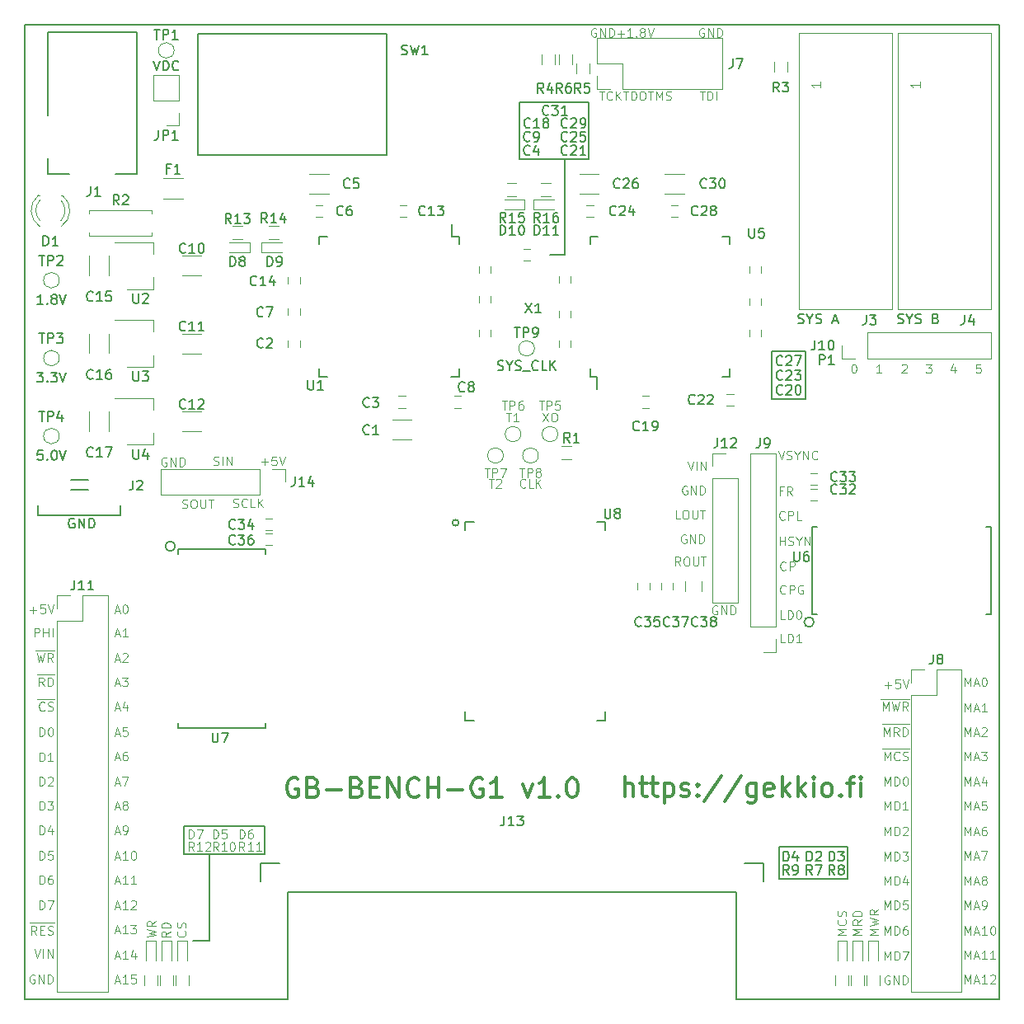
<source format=gbr>
G04 #@! TF.GenerationSoftware,KiCad,Pcbnew,5.1.6-c6e7f7d~86~ubuntu20.04.1*
G04 #@! TF.CreationDate,2020-05-17T16:05:01+03:00*
G04 #@! TF.ProjectId,GB-BENCH-G1,47422d42-454e-4434-982d-47312e6b6963,rev?*
G04 #@! TF.SameCoordinates,Original*
G04 #@! TF.FileFunction,Legend,Top*
G04 #@! TF.FilePolarity,Positive*
%FSLAX46Y46*%
G04 Gerber Fmt 4.6, Leading zero omitted, Abs format (unit mm)*
G04 Created by KiCad (PCBNEW 5.1.6-c6e7f7d~86~ubuntu20.04.1) date 2020-05-17 16:05:01*
%MOMM*%
%LPD*%
G01*
G04 APERTURE LIST*
%ADD10C,0.300000*%
%ADD11C,0.200000*%
%ADD12C,0.120000*%
%ADD13C,0.150000*%
G04 #@! TA.AperFunction,Profile*
%ADD14C,0.150000*%
G04 #@! TD*
G04 APERTURE END LIST*
D10*
X111557142Y-129204761D02*
X111557142Y-127204761D01*
X112414285Y-129204761D02*
X112414285Y-128157142D01*
X112319047Y-127966666D01*
X112128571Y-127871428D01*
X111842857Y-127871428D01*
X111652380Y-127966666D01*
X111557142Y-128061904D01*
X113080952Y-127871428D02*
X113842857Y-127871428D01*
X113366666Y-127204761D02*
X113366666Y-128919047D01*
X113461904Y-129109523D01*
X113652380Y-129204761D01*
X113842857Y-129204761D01*
X114223809Y-127871428D02*
X114985714Y-127871428D01*
X114509523Y-127204761D02*
X114509523Y-128919047D01*
X114604761Y-129109523D01*
X114795238Y-129204761D01*
X114985714Y-129204761D01*
X115652380Y-127871428D02*
X115652380Y-129871428D01*
X115652380Y-127966666D02*
X115842857Y-127871428D01*
X116223809Y-127871428D01*
X116414285Y-127966666D01*
X116509523Y-128061904D01*
X116604761Y-128252380D01*
X116604761Y-128823809D01*
X116509523Y-129014285D01*
X116414285Y-129109523D01*
X116223809Y-129204761D01*
X115842857Y-129204761D01*
X115652380Y-129109523D01*
X117366666Y-129109523D02*
X117557142Y-129204761D01*
X117938095Y-129204761D01*
X118128571Y-129109523D01*
X118223809Y-128919047D01*
X118223809Y-128823809D01*
X118128571Y-128633333D01*
X117938095Y-128538095D01*
X117652380Y-128538095D01*
X117461904Y-128442857D01*
X117366666Y-128252380D01*
X117366666Y-128157142D01*
X117461904Y-127966666D01*
X117652380Y-127871428D01*
X117938095Y-127871428D01*
X118128571Y-127966666D01*
X119080952Y-129014285D02*
X119176190Y-129109523D01*
X119080952Y-129204761D01*
X118985714Y-129109523D01*
X119080952Y-129014285D01*
X119080952Y-129204761D01*
X119080952Y-127966666D02*
X119176190Y-128061904D01*
X119080952Y-128157142D01*
X118985714Y-128061904D01*
X119080952Y-127966666D01*
X119080952Y-128157142D01*
X121461904Y-127109523D02*
X119747619Y-129680952D01*
X123557142Y-127109523D02*
X121842857Y-129680952D01*
X125080952Y-127871428D02*
X125080952Y-129490476D01*
X124985714Y-129680952D01*
X124890476Y-129776190D01*
X124699999Y-129871428D01*
X124414285Y-129871428D01*
X124223809Y-129776190D01*
X125080952Y-129109523D02*
X124890476Y-129204761D01*
X124509523Y-129204761D01*
X124319047Y-129109523D01*
X124223809Y-129014285D01*
X124128571Y-128823809D01*
X124128571Y-128252380D01*
X124223809Y-128061904D01*
X124319047Y-127966666D01*
X124509523Y-127871428D01*
X124890476Y-127871428D01*
X125080952Y-127966666D01*
X126795238Y-129109523D02*
X126604761Y-129204761D01*
X126223809Y-129204761D01*
X126033333Y-129109523D01*
X125938095Y-128919047D01*
X125938095Y-128157142D01*
X126033333Y-127966666D01*
X126223809Y-127871428D01*
X126604761Y-127871428D01*
X126795238Y-127966666D01*
X126890476Y-128157142D01*
X126890476Y-128347619D01*
X125938095Y-128538095D01*
X127747619Y-129204761D02*
X127747619Y-127204761D01*
X127938095Y-128442857D02*
X128509523Y-129204761D01*
X128509523Y-127871428D02*
X127747619Y-128633333D01*
X129366666Y-129204761D02*
X129366666Y-127204761D01*
X129557142Y-128442857D02*
X130128571Y-129204761D01*
X130128571Y-127871428D02*
X129366666Y-128633333D01*
X130985714Y-129204761D02*
X130985714Y-127871428D01*
X130985714Y-127204761D02*
X130890476Y-127300000D01*
X130985714Y-127395238D01*
X131080952Y-127300000D01*
X130985714Y-127204761D01*
X130985714Y-127395238D01*
X132223809Y-129204761D02*
X132033333Y-129109523D01*
X131938095Y-129014285D01*
X131842857Y-128823809D01*
X131842857Y-128252380D01*
X131938095Y-128061904D01*
X132033333Y-127966666D01*
X132223809Y-127871428D01*
X132509523Y-127871428D01*
X132700000Y-127966666D01*
X132795238Y-128061904D01*
X132890476Y-128252380D01*
X132890476Y-128823809D01*
X132795238Y-129014285D01*
X132700000Y-129109523D01*
X132509523Y-129204761D01*
X132223809Y-129204761D01*
X133747619Y-129014285D02*
X133842857Y-129109523D01*
X133747619Y-129204761D01*
X133652380Y-129109523D01*
X133747619Y-129014285D01*
X133747619Y-129204761D01*
X134414285Y-127871428D02*
X135176190Y-127871428D01*
X134700000Y-129204761D02*
X134700000Y-127490476D01*
X134795238Y-127300000D01*
X134985714Y-127204761D01*
X135176190Y-127204761D01*
X135842857Y-129204761D02*
X135842857Y-127871428D01*
X135842857Y-127204761D02*
X135747619Y-127300000D01*
X135842857Y-127395238D01*
X135938095Y-127300000D01*
X135842857Y-127204761D01*
X135842857Y-127395238D01*
X77990476Y-127400000D02*
X77800000Y-127304761D01*
X77514285Y-127304761D01*
X77228571Y-127400000D01*
X77038095Y-127590476D01*
X76942857Y-127780952D01*
X76847619Y-128161904D01*
X76847619Y-128447619D01*
X76942857Y-128828571D01*
X77038095Y-129019047D01*
X77228571Y-129209523D01*
X77514285Y-129304761D01*
X77704761Y-129304761D01*
X77990476Y-129209523D01*
X78085714Y-129114285D01*
X78085714Y-128447619D01*
X77704761Y-128447619D01*
X79609523Y-128257142D02*
X79895238Y-128352380D01*
X79990476Y-128447619D01*
X80085714Y-128638095D01*
X80085714Y-128923809D01*
X79990476Y-129114285D01*
X79895238Y-129209523D01*
X79704761Y-129304761D01*
X78942857Y-129304761D01*
X78942857Y-127304761D01*
X79609523Y-127304761D01*
X79800000Y-127400000D01*
X79895238Y-127495238D01*
X79990476Y-127685714D01*
X79990476Y-127876190D01*
X79895238Y-128066666D01*
X79800000Y-128161904D01*
X79609523Y-128257142D01*
X78942857Y-128257142D01*
X80942857Y-128542857D02*
X82466666Y-128542857D01*
X84085714Y-128257142D02*
X84371428Y-128352380D01*
X84466666Y-128447619D01*
X84561904Y-128638095D01*
X84561904Y-128923809D01*
X84466666Y-129114285D01*
X84371428Y-129209523D01*
X84180952Y-129304761D01*
X83419047Y-129304761D01*
X83419047Y-127304761D01*
X84085714Y-127304761D01*
X84276190Y-127400000D01*
X84371428Y-127495238D01*
X84466666Y-127685714D01*
X84466666Y-127876190D01*
X84371428Y-128066666D01*
X84276190Y-128161904D01*
X84085714Y-128257142D01*
X83419047Y-128257142D01*
X85419047Y-128257142D02*
X86085714Y-128257142D01*
X86371428Y-129304761D02*
X85419047Y-129304761D01*
X85419047Y-127304761D01*
X86371428Y-127304761D01*
X87228571Y-129304761D02*
X87228571Y-127304761D01*
X88371428Y-129304761D01*
X88371428Y-127304761D01*
X90466666Y-129114285D02*
X90371428Y-129209523D01*
X90085714Y-129304761D01*
X89895238Y-129304761D01*
X89609523Y-129209523D01*
X89419047Y-129019047D01*
X89323809Y-128828571D01*
X89228571Y-128447619D01*
X89228571Y-128161904D01*
X89323809Y-127780952D01*
X89419047Y-127590476D01*
X89609523Y-127400000D01*
X89895238Y-127304761D01*
X90085714Y-127304761D01*
X90371428Y-127400000D01*
X90466666Y-127495238D01*
X91323809Y-129304761D02*
X91323809Y-127304761D01*
X91323809Y-128257142D02*
X92466666Y-128257142D01*
X92466666Y-129304761D02*
X92466666Y-127304761D01*
X93419047Y-128542857D02*
X94942857Y-128542857D01*
X96942857Y-127400000D02*
X96752380Y-127304761D01*
X96466666Y-127304761D01*
X96180952Y-127400000D01*
X95990476Y-127590476D01*
X95895238Y-127780952D01*
X95800000Y-128161904D01*
X95800000Y-128447619D01*
X95895238Y-128828571D01*
X95990476Y-129019047D01*
X96180952Y-129209523D01*
X96466666Y-129304761D01*
X96657142Y-129304761D01*
X96942857Y-129209523D01*
X97038095Y-129114285D01*
X97038095Y-128447619D01*
X96657142Y-128447619D01*
X98942857Y-129304761D02*
X97800000Y-129304761D01*
X98371428Y-129304761D02*
X98371428Y-127304761D01*
X98180952Y-127590476D01*
X97990476Y-127780952D01*
X97800000Y-127876190D01*
X101133333Y-127971428D02*
X101609523Y-129304761D01*
X102085714Y-127971428D01*
X103895238Y-129304761D02*
X102752380Y-129304761D01*
X103323809Y-129304761D02*
X103323809Y-127304761D01*
X103133333Y-127590476D01*
X102942857Y-127780952D01*
X102752380Y-127876190D01*
X104752380Y-129114285D02*
X104847619Y-129209523D01*
X104752380Y-129304761D01*
X104657142Y-129209523D01*
X104752380Y-129114285D01*
X104752380Y-129304761D01*
X106085714Y-127304761D02*
X106276190Y-127304761D01*
X106466666Y-127400000D01*
X106561904Y-127495238D01*
X106657142Y-127685714D01*
X106752380Y-128066666D01*
X106752380Y-128542857D01*
X106657142Y-128923809D01*
X106561904Y-129114285D01*
X106466666Y-129209523D01*
X106276190Y-129304761D01*
X106085714Y-129304761D01*
X105895238Y-129209523D01*
X105800000Y-129114285D01*
X105704761Y-128923809D01*
X105609523Y-128542857D01*
X105609523Y-128066666D01*
X105704761Y-127685714D01*
X105800000Y-127495238D01*
X105895238Y-127400000D01*
X106085714Y-127304761D01*
D11*
X105400000Y-73600000D02*
X103900000Y-73600000D01*
X105400000Y-63800000D02*
X105400000Y-73600000D01*
D12*
X128020857Y-113407142D02*
X127592285Y-113407142D01*
X127592285Y-112507142D01*
X128320857Y-113407142D02*
X128320857Y-112507142D01*
X128535142Y-112507142D01*
X128663714Y-112550000D01*
X128749428Y-112635714D01*
X128792285Y-112721428D01*
X128835142Y-112892857D01*
X128835142Y-113021428D01*
X128792285Y-113192857D01*
X128749428Y-113278571D01*
X128663714Y-113364285D01*
X128535142Y-113407142D01*
X128320857Y-113407142D01*
X129692285Y-113407142D02*
X129178000Y-113407142D01*
X129435142Y-113407142D02*
X129435142Y-112507142D01*
X129349428Y-112635714D01*
X129263714Y-112721428D01*
X129178000Y-112764285D01*
X128020857Y-111007142D02*
X127592285Y-111007142D01*
X127592285Y-110107142D01*
X128320857Y-111007142D02*
X128320857Y-110107142D01*
X128535142Y-110107142D01*
X128663714Y-110150000D01*
X128749428Y-110235714D01*
X128792285Y-110321428D01*
X128835142Y-110492857D01*
X128835142Y-110621428D01*
X128792285Y-110792857D01*
X128749428Y-110878571D01*
X128663714Y-110964285D01*
X128535142Y-111007142D01*
X128320857Y-111007142D01*
X129392285Y-110107142D02*
X129478000Y-110107142D01*
X129563714Y-110150000D01*
X129606571Y-110192857D01*
X129649428Y-110278571D01*
X129692285Y-110450000D01*
X129692285Y-110664285D01*
X129649428Y-110835714D01*
X129606571Y-110921428D01*
X129563714Y-110964285D01*
X129478000Y-111007142D01*
X129392285Y-111007142D01*
X129306571Y-110964285D01*
X129263714Y-110921428D01*
X129220857Y-110835714D01*
X129178000Y-110664285D01*
X129178000Y-110450000D01*
X129220857Y-110278571D01*
X129263714Y-110192857D01*
X129306571Y-110150000D01*
X129392285Y-110107142D01*
X128106571Y-108321428D02*
X128063714Y-108364285D01*
X127935142Y-108407142D01*
X127849428Y-108407142D01*
X127720857Y-108364285D01*
X127635142Y-108278571D01*
X127592285Y-108192857D01*
X127549428Y-108021428D01*
X127549428Y-107892857D01*
X127592285Y-107721428D01*
X127635142Y-107635714D01*
X127720857Y-107550000D01*
X127849428Y-107507142D01*
X127935142Y-107507142D01*
X128063714Y-107550000D01*
X128106571Y-107592857D01*
X128492285Y-108407142D02*
X128492285Y-107507142D01*
X128835142Y-107507142D01*
X128920857Y-107550000D01*
X128963714Y-107592857D01*
X129006571Y-107678571D01*
X129006571Y-107807142D01*
X128963714Y-107892857D01*
X128920857Y-107935714D01*
X128835142Y-107978571D01*
X128492285Y-107978571D01*
X129863714Y-107550000D02*
X129778000Y-107507142D01*
X129649428Y-107507142D01*
X129520857Y-107550000D01*
X129435142Y-107635714D01*
X129392285Y-107721428D01*
X129349428Y-107892857D01*
X129349428Y-108021428D01*
X129392285Y-108192857D01*
X129435142Y-108278571D01*
X129520857Y-108364285D01*
X129649428Y-108407142D01*
X129735142Y-108407142D01*
X129863714Y-108364285D01*
X129906571Y-108321428D01*
X129906571Y-108021428D01*
X129735142Y-108021428D01*
X128106571Y-105921428D02*
X128063714Y-105964285D01*
X127935142Y-106007142D01*
X127849428Y-106007142D01*
X127720857Y-105964285D01*
X127635142Y-105878571D01*
X127592285Y-105792857D01*
X127549428Y-105621428D01*
X127549428Y-105492857D01*
X127592285Y-105321428D01*
X127635142Y-105235714D01*
X127720857Y-105150000D01*
X127849428Y-105107142D01*
X127935142Y-105107142D01*
X128063714Y-105150000D01*
X128106571Y-105192857D01*
X128492285Y-106007142D02*
X128492285Y-105107142D01*
X128835142Y-105107142D01*
X128920857Y-105150000D01*
X128963714Y-105192857D01*
X129006571Y-105278571D01*
X129006571Y-105407142D01*
X128963714Y-105492857D01*
X128920857Y-105535714D01*
X128835142Y-105578571D01*
X128492285Y-105578571D01*
X127492285Y-103407142D02*
X127492285Y-102507142D01*
X127492285Y-102935714D02*
X128006571Y-102935714D01*
X128006571Y-103407142D02*
X128006571Y-102507142D01*
X128392285Y-103364285D02*
X128520857Y-103407142D01*
X128735142Y-103407142D01*
X128820857Y-103364285D01*
X128863714Y-103321428D01*
X128906571Y-103235714D01*
X128906571Y-103150000D01*
X128863714Y-103064285D01*
X128820857Y-103021428D01*
X128735142Y-102978571D01*
X128563714Y-102935714D01*
X128478000Y-102892857D01*
X128435142Y-102850000D01*
X128392285Y-102764285D01*
X128392285Y-102678571D01*
X128435142Y-102592857D01*
X128478000Y-102550000D01*
X128563714Y-102507142D01*
X128778000Y-102507142D01*
X128906571Y-102550000D01*
X129463714Y-102978571D02*
X129463714Y-103407142D01*
X129163714Y-102507142D02*
X129463714Y-102978571D01*
X129763714Y-102507142D01*
X130063714Y-103407142D02*
X130063714Y-102507142D01*
X130578000Y-103407142D01*
X130578000Y-102507142D01*
X128006571Y-100721428D02*
X127963714Y-100764285D01*
X127835142Y-100807142D01*
X127749428Y-100807142D01*
X127620857Y-100764285D01*
X127535142Y-100678571D01*
X127492285Y-100592857D01*
X127449428Y-100421428D01*
X127449428Y-100292857D01*
X127492285Y-100121428D01*
X127535142Y-100035714D01*
X127620857Y-99950000D01*
X127749428Y-99907142D01*
X127835142Y-99907142D01*
X127963714Y-99950000D01*
X128006571Y-99992857D01*
X128392285Y-100807142D02*
X128392285Y-99907142D01*
X128735142Y-99907142D01*
X128820857Y-99950000D01*
X128863714Y-99992857D01*
X128906571Y-100078571D01*
X128906571Y-100207142D01*
X128863714Y-100292857D01*
X128820857Y-100335714D01*
X128735142Y-100378571D01*
X128392285Y-100378571D01*
X129720857Y-100807142D02*
X129292285Y-100807142D01*
X129292285Y-99907142D01*
X127792285Y-97835714D02*
X127492285Y-97835714D01*
X127492285Y-98307142D02*
X127492285Y-97407142D01*
X127920857Y-97407142D01*
X128778000Y-98307142D02*
X128478000Y-97878571D01*
X128263714Y-98307142D02*
X128263714Y-97407142D01*
X128606571Y-97407142D01*
X128692285Y-97450000D01*
X128735142Y-97492857D01*
X128778000Y-97578571D01*
X128778000Y-97707142D01*
X128735142Y-97792857D01*
X128692285Y-97835714D01*
X128606571Y-97878571D01*
X128263714Y-97878571D01*
X127363714Y-93707142D02*
X127663714Y-94607142D01*
X127963714Y-93707142D01*
X128220857Y-94564285D02*
X128349428Y-94607142D01*
X128563714Y-94607142D01*
X128649428Y-94564285D01*
X128692285Y-94521428D01*
X128735142Y-94435714D01*
X128735142Y-94350000D01*
X128692285Y-94264285D01*
X128649428Y-94221428D01*
X128563714Y-94178571D01*
X128392285Y-94135714D01*
X128306571Y-94092857D01*
X128263714Y-94050000D01*
X128220857Y-93964285D01*
X128220857Y-93878571D01*
X128263714Y-93792857D01*
X128306571Y-93750000D01*
X128392285Y-93707142D01*
X128606571Y-93707142D01*
X128735142Y-93750000D01*
X129292285Y-94178571D02*
X129292285Y-94607142D01*
X128992285Y-93707142D02*
X129292285Y-94178571D01*
X129592285Y-93707142D01*
X129892285Y-94607142D02*
X129892285Y-93707142D01*
X130406571Y-94607142D01*
X130406571Y-93707142D01*
X131349428Y-94521428D02*
X131306571Y-94564285D01*
X131178000Y-94607142D01*
X131092285Y-94607142D01*
X130963714Y-94564285D01*
X130878000Y-94478571D01*
X130835142Y-94392857D01*
X130792285Y-94221428D01*
X130792285Y-94092857D01*
X130835142Y-93921428D01*
X130878000Y-93835714D01*
X130963714Y-93750000D01*
X131092285Y-93707142D01*
X131178000Y-93707142D01*
X131306571Y-93750000D01*
X131349428Y-93792857D01*
X121064857Y-109650000D02*
X120979142Y-109607142D01*
X120850571Y-109607142D01*
X120722000Y-109650000D01*
X120636285Y-109735714D01*
X120593428Y-109821428D01*
X120550571Y-109992857D01*
X120550571Y-110121428D01*
X120593428Y-110292857D01*
X120636285Y-110378571D01*
X120722000Y-110464285D01*
X120850571Y-110507142D01*
X120936285Y-110507142D01*
X121064857Y-110464285D01*
X121107714Y-110421428D01*
X121107714Y-110121428D01*
X120936285Y-110121428D01*
X121493428Y-110507142D02*
X121493428Y-109607142D01*
X122007714Y-110507142D01*
X122007714Y-109607142D01*
X122436285Y-110507142D02*
X122436285Y-109607142D01*
X122650571Y-109607142D01*
X122779142Y-109650000D01*
X122864857Y-109735714D01*
X122907714Y-109821428D01*
X122950571Y-109992857D01*
X122950571Y-110121428D01*
X122907714Y-110292857D01*
X122864857Y-110378571D01*
X122779142Y-110464285D01*
X122650571Y-110507142D01*
X122436285Y-110507142D01*
X117279142Y-105507142D02*
X116979142Y-105078571D01*
X116764857Y-105507142D02*
X116764857Y-104607142D01*
X117107714Y-104607142D01*
X117193428Y-104650000D01*
X117236285Y-104692857D01*
X117279142Y-104778571D01*
X117279142Y-104907142D01*
X117236285Y-104992857D01*
X117193428Y-105035714D01*
X117107714Y-105078571D01*
X116764857Y-105078571D01*
X117836285Y-104607142D02*
X118007714Y-104607142D01*
X118093428Y-104650000D01*
X118179142Y-104735714D01*
X118222000Y-104907142D01*
X118222000Y-105207142D01*
X118179142Y-105378571D01*
X118093428Y-105464285D01*
X118007714Y-105507142D01*
X117836285Y-105507142D01*
X117750571Y-105464285D01*
X117664857Y-105378571D01*
X117622000Y-105207142D01*
X117622000Y-104907142D01*
X117664857Y-104735714D01*
X117750571Y-104650000D01*
X117836285Y-104607142D01*
X118607714Y-104607142D02*
X118607714Y-105335714D01*
X118650571Y-105421428D01*
X118693428Y-105464285D01*
X118779142Y-105507142D01*
X118950571Y-105507142D01*
X119036285Y-105464285D01*
X119079142Y-105421428D01*
X119122000Y-105335714D01*
X119122000Y-104607142D01*
X119422000Y-104607142D02*
X119936285Y-104607142D01*
X119679142Y-105507142D02*
X119679142Y-104607142D01*
X117864857Y-102350000D02*
X117779142Y-102307142D01*
X117650571Y-102307142D01*
X117522000Y-102350000D01*
X117436285Y-102435714D01*
X117393428Y-102521428D01*
X117350571Y-102692857D01*
X117350571Y-102821428D01*
X117393428Y-102992857D01*
X117436285Y-103078571D01*
X117522000Y-103164285D01*
X117650571Y-103207142D01*
X117736285Y-103207142D01*
X117864857Y-103164285D01*
X117907714Y-103121428D01*
X117907714Y-102821428D01*
X117736285Y-102821428D01*
X118293428Y-103207142D02*
X118293428Y-102307142D01*
X118807714Y-103207142D01*
X118807714Y-102307142D01*
X119236285Y-103207142D02*
X119236285Y-102307142D01*
X119450571Y-102307142D01*
X119579142Y-102350000D01*
X119664857Y-102435714D01*
X119707714Y-102521428D01*
X119750571Y-102692857D01*
X119750571Y-102821428D01*
X119707714Y-102992857D01*
X119664857Y-103078571D01*
X119579142Y-103164285D01*
X119450571Y-103207142D01*
X119236285Y-103207142D01*
X117264857Y-100707142D02*
X116836285Y-100707142D01*
X116836285Y-99807142D01*
X117736285Y-99807142D02*
X117907714Y-99807142D01*
X117993428Y-99850000D01*
X118079142Y-99935714D01*
X118122000Y-100107142D01*
X118122000Y-100407142D01*
X118079142Y-100578571D01*
X117993428Y-100664285D01*
X117907714Y-100707142D01*
X117736285Y-100707142D01*
X117650571Y-100664285D01*
X117564857Y-100578571D01*
X117522000Y-100407142D01*
X117522000Y-100107142D01*
X117564857Y-99935714D01*
X117650571Y-99850000D01*
X117736285Y-99807142D01*
X118507714Y-99807142D02*
X118507714Y-100535714D01*
X118550571Y-100621428D01*
X118593428Y-100664285D01*
X118679142Y-100707142D01*
X118850571Y-100707142D01*
X118936285Y-100664285D01*
X118979142Y-100621428D01*
X119022000Y-100535714D01*
X119022000Y-99807142D01*
X119322000Y-99807142D02*
X119836285Y-99807142D01*
X119579142Y-100707142D02*
X119579142Y-99807142D01*
X117964857Y-97350000D02*
X117879142Y-97307142D01*
X117750571Y-97307142D01*
X117622000Y-97350000D01*
X117536285Y-97435714D01*
X117493428Y-97521428D01*
X117450571Y-97692857D01*
X117450571Y-97821428D01*
X117493428Y-97992857D01*
X117536285Y-98078571D01*
X117622000Y-98164285D01*
X117750571Y-98207142D01*
X117836285Y-98207142D01*
X117964857Y-98164285D01*
X118007714Y-98121428D01*
X118007714Y-97821428D01*
X117836285Y-97821428D01*
X118393428Y-98207142D02*
X118393428Y-97307142D01*
X118907714Y-98207142D01*
X118907714Y-97307142D01*
X119336285Y-98207142D02*
X119336285Y-97307142D01*
X119550571Y-97307142D01*
X119679142Y-97350000D01*
X119764857Y-97435714D01*
X119807714Y-97521428D01*
X119850571Y-97692857D01*
X119850571Y-97821428D01*
X119807714Y-97992857D01*
X119764857Y-98078571D01*
X119679142Y-98164285D01*
X119550571Y-98207142D01*
X119336285Y-98207142D01*
X118064857Y-94807142D02*
X118364857Y-95707142D01*
X118664857Y-94807142D01*
X118964857Y-95707142D02*
X118964857Y-94807142D01*
X119393428Y-95707142D02*
X119393428Y-94807142D01*
X119907714Y-95707142D01*
X119907714Y-94807142D01*
X134307142Y-143407714D02*
X133407142Y-143407714D01*
X134050000Y-143107714D01*
X133407142Y-142807714D01*
X134307142Y-142807714D01*
X134221428Y-141864857D02*
X134264285Y-141907714D01*
X134307142Y-142036285D01*
X134307142Y-142122000D01*
X134264285Y-142250571D01*
X134178571Y-142336285D01*
X134092857Y-142379142D01*
X133921428Y-142422000D01*
X133792857Y-142422000D01*
X133621428Y-142379142D01*
X133535714Y-142336285D01*
X133450000Y-142250571D01*
X133407142Y-142122000D01*
X133407142Y-142036285D01*
X133450000Y-141907714D01*
X133492857Y-141864857D01*
X134264285Y-141522000D02*
X134307142Y-141393428D01*
X134307142Y-141179142D01*
X134264285Y-141093428D01*
X134221428Y-141050571D01*
X134135714Y-141007714D01*
X134050000Y-141007714D01*
X133964285Y-141050571D01*
X133921428Y-141093428D01*
X133878571Y-141179142D01*
X133835714Y-141350571D01*
X133792857Y-141436285D01*
X133750000Y-141479142D01*
X133664285Y-141522000D01*
X133578571Y-141522000D01*
X133492857Y-141479142D01*
X133450000Y-141436285D01*
X133407142Y-141350571D01*
X133407142Y-141136285D01*
X133450000Y-141007714D01*
X135907142Y-143407714D02*
X135007142Y-143407714D01*
X135650000Y-143107714D01*
X135007142Y-142807714D01*
X135907142Y-142807714D01*
X135907142Y-141864857D02*
X135478571Y-142164857D01*
X135907142Y-142379142D02*
X135007142Y-142379142D01*
X135007142Y-142036285D01*
X135050000Y-141950571D01*
X135092857Y-141907714D01*
X135178571Y-141864857D01*
X135307142Y-141864857D01*
X135392857Y-141907714D01*
X135435714Y-141950571D01*
X135478571Y-142036285D01*
X135478571Y-142379142D01*
X135907142Y-141479142D02*
X135007142Y-141479142D01*
X135007142Y-141264857D01*
X135050000Y-141136285D01*
X135135714Y-141050571D01*
X135221428Y-141007714D01*
X135392857Y-140964857D01*
X135521428Y-140964857D01*
X135692857Y-141007714D01*
X135778571Y-141050571D01*
X135864285Y-141136285D01*
X135907142Y-141264857D01*
X135907142Y-141479142D01*
X137607142Y-143407714D02*
X136707142Y-143407714D01*
X137350000Y-143107714D01*
X136707142Y-142807714D01*
X137607142Y-142807714D01*
X136707142Y-142464857D02*
X137607142Y-142250571D01*
X136964285Y-142079142D01*
X137607142Y-141907714D01*
X136707142Y-141693428D01*
X137607142Y-140836285D02*
X137178571Y-141136285D01*
X137607142Y-141350571D02*
X136707142Y-141350571D01*
X136707142Y-141007714D01*
X136750000Y-140922000D01*
X136792857Y-140879142D01*
X136878571Y-140836285D01*
X137007142Y-140836285D01*
X137092857Y-140879142D01*
X137135714Y-140922000D01*
X137178571Y-141007714D01*
X137178571Y-141350571D01*
X148114285Y-84807142D02*
X147685714Y-84807142D01*
X147642857Y-85235714D01*
X147685714Y-85192857D01*
X147771428Y-85150000D01*
X147985714Y-85150000D01*
X148071428Y-85192857D01*
X148114285Y-85235714D01*
X148157142Y-85321428D01*
X148157142Y-85535714D01*
X148114285Y-85621428D01*
X148071428Y-85664285D01*
X147985714Y-85707142D01*
X147771428Y-85707142D01*
X147685714Y-85664285D01*
X147642857Y-85621428D01*
X145471428Y-85107142D02*
X145471428Y-85707142D01*
X145257142Y-84764285D02*
X145042857Y-85407142D01*
X145600000Y-85407142D01*
X142500000Y-84807142D02*
X143057142Y-84807142D01*
X142757142Y-85150000D01*
X142885714Y-85150000D01*
X142971428Y-85192857D01*
X143014285Y-85235714D01*
X143057142Y-85321428D01*
X143057142Y-85535714D01*
X143014285Y-85621428D01*
X142971428Y-85664285D01*
X142885714Y-85707142D01*
X142628571Y-85707142D01*
X142542857Y-85664285D01*
X142500000Y-85621428D01*
X140042857Y-84892857D02*
X140085714Y-84850000D01*
X140171428Y-84807142D01*
X140385714Y-84807142D01*
X140471428Y-84850000D01*
X140514285Y-84892857D01*
X140557142Y-84978571D01*
X140557142Y-85064285D01*
X140514285Y-85192857D01*
X140000000Y-85707142D01*
X140557142Y-85707142D01*
X137957142Y-85707142D02*
X137442857Y-85707142D01*
X137700000Y-85707142D02*
X137700000Y-84807142D01*
X137614285Y-84935714D01*
X137528571Y-85021428D01*
X137442857Y-85064285D01*
D11*
X131561904Y-84852380D02*
X131561904Y-83852380D01*
X131942857Y-83852380D01*
X132038095Y-83900000D01*
X132085714Y-83947619D01*
X132133333Y-84042857D01*
X132133333Y-84185714D01*
X132085714Y-84280952D01*
X132038095Y-84328571D01*
X131942857Y-84376190D01*
X131561904Y-84376190D01*
X133085714Y-84852380D02*
X132514285Y-84852380D01*
X132800000Y-84852380D02*
X132800000Y-83852380D01*
X132704761Y-83995238D01*
X132609523Y-84090476D01*
X132514285Y-84138095D01*
X139628571Y-80604761D02*
X139771428Y-80652380D01*
X140009523Y-80652380D01*
X140104761Y-80604761D01*
X140152380Y-80557142D01*
X140200000Y-80461904D01*
X140200000Y-80366666D01*
X140152380Y-80271428D01*
X140104761Y-80223809D01*
X140009523Y-80176190D01*
X139819047Y-80128571D01*
X139723809Y-80080952D01*
X139676190Y-80033333D01*
X139628571Y-79938095D01*
X139628571Y-79842857D01*
X139676190Y-79747619D01*
X139723809Y-79700000D01*
X139819047Y-79652380D01*
X140057142Y-79652380D01*
X140200000Y-79700000D01*
X140819047Y-80176190D02*
X140819047Y-80652380D01*
X140485714Y-79652380D02*
X140819047Y-80176190D01*
X141152380Y-79652380D01*
X141438095Y-80604761D02*
X141580952Y-80652380D01*
X141819047Y-80652380D01*
X141914285Y-80604761D01*
X141961904Y-80557142D01*
X142009523Y-80461904D01*
X142009523Y-80366666D01*
X141961904Y-80271428D01*
X141914285Y-80223809D01*
X141819047Y-80176190D01*
X141628571Y-80128571D01*
X141533333Y-80080952D01*
X141485714Y-80033333D01*
X141438095Y-79938095D01*
X141438095Y-79842857D01*
X141485714Y-79747619D01*
X141533333Y-79700000D01*
X141628571Y-79652380D01*
X141866666Y-79652380D01*
X142009523Y-79700000D01*
X143533333Y-80128571D02*
X143676190Y-80176190D01*
X143723809Y-80223809D01*
X143771428Y-80319047D01*
X143771428Y-80461904D01*
X143723809Y-80557142D01*
X143676190Y-80604761D01*
X143580952Y-80652380D01*
X143200000Y-80652380D01*
X143200000Y-79652380D01*
X143533333Y-79652380D01*
X143628571Y-79700000D01*
X143676190Y-79747619D01*
X143723809Y-79842857D01*
X143723809Y-79938095D01*
X143676190Y-80033333D01*
X143628571Y-80080952D01*
X143533333Y-80128571D01*
X143200000Y-80128571D01*
X129400000Y-80604761D02*
X129542857Y-80652380D01*
X129780952Y-80652380D01*
X129876190Y-80604761D01*
X129923809Y-80557142D01*
X129971428Y-80461904D01*
X129971428Y-80366666D01*
X129923809Y-80271428D01*
X129876190Y-80223809D01*
X129780952Y-80176190D01*
X129590476Y-80128571D01*
X129495238Y-80080952D01*
X129447619Y-80033333D01*
X129400000Y-79938095D01*
X129400000Y-79842857D01*
X129447619Y-79747619D01*
X129495238Y-79700000D01*
X129590476Y-79652380D01*
X129828571Y-79652380D01*
X129971428Y-79700000D01*
X130590476Y-80176190D02*
X130590476Y-80652380D01*
X130257142Y-79652380D02*
X130590476Y-80176190D01*
X130923809Y-79652380D01*
X131209523Y-80604761D02*
X131352380Y-80652380D01*
X131590476Y-80652380D01*
X131685714Y-80604761D01*
X131733333Y-80557142D01*
X131780952Y-80461904D01*
X131780952Y-80366666D01*
X131733333Y-80271428D01*
X131685714Y-80223809D01*
X131590476Y-80176190D01*
X131400000Y-80128571D01*
X131304761Y-80080952D01*
X131257142Y-80033333D01*
X131209523Y-79938095D01*
X131209523Y-79842857D01*
X131257142Y-79747619D01*
X131304761Y-79700000D01*
X131400000Y-79652380D01*
X131638095Y-79652380D01*
X131780952Y-79700000D01*
X132923809Y-80366666D02*
X133400000Y-80366666D01*
X132828571Y-80652380D02*
X133161904Y-79652380D01*
X133495238Y-80652380D01*
D12*
X135057142Y-84807142D02*
X135142857Y-84807142D01*
X135228571Y-84850000D01*
X135271428Y-84892857D01*
X135314285Y-84978571D01*
X135357142Y-85150000D01*
X135357142Y-85364285D01*
X135314285Y-85535714D01*
X135271428Y-85621428D01*
X135228571Y-85664285D01*
X135142857Y-85707142D01*
X135057142Y-85707142D01*
X134971428Y-85664285D01*
X134928571Y-85621428D01*
X134885714Y-85535714D01*
X134842857Y-85364285D01*
X134842857Y-85150000D01*
X134885714Y-84978571D01*
X134928571Y-84892857D01*
X134971428Y-84850000D01*
X135057142Y-84807142D01*
X138293428Y-117764285D02*
X138979142Y-117764285D01*
X138636285Y-118107142D02*
X138636285Y-117421428D01*
X139836285Y-117207142D02*
X139407714Y-117207142D01*
X139364857Y-117635714D01*
X139407714Y-117592857D01*
X139493428Y-117550000D01*
X139707714Y-117550000D01*
X139793428Y-117592857D01*
X139836285Y-117635714D01*
X139879142Y-117721428D01*
X139879142Y-117935714D01*
X139836285Y-118021428D01*
X139793428Y-118064285D01*
X139707714Y-118107142D01*
X139493428Y-118107142D01*
X139407714Y-118064285D01*
X139364857Y-118021428D01*
X140136285Y-117207142D02*
X140436285Y-118107142D01*
X140736285Y-117207142D01*
X137864857Y-119196000D02*
X138893428Y-119196000D01*
X138079142Y-120407142D02*
X138079142Y-119507142D01*
X138379142Y-120150000D01*
X138679142Y-119507142D01*
X138679142Y-120407142D01*
X138893428Y-119196000D02*
X139922000Y-119196000D01*
X139022000Y-119507142D02*
X139236285Y-120407142D01*
X139407714Y-119764285D01*
X139579142Y-120407142D01*
X139793428Y-119507142D01*
X139922000Y-119196000D02*
X140822000Y-119196000D01*
X140650571Y-120407142D02*
X140350571Y-119978571D01*
X140136285Y-120407142D02*
X140136285Y-119507142D01*
X140479142Y-119507142D01*
X140564857Y-119550000D01*
X140607714Y-119592857D01*
X140650571Y-119678571D01*
X140650571Y-119807142D01*
X140607714Y-119892857D01*
X140564857Y-119935714D01*
X140479142Y-119978571D01*
X140136285Y-119978571D01*
X137993428Y-121796000D02*
X139022000Y-121796000D01*
X138207714Y-123007142D02*
X138207714Y-122107142D01*
X138507714Y-122750000D01*
X138807714Y-122107142D01*
X138807714Y-123007142D01*
X139022000Y-121796000D02*
X139922000Y-121796000D01*
X139750571Y-123007142D02*
X139450571Y-122578571D01*
X139236285Y-123007142D02*
X139236285Y-122107142D01*
X139579142Y-122107142D01*
X139664857Y-122150000D01*
X139707714Y-122192857D01*
X139750571Y-122278571D01*
X139750571Y-122407142D01*
X139707714Y-122492857D01*
X139664857Y-122535714D01*
X139579142Y-122578571D01*
X139236285Y-122578571D01*
X139922000Y-121796000D02*
X140822000Y-121796000D01*
X140136285Y-123007142D02*
X140136285Y-122107142D01*
X140350571Y-122107142D01*
X140479142Y-122150000D01*
X140564857Y-122235714D01*
X140607714Y-122321428D01*
X140650571Y-122492857D01*
X140650571Y-122621428D01*
X140607714Y-122792857D01*
X140564857Y-122878571D01*
X140479142Y-122964285D01*
X140350571Y-123007142D01*
X140136285Y-123007142D01*
X138036285Y-124296000D02*
X139064857Y-124296000D01*
X138250571Y-125507142D02*
X138250571Y-124607142D01*
X138550571Y-125250000D01*
X138850571Y-124607142D01*
X138850571Y-125507142D01*
X139064857Y-124296000D02*
X139964857Y-124296000D01*
X139793428Y-125421428D02*
X139750571Y-125464285D01*
X139622000Y-125507142D01*
X139536285Y-125507142D01*
X139407714Y-125464285D01*
X139322000Y-125378571D01*
X139279142Y-125292857D01*
X139236285Y-125121428D01*
X139236285Y-124992857D01*
X139279142Y-124821428D01*
X139322000Y-124735714D01*
X139407714Y-124650000D01*
X139536285Y-124607142D01*
X139622000Y-124607142D01*
X139750571Y-124650000D01*
X139793428Y-124692857D01*
X139964857Y-124296000D02*
X140822000Y-124296000D01*
X140136285Y-125464285D02*
X140264857Y-125507142D01*
X140479142Y-125507142D01*
X140564857Y-125464285D01*
X140607714Y-125421428D01*
X140650571Y-125335714D01*
X140650571Y-125250000D01*
X140607714Y-125164285D01*
X140564857Y-125121428D01*
X140479142Y-125078571D01*
X140307714Y-125035714D01*
X140222000Y-124992857D01*
X140179142Y-124950000D01*
X140136285Y-124864285D01*
X140136285Y-124778571D01*
X140179142Y-124692857D01*
X140222000Y-124650000D01*
X140307714Y-124607142D01*
X140522000Y-124607142D01*
X140650571Y-124650000D01*
X138250571Y-128107142D02*
X138250571Y-127207142D01*
X138550571Y-127850000D01*
X138850571Y-127207142D01*
X138850571Y-128107142D01*
X139279142Y-128107142D02*
X139279142Y-127207142D01*
X139493428Y-127207142D01*
X139622000Y-127250000D01*
X139707714Y-127335714D01*
X139750571Y-127421428D01*
X139793428Y-127592857D01*
X139793428Y-127721428D01*
X139750571Y-127892857D01*
X139707714Y-127978571D01*
X139622000Y-128064285D01*
X139493428Y-128107142D01*
X139279142Y-128107142D01*
X140350571Y-127207142D02*
X140436285Y-127207142D01*
X140522000Y-127250000D01*
X140564857Y-127292857D01*
X140607714Y-127378571D01*
X140650571Y-127550000D01*
X140650571Y-127764285D01*
X140607714Y-127935714D01*
X140564857Y-128021428D01*
X140522000Y-128064285D01*
X140436285Y-128107142D01*
X140350571Y-128107142D01*
X140264857Y-128064285D01*
X140222000Y-128021428D01*
X140179142Y-127935714D01*
X140136285Y-127764285D01*
X140136285Y-127550000D01*
X140179142Y-127378571D01*
X140222000Y-127292857D01*
X140264857Y-127250000D01*
X140350571Y-127207142D01*
X138250571Y-130607142D02*
X138250571Y-129707142D01*
X138550571Y-130350000D01*
X138850571Y-129707142D01*
X138850571Y-130607142D01*
X139279142Y-130607142D02*
X139279142Y-129707142D01*
X139493428Y-129707142D01*
X139622000Y-129750000D01*
X139707714Y-129835714D01*
X139750571Y-129921428D01*
X139793428Y-130092857D01*
X139793428Y-130221428D01*
X139750571Y-130392857D01*
X139707714Y-130478571D01*
X139622000Y-130564285D01*
X139493428Y-130607142D01*
X139279142Y-130607142D01*
X140650571Y-130607142D02*
X140136285Y-130607142D01*
X140393428Y-130607142D02*
X140393428Y-129707142D01*
X140307714Y-129835714D01*
X140222000Y-129921428D01*
X140136285Y-129964285D01*
X138250571Y-133207142D02*
X138250571Y-132307142D01*
X138550571Y-132950000D01*
X138850571Y-132307142D01*
X138850571Y-133207142D01*
X139279142Y-133207142D02*
X139279142Y-132307142D01*
X139493428Y-132307142D01*
X139622000Y-132350000D01*
X139707714Y-132435714D01*
X139750571Y-132521428D01*
X139793428Y-132692857D01*
X139793428Y-132821428D01*
X139750571Y-132992857D01*
X139707714Y-133078571D01*
X139622000Y-133164285D01*
X139493428Y-133207142D01*
X139279142Y-133207142D01*
X140136285Y-132392857D02*
X140179142Y-132350000D01*
X140264857Y-132307142D01*
X140479142Y-132307142D01*
X140564857Y-132350000D01*
X140607714Y-132392857D01*
X140650571Y-132478571D01*
X140650571Y-132564285D01*
X140607714Y-132692857D01*
X140093428Y-133207142D01*
X140650571Y-133207142D01*
X138250571Y-135807142D02*
X138250571Y-134907142D01*
X138550571Y-135550000D01*
X138850571Y-134907142D01*
X138850571Y-135807142D01*
X139279142Y-135807142D02*
X139279142Y-134907142D01*
X139493428Y-134907142D01*
X139622000Y-134950000D01*
X139707714Y-135035714D01*
X139750571Y-135121428D01*
X139793428Y-135292857D01*
X139793428Y-135421428D01*
X139750571Y-135592857D01*
X139707714Y-135678571D01*
X139622000Y-135764285D01*
X139493428Y-135807142D01*
X139279142Y-135807142D01*
X140093428Y-134907142D02*
X140650571Y-134907142D01*
X140350571Y-135250000D01*
X140479142Y-135250000D01*
X140564857Y-135292857D01*
X140607714Y-135335714D01*
X140650571Y-135421428D01*
X140650571Y-135635714D01*
X140607714Y-135721428D01*
X140564857Y-135764285D01*
X140479142Y-135807142D01*
X140222000Y-135807142D01*
X140136285Y-135764285D01*
X140093428Y-135721428D01*
X138250571Y-138307142D02*
X138250571Y-137407142D01*
X138550571Y-138050000D01*
X138850571Y-137407142D01*
X138850571Y-138307142D01*
X139279142Y-138307142D02*
X139279142Y-137407142D01*
X139493428Y-137407142D01*
X139622000Y-137450000D01*
X139707714Y-137535714D01*
X139750571Y-137621428D01*
X139793428Y-137792857D01*
X139793428Y-137921428D01*
X139750571Y-138092857D01*
X139707714Y-138178571D01*
X139622000Y-138264285D01*
X139493428Y-138307142D01*
X139279142Y-138307142D01*
X140564857Y-137707142D02*
X140564857Y-138307142D01*
X140350571Y-137364285D02*
X140136285Y-138007142D01*
X140693428Y-138007142D01*
X138250571Y-140807142D02*
X138250571Y-139907142D01*
X138550571Y-140550000D01*
X138850571Y-139907142D01*
X138850571Y-140807142D01*
X139279142Y-140807142D02*
X139279142Y-139907142D01*
X139493428Y-139907142D01*
X139622000Y-139950000D01*
X139707714Y-140035714D01*
X139750571Y-140121428D01*
X139793428Y-140292857D01*
X139793428Y-140421428D01*
X139750571Y-140592857D01*
X139707714Y-140678571D01*
X139622000Y-140764285D01*
X139493428Y-140807142D01*
X139279142Y-140807142D01*
X140607714Y-139907142D02*
X140179142Y-139907142D01*
X140136285Y-140335714D01*
X140179142Y-140292857D01*
X140264857Y-140250000D01*
X140479142Y-140250000D01*
X140564857Y-140292857D01*
X140607714Y-140335714D01*
X140650571Y-140421428D01*
X140650571Y-140635714D01*
X140607714Y-140721428D01*
X140564857Y-140764285D01*
X140479142Y-140807142D01*
X140264857Y-140807142D01*
X140179142Y-140764285D01*
X140136285Y-140721428D01*
X138250571Y-143407142D02*
X138250571Y-142507142D01*
X138550571Y-143150000D01*
X138850571Y-142507142D01*
X138850571Y-143407142D01*
X139279142Y-143407142D02*
X139279142Y-142507142D01*
X139493428Y-142507142D01*
X139622000Y-142550000D01*
X139707714Y-142635714D01*
X139750571Y-142721428D01*
X139793428Y-142892857D01*
X139793428Y-143021428D01*
X139750571Y-143192857D01*
X139707714Y-143278571D01*
X139622000Y-143364285D01*
X139493428Y-143407142D01*
X139279142Y-143407142D01*
X140564857Y-142507142D02*
X140393428Y-142507142D01*
X140307714Y-142550000D01*
X140264857Y-142592857D01*
X140179142Y-142721428D01*
X140136285Y-142892857D01*
X140136285Y-143235714D01*
X140179142Y-143321428D01*
X140222000Y-143364285D01*
X140307714Y-143407142D01*
X140479142Y-143407142D01*
X140564857Y-143364285D01*
X140607714Y-143321428D01*
X140650571Y-143235714D01*
X140650571Y-143021428D01*
X140607714Y-142935714D01*
X140564857Y-142892857D01*
X140479142Y-142850000D01*
X140307714Y-142850000D01*
X140222000Y-142892857D01*
X140179142Y-142935714D01*
X140136285Y-143021428D01*
X146492285Y-117907142D02*
X146492285Y-117007142D01*
X146792285Y-117650000D01*
X147092285Y-117007142D01*
X147092285Y-117907142D01*
X147478000Y-117650000D02*
X147906571Y-117650000D01*
X147392285Y-117907142D02*
X147692285Y-117007142D01*
X147992285Y-117907142D01*
X148463714Y-117007142D02*
X148549428Y-117007142D01*
X148635142Y-117050000D01*
X148678000Y-117092857D01*
X148720857Y-117178571D01*
X148763714Y-117350000D01*
X148763714Y-117564285D01*
X148720857Y-117735714D01*
X148678000Y-117821428D01*
X148635142Y-117864285D01*
X148549428Y-117907142D01*
X148463714Y-117907142D01*
X148378000Y-117864285D01*
X148335142Y-117821428D01*
X148292285Y-117735714D01*
X148249428Y-117564285D01*
X148249428Y-117350000D01*
X148292285Y-117178571D01*
X148335142Y-117092857D01*
X148378000Y-117050000D01*
X148463714Y-117007142D01*
X146492285Y-120507142D02*
X146492285Y-119607142D01*
X146792285Y-120250000D01*
X147092285Y-119607142D01*
X147092285Y-120507142D01*
X147478000Y-120250000D02*
X147906571Y-120250000D01*
X147392285Y-120507142D02*
X147692285Y-119607142D01*
X147992285Y-120507142D01*
X148763714Y-120507142D02*
X148249428Y-120507142D01*
X148506571Y-120507142D02*
X148506571Y-119607142D01*
X148420857Y-119735714D01*
X148335142Y-119821428D01*
X148249428Y-119864285D01*
X146492285Y-123007142D02*
X146492285Y-122107142D01*
X146792285Y-122750000D01*
X147092285Y-122107142D01*
X147092285Y-123007142D01*
X147478000Y-122750000D02*
X147906571Y-122750000D01*
X147392285Y-123007142D02*
X147692285Y-122107142D01*
X147992285Y-123007142D01*
X148249428Y-122192857D02*
X148292285Y-122150000D01*
X148378000Y-122107142D01*
X148592285Y-122107142D01*
X148678000Y-122150000D01*
X148720857Y-122192857D01*
X148763714Y-122278571D01*
X148763714Y-122364285D01*
X148720857Y-122492857D01*
X148206571Y-123007142D01*
X148763714Y-123007142D01*
X146492285Y-125507142D02*
X146492285Y-124607142D01*
X146792285Y-125250000D01*
X147092285Y-124607142D01*
X147092285Y-125507142D01*
X147478000Y-125250000D02*
X147906571Y-125250000D01*
X147392285Y-125507142D02*
X147692285Y-124607142D01*
X147992285Y-125507142D01*
X148206571Y-124607142D02*
X148763714Y-124607142D01*
X148463714Y-124950000D01*
X148592285Y-124950000D01*
X148678000Y-124992857D01*
X148720857Y-125035714D01*
X148763714Y-125121428D01*
X148763714Y-125335714D01*
X148720857Y-125421428D01*
X148678000Y-125464285D01*
X148592285Y-125507142D01*
X148335142Y-125507142D01*
X148249428Y-125464285D01*
X148206571Y-125421428D01*
X146492285Y-128107142D02*
X146492285Y-127207142D01*
X146792285Y-127850000D01*
X147092285Y-127207142D01*
X147092285Y-128107142D01*
X147478000Y-127850000D02*
X147906571Y-127850000D01*
X147392285Y-128107142D02*
X147692285Y-127207142D01*
X147992285Y-128107142D01*
X148678000Y-127507142D02*
X148678000Y-128107142D01*
X148463714Y-127164285D02*
X148249428Y-127807142D01*
X148806571Y-127807142D01*
X146492285Y-130607142D02*
X146492285Y-129707142D01*
X146792285Y-130350000D01*
X147092285Y-129707142D01*
X147092285Y-130607142D01*
X147478000Y-130350000D02*
X147906571Y-130350000D01*
X147392285Y-130607142D02*
X147692285Y-129707142D01*
X147992285Y-130607142D01*
X148720857Y-129707142D02*
X148292285Y-129707142D01*
X148249428Y-130135714D01*
X148292285Y-130092857D01*
X148378000Y-130050000D01*
X148592285Y-130050000D01*
X148678000Y-130092857D01*
X148720857Y-130135714D01*
X148763714Y-130221428D01*
X148763714Y-130435714D01*
X148720857Y-130521428D01*
X148678000Y-130564285D01*
X148592285Y-130607142D01*
X148378000Y-130607142D01*
X148292285Y-130564285D01*
X148249428Y-130521428D01*
X146492285Y-133207142D02*
X146492285Y-132307142D01*
X146792285Y-132950000D01*
X147092285Y-132307142D01*
X147092285Y-133207142D01*
X147478000Y-132950000D02*
X147906571Y-132950000D01*
X147392285Y-133207142D02*
X147692285Y-132307142D01*
X147992285Y-133207142D01*
X148678000Y-132307142D02*
X148506571Y-132307142D01*
X148420857Y-132350000D01*
X148378000Y-132392857D01*
X148292285Y-132521428D01*
X148249428Y-132692857D01*
X148249428Y-133035714D01*
X148292285Y-133121428D01*
X148335142Y-133164285D01*
X148420857Y-133207142D01*
X148592285Y-133207142D01*
X148678000Y-133164285D01*
X148720857Y-133121428D01*
X148763714Y-133035714D01*
X148763714Y-132821428D01*
X148720857Y-132735714D01*
X148678000Y-132692857D01*
X148592285Y-132650000D01*
X148420857Y-132650000D01*
X148335142Y-132692857D01*
X148292285Y-132735714D01*
X148249428Y-132821428D01*
X146492285Y-135707142D02*
X146492285Y-134807142D01*
X146792285Y-135450000D01*
X147092285Y-134807142D01*
X147092285Y-135707142D01*
X147478000Y-135450000D02*
X147906571Y-135450000D01*
X147392285Y-135707142D02*
X147692285Y-134807142D01*
X147992285Y-135707142D01*
X148206571Y-134807142D02*
X148806571Y-134807142D01*
X148420857Y-135707142D01*
X146492285Y-138307142D02*
X146492285Y-137407142D01*
X146792285Y-138050000D01*
X147092285Y-137407142D01*
X147092285Y-138307142D01*
X147478000Y-138050000D02*
X147906571Y-138050000D01*
X147392285Y-138307142D02*
X147692285Y-137407142D01*
X147992285Y-138307142D01*
X148420857Y-137792857D02*
X148335142Y-137750000D01*
X148292285Y-137707142D01*
X148249428Y-137621428D01*
X148249428Y-137578571D01*
X148292285Y-137492857D01*
X148335142Y-137450000D01*
X148420857Y-137407142D01*
X148592285Y-137407142D01*
X148678000Y-137450000D01*
X148720857Y-137492857D01*
X148763714Y-137578571D01*
X148763714Y-137621428D01*
X148720857Y-137707142D01*
X148678000Y-137750000D01*
X148592285Y-137792857D01*
X148420857Y-137792857D01*
X148335142Y-137835714D01*
X148292285Y-137878571D01*
X148249428Y-137964285D01*
X148249428Y-138135714D01*
X148292285Y-138221428D01*
X148335142Y-138264285D01*
X148420857Y-138307142D01*
X148592285Y-138307142D01*
X148678000Y-138264285D01*
X148720857Y-138221428D01*
X148763714Y-138135714D01*
X148763714Y-137964285D01*
X148720857Y-137878571D01*
X148678000Y-137835714D01*
X148592285Y-137792857D01*
X146492285Y-140807142D02*
X146492285Y-139907142D01*
X146792285Y-140550000D01*
X147092285Y-139907142D01*
X147092285Y-140807142D01*
X147478000Y-140550000D02*
X147906571Y-140550000D01*
X147392285Y-140807142D02*
X147692285Y-139907142D01*
X147992285Y-140807142D01*
X148335142Y-140807142D02*
X148506571Y-140807142D01*
X148592285Y-140764285D01*
X148635142Y-140721428D01*
X148720857Y-140592857D01*
X148763714Y-140421428D01*
X148763714Y-140078571D01*
X148720857Y-139992857D01*
X148678000Y-139950000D01*
X148592285Y-139907142D01*
X148420857Y-139907142D01*
X148335142Y-139950000D01*
X148292285Y-139992857D01*
X148249428Y-140078571D01*
X148249428Y-140292857D01*
X148292285Y-140378571D01*
X148335142Y-140421428D01*
X148420857Y-140464285D01*
X148592285Y-140464285D01*
X148678000Y-140421428D01*
X148720857Y-140378571D01*
X148763714Y-140292857D01*
X146492285Y-143407142D02*
X146492285Y-142507142D01*
X146792285Y-143150000D01*
X147092285Y-142507142D01*
X147092285Y-143407142D01*
X147478000Y-143150000D02*
X147906571Y-143150000D01*
X147392285Y-143407142D02*
X147692285Y-142507142D01*
X147992285Y-143407142D01*
X148763714Y-143407142D02*
X148249428Y-143407142D01*
X148506571Y-143407142D02*
X148506571Y-142507142D01*
X148420857Y-142635714D01*
X148335142Y-142721428D01*
X148249428Y-142764285D01*
X149320857Y-142507142D02*
X149406571Y-142507142D01*
X149492285Y-142550000D01*
X149535142Y-142592857D01*
X149578000Y-142678571D01*
X149620857Y-142850000D01*
X149620857Y-143064285D01*
X149578000Y-143235714D01*
X149535142Y-143321428D01*
X149492285Y-143364285D01*
X149406571Y-143407142D01*
X149320857Y-143407142D01*
X149235142Y-143364285D01*
X149192285Y-143321428D01*
X149149428Y-143235714D01*
X149106571Y-143064285D01*
X149106571Y-142850000D01*
X149149428Y-142678571D01*
X149192285Y-142592857D01*
X149235142Y-142550000D01*
X149320857Y-142507142D01*
X146492285Y-145907142D02*
X146492285Y-145007142D01*
X146792285Y-145650000D01*
X147092285Y-145007142D01*
X147092285Y-145907142D01*
X147478000Y-145650000D02*
X147906571Y-145650000D01*
X147392285Y-145907142D02*
X147692285Y-145007142D01*
X147992285Y-145907142D01*
X148763714Y-145907142D02*
X148249428Y-145907142D01*
X148506571Y-145907142D02*
X148506571Y-145007142D01*
X148420857Y-145135714D01*
X148335142Y-145221428D01*
X148249428Y-145264285D01*
X149620857Y-145907142D02*
X149106571Y-145907142D01*
X149363714Y-145907142D02*
X149363714Y-145007142D01*
X149278000Y-145135714D01*
X149192285Y-145221428D01*
X149106571Y-145264285D01*
D11*
X134500000Y-134400000D02*
X127400000Y-134400000D01*
X134500000Y-137700000D02*
X134500000Y-134400000D01*
X127400000Y-137700000D02*
X134500000Y-137700000D01*
X127400000Y-134400000D02*
X127400000Y-137700000D01*
D12*
X138250571Y-146007142D02*
X138250571Y-145107142D01*
X138550571Y-145750000D01*
X138850571Y-145107142D01*
X138850571Y-146007142D01*
X139279142Y-146007142D02*
X139279142Y-145107142D01*
X139493428Y-145107142D01*
X139622000Y-145150000D01*
X139707714Y-145235714D01*
X139750571Y-145321428D01*
X139793428Y-145492857D01*
X139793428Y-145621428D01*
X139750571Y-145792857D01*
X139707714Y-145878571D01*
X139622000Y-145964285D01*
X139493428Y-146007142D01*
X139279142Y-146007142D01*
X140093428Y-145107142D02*
X140693428Y-145107142D01*
X140307714Y-146007142D01*
X138764857Y-147650000D02*
X138679142Y-147607142D01*
X138550571Y-147607142D01*
X138422000Y-147650000D01*
X138336285Y-147735714D01*
X138293428Y-147821428D01*
X138250571Y-147992857D01*
X138250571Y-148121428D01*
X138293428Y-148292857D01*
X138336285Y-148378571D01*
X138422000Y-148464285D01*
X138550571Y-148507142D01*
X138636285Y-148507142D01*
X138764857Y-148464285D01*
X138807714Y-148421428D01*
X138807714Y-148121428D01*
X138636285Y-148121428D01*
X139193428Y-148507142D02*
X139193428Y-147607142D01*
X139707714Y-148507142D01*
X139707714Y-147607142D01*
X140136285Y-148507142D02*
X140136285Y-147607142D01*
X140350571Y-147607142D01*
X140479142Y-147650000D01*
X140564857Y-147735714D01*
X140607714Y-147821428D01*
X140650571Y-147992857D01*
X140650571Y-148121428D01*
X140607714Y-148292857D01*
X140564857Y-148378571D01*
X140479142Y-148464285D01*
X140350571Y-148507142D01*
X140136285Y-148507142D01*
X110800000Y-50864285D02*
X111485714Y-50864285D01*
X111142857Y-51207142D02*
X111142857Y-50521428D01*
X112385714Y-51207142D02*
X111871428Y-51207142D01*
X112128571Y-51207142D02*
X112128571Y-50307142D01*
X112042857Y-50435714D01*
X111957142Y-50521428D01*
X111871428Y-50564285D01*
X112771428Y-51121428D02*
X112814285Y-51164285D01*
X112771428Y-51207142D01*
X112728571Y-51164285D01*
X112771428Y-51121428D01*
X112771428Y-51207142D01*
X113328571Y-50692857D02*
X113242857Y-50650000D01*
X113200000Y-50607142D01*
X113157142Y-50521428D01*
X113157142Y-50478571D01*
X113200000Y-50392857D01*
X113242857Y-50350000D01*
X113328571Y-50307142D01*
X113500000Y-50307142D01*
X113585714Y-50350000D01*
X113628571Y-50392857D01*
X113671428Y-50478571D01*
X113671428Y-50521428D01*
X113628571Y-50607142D01*
X113585714Y-50650000D01*
X113500000Y-50692857D01*
X113328571Y-50692857D01*
X113242857Y-50735714D01*
X113200000Y-50778571D01*
X113157142Y-50864285D01*
X113157142Y-51035714D01*
X113200000Y-51121428D01*
X113242857Y-51164285D01*
X113328571Y-51207142D01*
X113500000Y-51207142D01*
X113585714Y-51164285D01*
X113628571Y-51121428D01*
X113671428Y-51035714D01*
X113671428Y-50864285D01*
X113628571Y-50778571D01*
X113585714Y-50735714D01*
X113500000Y-50692857D01*
X113928571Y-50307142D02*
X114228571Y-51207142D01*
X114528571Y-50307142D01*
D13*
X55038095Y-100700000D02*
X54942857Y-100652380D01*
X54800000Y-100652380D01*
X54657142Y-100700000D01*
X54561904Y-100795238D01*
X54514285Y-100890476D01*
X54466666Y-101080952D01*
X54466666Y-101223809D01*
X54514285Y-101414285D01*
X54561904Y-101509523D01*
X54657142Y-101604761D01*
X54800000Y-101652380D01*
X54895238Y-101652380D01*
X55038095Y-101604761D01*
X55085714Y-101557142D01*
X55085714Y-101223809D01*
X54895238Y-101223809D01*
X55514285Y-101652380D02*
X55514285Y-100652380D01*
X56085714Y-101652380D01*
X56085714Y-100652380D01*
X56561904Y-101652380D02*
X56561904Y-100652380D01*
X56800000Y-100652380D01*
X56942857Y-100700000D01*
X57038095Y-100795238D01*
X57085714Y-100890476D01*
X57133333Y-101080952D01*
X57133333Y-101223809D01*
X57085714Y-101414285D01*
X57038095Y-101509523D01*
X56942857Y-101604761D01*
X56800000Y-101652380D01*
X56561904Y-101652380D01*
D11*
X59800000Y-100300000D02*
X59800000Y-99300000D01*
X51300000Y-100300000D02*
X59800000Y-100300000D01*
X51300000Y-99300000D02*
X51300000Y-100300000D01*
D12*
X74242857Y-94864285D02*
X74928571Y-94864285D01*
X74585714Y-95207142D02*
X74585714Y-94521428D01*
X75785714Y-94307142D02*
X75357142Y-94307142D01*
X75314285Y-94735714D01*
X75357142Y-94692857D01*
X75442857Y-94650000D01*
X75657142Y-94650000D01*
X75742857Y-94692857D01*
X75785714Y-94735714D01*
X75828571Y-94821428D01*
X75828571Y-95035714D01*
X75785714Y-95121428D01*
X75742857Y-95164285D01*
X75657142Y-95207142D01*
X75442857Y-95207142D01*
X75357142Y-95164285D01*
X75314285Y-95121428D01*
X76085714Y-94307142D02*
X76385714Y-95207142D01*
X76685714Y-94307142D01*
X71378571Y-99464285D02*
X71507142Y-99507142D01*
X71721428Y-99507142D01*
X71807142Y-99464285D01*
X71850000Y-99421428D01*
X71892857Y-99335714D01*
X71892857Y-99250000D01*
X71850000Y-99164285D01*
X71807142Y-99121428D01*
X71721428Y-99078571D01*
X71550000Y-99035714D01*
X71464285Y-98992857D01*
X71421428Y-98950000D01*
X71378571Y-98864285D01*
X71378571Y-98778571D01*
X71421428Y-98692857D01*
X71464285Y-98650000D01*
X71550000Y-98607142D01*
X71764285Y-98607142D01*
X71892857Y-98650000D01*
X72792857Y-99421428D02*
X72750000Y-99464285D01*
X72621428Y-99507142D01*
X72535714Y-99507142D01*
X72407142Y-99464285D01*
X72321428Y-99378571D01*
X72278571Y-99292857D01*
X72235714Y-99121428D01*
X72235714Y-98992857D01*
X72278571Y-98821428D01*
X72321428Y-98735714D01*
X72407142Y-98650000D01*
X72535714Y-98607142D01*
X72621428Y-98607142D01*
X72750000Y-98650000D01*
X72792857Y-98692857D01*
X73607142Y-99507142D02*
X73178571Y-99507142D01*
X73178571Y-98607142D01*
X73907142Y-99507142D02*
X73907142Y-98607142D01*
X74421428Y-99507142D02*
X74035714Y-98992857D01*
X74421428Y-98607142D02*
X73907142Y-99121428D01*
X69357142Y-95164285D02*
X69485714Y-95207142D01*
X69700000Y-95207142D01*
X69785714Y-95164285D01*
X69828571Y-95121428D01*
X69871428Y-95035714D01*
X69871428Y-94950000D01*
X69828571Y-94864285D01*
X69785714Y-94821428D01*
X69700000Y-94778571D01*
X69528571Y-94735714D01*
X69442857Y-94692857D01*
X69400000Y-94650000D01*
X69357142Y-94564285D01*
X69357142Y-94478571D01*
X69400000Y-94392857D01*
X69442857Y-94350000D01*
X69528571Y-94307142D01*
X69742857Y-94307142D01*
X69871428Y-94350000D01*
X70257142Y-95207142D02*
X70257142Y-94307142D01*
X70685714Y-95207142D02*
X70685714Y-94307142D01*
X71200000Y-95207142D01*
X71200000Y-94307142D01*
X66157142Y-99564285D02*
X66285714Y-99607142D01*
X66500000Y-99607142D01*
X66585714Y-99564285D01*
X66628571Y-99521428D01*
X66671428Y-99435714D01*
X66671428Y-99350000D01*
X66628571Y-99264285D01*
X66585714Y-99221428D01*
X66500000Y-99178571D01*
X66328571Y-99135714D01*
X66242857Y-99092857D01*
X66200000Y-99050000D01*
X66157142Y-98964285D01*
X66157142Y-98878571D01*
X66200000Y-98792857D01*
X66242857Y-98750000D01*
X66328571Y-98707142D01*
X66542857Y-98707142D01*
X66671428Y-98750000D01*
X67228571Y-98707142D02*
X67400000Y-98707142D01*
X67485714Y-98750000D01*
X67571428Y-98835714D01*
X67614285Y-99007142D01*
X67614285Y-99307142D01*
X67571428Y-99478571D01*
X67485714Y-99564285D01*
X67400000Y-99607142D01*
X67228571Y-99607142D01*
X67142857Y-99564285D01*
X67057142Y-99478571D01*
X67014285Y-99307142D01*
X67014285Y-99007142D01*
X67057142Y-98835714D01*
X67142857Y-98750000D01*
X67228571Y-98707142D01*
X68000000Y-98707142D02*
X68000000Y-99435714D01*
X68042857Y-99521428D01*
X68085714Y-99564285D01*
X68171428Y-99607142D01*
X68342857Y-99607142D01*
X68428571Y-99564285D01*
X68471428Y-99521428D01*
X68514285Y-99435714D01*
X68514285Y-98707142D01*
X68814285Y-98707142D02*
X69328571Y-98707142D01*
X69071428Y-99607142D02*
X69071428Y-98707142D01*
X64514285Y-94450000D02*
X64428571Y-94407142D01*
X64300000Y-94407142D01*
X64171428Y-94450000D01*
X64085714Y-94535714D01*
X64042857Y-94621428D01*
X64000000Y-94792857D01*
X64000000Y-94921428D01*
X64042857Y-95092857D01*
X64085714Y-95178571D01*
X64171428Y-95264285D01*
X64300000Y-95307142D01*
X64385714Y-95307142D01*
X64514285Y-95264285D01*
X64557142Y-95221428D01*
X64557142Y-94921428D01*
X64385714Y-94921428D01*
X64942857Y-95307142D02*
X64942857Y-94407142D01*
X65457142Y-95307142D01*
X65457142Y-94407142D01*
X65885714Y-95307142D02*
X65885714Y-94407142D01*
X66100000Y-94407142D01*
X66228571Y-94450000D01*
X66314285Y-94535714D01*
X66357142Y-94621428D01*
X66400000Y-94792857D01*
X66400000Y-94921428D01*
X66357142Y-95092857D01*
X66314285Y-95178571D01*
X66228571Y-95264285D01*
X66100000Y-95307142D01*
X65885714Y-95307142D01*
X50493428Y-110064285D02*
X51179142Y-110064285D01*
X50836285Y-110407142D02*
X50836285Y-109721428D01*
X52036285Y-109507142D02*
X51607714Y-109507142D01*
X51564857Y-109935714D01*
X51607714Y-109892857D01*
X51693428Y-109850000D01*
X51907714Y-109850000D01*
X51993428Y-109892857D01*
X52036285Y-109935714D01*
X52079142Y-110021428D01*
X52079142Y-110235714D01*
X52036285Y-110321428D01*
X51993428Y-110364285D01*
X51907714Y-110407142D01*
X51693428Y-110407142D01*
X51607714Y-110364285D01*
X51564857Y-110321428D01*
X52336285Y-109507142D02*
X52636285Y-110407142D01*
X52936285Y-109507142D01*
X50964857Y-112807142D02*
X50964857Y-111907142D01*
X51307714Y-111907142D01*
X51393428Y-111950000D01*
X51436285Y-111992857D01*
X51479142Y-112078571D01*
X51479142Y-112207142D01*
X51436285Y-112292857D01*
X51393428Y-112335714D01*
X51307714Y-112378571D01*
X50964857Y-112378571D01*
X51864857Y-112807142D02*
X51864857Y-111907142D01*
X51864857Y-112335714D02*
X52379142Y-112335714D01*
X52379142Y-112807142D02*
X52379142Y-111907142D01*
X52807714Y-112807142D02*
X52807714Y-111907142D01*
X51093428Y-114196000D02*
X52122000Y-114196000D01*
X51222000Y-114507142D02*
X51436285Y-115407142D01*
X51607714Y-114764285D01*
X51779142Y-115407142D01*
X51993428Y-114507142D01*
X52122000Y-114196000D02*
X53022000Y-114196000D01*
X52850571Y-115407142D02*
X52550571Y-114978571D01*
X52336285Y-115407142D02*
X52336285Y-114507142D01*
X52679142Y-114507142D01*
X52764857Y-114550000D01*
X52807714Y-114592857D01*
X52850571Y-114678571D01*
X52850571Y-114807142D01*
X52807714Y-114892857D01*
X52764857Y-114935714D01*
X52679142Y-114978571D01*
X52336285Y-114978571D01*
X51222000Y-116696000D02*
X52122000Y-116696000D01*
X51950571Y-117907142D02*
X51650571Y-117478571D01*
X51436285Y-117907142D02*
X51436285Y-117007142D01*
X51779142Y-117007142D01*
X51864857Y-117050000D01*
X51907714Y-117092857D01*
X51950571Y-117178571D01*
X51950571Y-117307142D01*
X51907714Y-117392857D01*
X51864857Y-117435714D01*
X51779142Y-117478571D01*
X51436285Y-117478571D01*
X52122000Y-116696000D02*
X53022000Y-116696000D01*
X52336285Y-117907142D02*
X52336285Y-117007142D01*
X52550571Y-117007142D01*
X52679142Y-117050000D01*
X52764857Y-117135714D01*
X52807714Y-117221428D01*
X52850571Y-117392857D01*
X52850571Y-117521428D01*
X52807714Y-117692857D01*
X52764857Y-117778571D01*
X52679142Y-117864285D01*
X52550571Y-117907142D01*
X52336285Y-117907142D01*
X51264857Y-119196000D02*
X52164857Y-119196000D01*
X51993428Y-120321428D02*
X51950571Y-120364285D01*
X51822000Y-120407142D01*
X51736285Y-120407142D01*
X51607714Y-120364285D01*
X51522000Y-120278571D01*
X51479142Y-120192857D01*
X51436285Y-120021428D01*
X51436285Y-119892857D01*
X51479142Y-119721428D01*
X51522000Y-119635714D01*
X51607714Y-119550000D01*
X51736285Y-119507142D01*
X51822000Y-119507142D01*
X51950571Y-119550000D01*
X51993428Y-119592857D01*
X52164857Y-119196000D02*
X53022000Y-119196000D01*
X52336285Y-120364285D02*
X52464857Y-120407142D01*
X52679142Y-120407142D01*
X52764857Y-120364285D01*
X52807714Y-120321428D01*
X52850571Y-120235714D01*
X52850571Y-120150000D01*
X52807714Y-120064285D01*
X52764857Y-120021428D01*
X52679142Y-119978571D01*
X52507714Y-119935714D01*
X52422000Y-119892857D01*
X52379142Y-119850000D01*
X52336285Y-119764285D01*
X52336285Y-119678571D01*
X52379142Y-119592857D01*
X52422000Y-119550000D01*
X52507714Y-119507142D01*
X52722000Y-119507142D01*
X52850571Y-119550000D01*
X51479142Y-123007142D02*
X51479142Y-122107142D01*
X51693428Y-122107142D01*
X51822000Y-122150000D01*
X51907714Y-122235714D01*
X51950571Y-122321428D01*
X51993428Y-122492857D01*
X51993428Y-122621428D01*
X51950571Y-122792857D01*
X51907714Y-122878571D01*
X51822000Y-122964285D01*
X51693428Y-123007142D01*
X51479142Y-123007142D01*
X52550571Y-122107142D02*
X52636285Y-122107142D01*
X52722000Y-122150000D01*
X52764857Y-122192857D01*
X52807714Y-122278571D01*
X52850571Y-122450000D01*
X52850571Y-122664285D01*
X52807714Y-122835714D01*
X52764857Y-122921428D01*
X52722000Y-122964285D01*
X52636285Y-123007142D01*
X52550571Y-123007142D01*
X52464857Y-122964285D01*
X52422000Y-122921428D01*
X52379142Y-122835714D01*
X52336285Y-122664285D01*
X52336285Y-122450000D01*
X52379142Y-122278571D01*
X52422000Y-122192857D01*
X52464857Y-122150000D01*
X52550571Y-122107142D01*
X51479142Y-125607142D02*
X51479142Y-124707142D01*
X51693428Y-124707142D01*
X51822000Y-124750000D01*
X51907714Y-124835714D01*
X51950571Y-124921428D01*
X51993428Y-125092857D01*
X51993428Y-125221428D01*
X51950571Y-125392857D01*
X51907714Y-125478571D01*
X51822000Y-125564285D01*
X51693428Y-125607142D01*
X51479142Y-125607142D01*
X52850571Y-125607142D02*
X52336285Y-125607142D01*
X52593428Y-125607142D02*
X52593428Y-124707142D01*
X52507714Y-124835714D01*
X52422000Y-124921428D01*
X52336285Y-124964285D01*
X51479142Y-128107142D02*
X51479142Y-127207142D01*
X51693428Y-127207142D01*
X51822000Y-127250000D01*
X51907714Y-127335714D01*
X51950571Y-127421428D01*
X51993428Y-127592857D01*
X51993428Y-127721428D01*
X51950571Y-127892857D01*
X51907714Y-127978571D01*
X51822000Y-128064285D01*
X51693428Y-128107142D01*
X51479142Y-128107142D01*
X52336285Y-127292857D02*
X52379142Y-127250000D01*
X52464857Y-127207142D01*
X52679142Y-127207142D01*
X52764857Y-127250000D01*
X52807714Y-127292857D01*
X52850571Y-127378571D01*
X52850571Y-127464285D01*
X52807714Y-127592857D01*
X52293428Y-128107142D01*
X52850571Y-128107142D01*
X51479142Y-130607142D02*
X51479142Y-129707142D01*
X51693428Y-129707142D01*
X51822000Y-129750000D01*
X51907714Y-129835714D01*
X51950571Y-129921428D01*
X51993428Y-130092857D01*
X51993428Y-130221428D01*
X51950571Y-130392857D01*
X51907714Y-130478571D01*
X51822000Y-130564285D01*
X51693428Y-130607142D01*
X51479142Y-130607142D01*
X52293428Y-129707142D02*
X52850571Y-129707142D01*
X52550571Y-130050000D01*
X52679142Y-130050000D01*
X52764857Y-130092857D01*
X52807714Y-130135714D01*
X52850571Y-130221428D01*
X52850571Y-130435714D01*
X52807714Y-130521428D01*
X52764857Y-130564285D01*
X52679142Y-130607142D01*
X52422000Y-130607142D01*
X52336285Y-130564285D01*
X52293428Y-130521428D01*
X51479142Y-133107142D02*
X51479142Y-132207142D01*
X51693428Y-132207142D01*
X51822000Y-132250000D01*
X51907714Y-132335714D01*
X51950571Y-132421428D01*
X51993428Y-132592857D01*
X51993428Y-132721428D01*
X51950571Y-132892857D01*
X51907714Y-132978571D01*
X51822000Y-133064285D01*
X51693428Y-133107142D01*
X51479142Y-133107142D01*
X52764857Y-132507142D02*
X52764857Y-133107142D01*
X52550571Y-132164285D02*
X52336285Y-132807142D01*
X52893428Y-132807142D01*
X51479142Y-135707142D02*
X51479142Y-134807142D01*
X51693428Y-134807142D01*
X51822000Y-134850000D01*
X51907714Y-134935714D01*
X51950571Y-135021428D01*
X51993428Y-135192857D01*
X51993428Y-135321428D01*
X51950571Y-135492857D01*
X51907714Y-135578571D01*
X51822000Y-135664285D01*
X51693428Y-135707142D01*
X51479142Y-135707142D01*
X52807714Y-134807142D02*
X52379142Y-134807142D01*
X52336285Y-135235714D01*
X52379142Y-135192857D01*
X52464857Y-135150000D01*
X52679142Y-135150000D01*
X52764857Y-135192857D01*
X52807714Y-135235714D01*
X52850571Y-135321428D01*
X52850571Y-135535714D01*
X52807714Y-135621428D01*
X52764857Y-135664285D01*
X52679142Y-135707142D01*
X52464857Y-135707142D01*
X52379142Y-135664285D01*
X52336285Y-135621428D01*
X51479142Y-138207142D02*
X51479142Y-137307142D01*
X51693428Y-137307142D01*
X51822000Y-137350000D01*
X51907714Y-137435714D01*
X51950571Y-137521428D01*
X51993428Y-137692857D01*
X51993428Y-137821428D01*
X51950571Y-137992857D01*
X51907714Y-138078571D01*
X51822000Y-138164285D01*
X51693428Y-138207142D01*
X51479142Y-138207142D01*
X52764857Y-137307142D02*
X52593428Y-137307142D01*
X52507714Y-137350000D01*
X52464857Y-137392857D01*
X52379142Y-137521428D01*
X52336285Y-137692857D01*
X52336285Y-138035714D01*
X52379142Y-138121428D01*
X52422000Y-138164285D01*
X52507714Y-138207142D01*
X52679142Y-138207142D01*
X52764857Y-138164285D01*
X52807714Y-138121428D01*
X52850571Y-138035714D01*
X52850571Y-137821428D01*
X52807714Y-137735714D01*
X52764857Y-137692857D01*
X52679142Y-137650000D01*
X52507714Y-137650000D01*
X52422000Y-137692857D01*
X52379142Y-137735714D01*
X52336285Y-137821428D01*
X51479142Y-140807142D02*
X51479142Y-139907142D01*
X51693428Y-139907142D01*
X51822000Y-139950000D01*
X51907714Y-140035714D01*
X51950571Y-140121428D01*
X51993428Y-140292857D01*
X51993428Y-140421428D01*
X51950571Y-140592857D01*
X51907714Y-140678571D01*
X51822000Y-140764285D01*
X51693428Y-140807142D01*
X51479142Y-140807142D01*
X52293428Y-139907142D02*
X52893428Y-139907142D01*
X52507714Y-140807142D01*
X50450571Y-142196000D02*
X51350571Y-142196000D01*
X51179142Y-143407142D02*
X50879142Y-142978571D01*
X50664857Y-143407142D02*
X50664857Y-142507142D01*
X51007714Y-142507142D01*
X51093428Y-142550000D01*
X51136285Y-142592857D01*
X51179142Y-142678571D01*
X51179142Y-142807142D01*
X51136285Y-142892857D01*
X51093428Y-142935714D01*
X51007714Y-142978571D01*
X50664857Y-142978571D01*
X51350571Y-142196000D02*
X52164857Y-142196000D01*
X51564857Y-142935714D02*
X51864857Y-142935714D01*
X51993428Y-143407142D02*
X51564857Y-143407142D01*
X51564857Y-142507142D01*
X51993428Y-142507142D01*
X52164857Y-142196000D02*
X53022000Y-142196000D01*
X52336285Y-143364285D02*
X52464857Y-143407142D01*
X52679142Y-143407142D01*
X52764857Y-143364285D01*
X52807714Y-143321428D01*
X52850571Y-143235714D01*
X52850571Y-143150000D01*
X52807714Y-143064285D01*
X52764857Y-143021428D01*
X52679142Y-142978571D01*
X52507714Y-142935714D01*
X52422000Y-142892857D01*
X52379142Y-142850000D01*
X52336285Y-142764285D01*
X52336285Y-142678571D01*
X52379142Y-142592857D01*
X52422000Y-142550000D01*
X52507714Y-142507142D01*
X52722000Y-142507142D01*
X52850571Y-142550000D01*
X50964857Y-144907142D02*
X51264857Y-145807142D01*
X51564857Y-144907142D01*
X51864857Y-145807142D02*
X51864857Y-144907142D01*
X52293428Y-145807142D02*
X52293428Y-144907142D01*
X52807714Y-145807142D01*
X52807714Y-144907142D01*
D11*
X68900000Y-144000000D02*
X67200000Y-144000000D01*
X68900000Y-135100000D02*
X68900000Y-144000000D01*
X74600000Y-132300000D02*
X66300000Y-132300000D01*
X74600000Y-135100000D02*
X74600000Y-132300000D01*
X66300000Y-135100000D02*
X74600000Y-135100000D01*
X66300000Y-132300000D02*
X66300000Y-135100000D01*
D12*
X66421428Y-143050000D02*
X66464285Y-143092857D01*
X66507142Y-143221428D01*
X66507142Y-143307142D01*
X66464285Y-143435714D01*
X66378571Y-143521428D01*
X66292857Y-143564285D01*
X66121428Y-143607142D01*
X65992857Y-143607142D01*
X65821428Y-143564285D01*
X65735714Y-143521428D01*
X65650000Y-143435714D01*
X65607142Y-143307142D01*
X65607142Y-143221428D01*
X65650000Y-143092857D01*
X65692857Y-143050000D01*
X66464285Y-142707142D02*
X66507142Y-142578571D01*
X66507142Y-142364285D01*
X66464285Y-142278571D01*
X66421428Y-142235714D01*
X66335714Y-142192857D01*
X66250000Y-142192857D01*
X66164285Y-142235714D01*
X66121428Y-142278571D01*
X66078571Y-142364285D01*
X66035714Y-142535714D01*
X65992857Y-142621428D01*
X65950000Y-142664285D01*
X65864285Y-142707142D01*
X65778571Y-142707142D01*
X65692857Y-142664285D01*
X65650000Y-142621428D01*
X65607142Y-142535714D01*
X65607142Y-142321428D01*
X65650000Y-142192857D01*
X64907142Y-143071428D02*
X64478571Y-143371428D01*
X64907142Y-143585714D02*
X64007142Y-143585714D01*
X64007142Y-143242857D01*
X64050000Y-143157142D01*
X64092857Y-143114285D01*
X64178571Y-143071428D01*
X64307142Y-143071428D01*
X64392857Y-143114285D01*
X64435714Y-143157142D01*
X64478571Y-143242857D01*
X64478571Y-143585714D01*
X64907142Y-142685714D02*
X64007142Y-142685714D01*
X64007142Y-142471428D01*
X64050000Y-142342857D01*
X64135714Y-142257142D01*
X64221428Y-142214285D01*
X64392857Y-142171428D01*
X64521428Y-142171428D01*
X64692857Y-142214285D01*
X64778571Y-142257142D01*
X64864285Y-142342857D01*
X64907142Y-142471428D01*
X64907142Y-142685714D01*
X62507142Y-143635714D02*
X63407142Y-143421428D01*
X62764285Y-143250000D01*
X63407142Y-143078571D01*
X62507142Y-142864285D01*
X63407142Y-142007142D02*
X62978571Y-142307142D01*
X63407142Y-142521428D02*
X62507142Y-142521428D01*
X62507142Y-142178571D01*
X62550000Y-142092857D01*
X62592857Y-142050000D01*
X62678571Y-142007142D01*
X62807142Y-142007142D01*
X62892857Y-142050000D01*
X62935714Y-142092857D01*
X62978571Y-142178571D01*
X62978571Y-142521428D01*
X59249428Y-137950000D02*
X59678000Y-137950000D01*
X59163714Y-138207142D02*
X59463714Y-137307142D01*
X59763714Y-138207142D01*
X60535142Y-138207142D02*
X60020857Y-138207142D01*
X60278000Y-138207142D02*
X60278000Y-137307142D01*
X60192285Y-137435714D01*
X60106571Y-137521428D01*
X60020857Y-137564285D01*
X61392285Y-138207142D02*
X60878000Y-138207142D01*
X61135142Y-138207142D02*
X61135142Y-137307142D01*
X61049428Y-137435714D01*
X60963714Y-137521428D01*
X60878000Y-137564285D01*
X59249428Y-140550000D02*
X59678000Y-140550000D01*
X59163714Y-140807142D02*
X59463714Y-139907142D01*
X59763714Y-140807142D01*
X60535142Y-140807142D02*
X60020857Y-140807142D01*
X60278000Y-140807142D02*
X60278000Y-139907142D01*
X60192285Y-140035714D01*
X60106571Y-140121428D01*
X60020857Y-140164285D01*
X60878000Y-139992857D02*
X60920857Y-139950000D01*
X61006571Y-139907142D01*
X61220857Y-139907142D01*
X61306571Y-139950000D01*
X61349428Y-139992857D01*
X61392285Y-140078571D01*
X61392285Y-140164285D01*
X61349428Y-140292857D01*
X60835142Y-140807142D01*
X61392285Y-140807142D01*
X59249428Y-143050000D02*
X59678000Y-143050000D01*
X59163714Y-143307142D02*
X59463714Y-142407142D01*
X59763714Y-143307142D01*
X60535142Y-143307142D02*
X60020857Y-143307142D01*
X60278000Y-143307142D02*
X60278000Y-142407142D01*
X60192285Y-142535714D01*
X60106571Y-142621428D01*
X60020857Y-142664285D01*
X60835142Y-142407142D02*
X61392285Y-142407142D01*
X61092285Y-142750000D01*
X61220857Y-142750000D01*
X61306571Y-142792857D01*
X61349428Y-142835714D01*
X61392285Y-142921428D01*
X61392285Y-143135714D01*
X61349428Y-143221428D01*
X61306571Y-143264285D01*
X61220857Y-143307142D01*
X60963714Y-143307142D01*
X60878000Y-143264285D01*
X60835142Y-143221428D01*
X59249428Y-145650000D02*
X59678000Y-145650000D01*
X59163714Y-145907142D02*
X59463714Y-145007142D01*
X59763714Y-145907142D01*
X60535142Y-145907142D02*
X60020857Y-145907142D01*
X60278000Y-145907142D02*
X60278000Y-145007142D01*
X60192285Y-145135714D01*
X60106571Y-145221428D01*
X60020857Y-145264285D01*
X61306571Y-145307142D02*
X61306571Y-145907142D01*
X61092285Y-144964285D02*
X60878000Y-145607142D01*
X61435142Y-145607142D01*
X59249428Y-135450000D02*
X59678000Y-135450000D01*
X59163714Y-135707142D02*
X59463714Y-134807142D01*
X59763714Y-135707142D01*
X60535142Y-135707142D02*
X60020857Y-135707142D01*
X60278000Y-135707142D02*
X60278000Y-134807142D01*
X60192285Y-134935714D01*
X60106571Y-135021428D01*
X60020857Y-135064285D01*
X61092285Y-134807142D02*
X61178000Y-134807142D01*
X61263714Y-134850000D01*
X61306571Y-134892857D01*
X61349428Y-134978571D01*
X61392285Y-135150000D01*
X61392285Y-135364285D01*
X61349428Y-135535714D01*
X61306571Y-135621428D01*
X61263714Y-135664285D01*
X61178000Y-135707142D01*
X61092285Y-135707142D01*
X61006571Y-135664285D01*
X60963714Y-135621428D01*
X60920857Y-135535714D01*
X60878000Y-135364285D01*
X60878000Y-135150000D01*
X60920857Y-134978571D01*
X60963714Y-134892857D01*
X61006571Y-134850000D01*
X61092285Y-134807142D01*
X59249428Y-132850000D02*
X59678000Y-132850000D01*
X59163714Y-133107142D02*
X59463714Y-132207142D01*
X59763714Y-133107142D01*
X60106571Y-133107142D02*
X60278000Y-133107142D01*
X60363714Y-133064285D01*
X60406571Y-133021428D01*
X60492285Y-132892857D01*
X60535142Y-132721428D01*
X60535142Y-132378571D01*
X60492285Y-132292857D01*
X60449428Y-132250000D01*
X60363714Y-132207142D01*
X60192285Y-132207142D01*
X60106571Y-132250000D01*
X60063714Y-132292857D01*
X60020857Y-132378571D01*
X60020857Y-132592857D01*
X60063714Y-132678571D01*
X60106571Y-132721428D01*
X60192285Y-132764285D01*
X60363714Y-132764285D01*
X60449428Y-132721428D01*
X60492285Y-132678571D01*
X60535142Y-132592857D01*
X59249428Y-130350000D02*
X59678000Y-130350000D01*
X59163714Y-130607142D02*
X59463714Y-129707142D01*
X59763714Y-130607142D01*
X60192285Y-130092857D02*
X60106571Y-130050000D01*
X60063714Y-130007142D01*
X60020857Y-129921428D01*
X60020857Y-129878571D01*
X60063714Y-129792857D01*
X60106571Y-129750000D01*
X60192285Y-129707142D01*
X60363714Y-129707142D01*
X60449428Y-129750000D01*
X60492285Y-129792857D01*
X60535142Y-129878571D01*
X60535142Y-129921428D01*
X60492285Y-130007142D01*
X60449428Y-130050000D01*
X60363714Y-130092857D01*
X60192285Y-130092857D01*
X60106571Y-130135714D01*
X60063714Y-130178571D01*
X60020857Y-130264285D01*
X60020857Y-130435714D01*
X60063714Y-130521428D01*
X60106571Y-130564285D01*
X60192285Y-130607142D01*
X60363714Y-130607142D01*
X60449428Y-130564285D01*
X60492285Y-130521428D01*
X60535142Y-130435714D01*
X60535142Y-130264285D01*
X60492285Y-130178571D01*
X60449428Y-130135714D01*
X60363714Y-130092857D01*
X59249428Y-127850000D02*
X59678000Y-127850000D01*
X59163714Y-128107142D02*
X59463714Y-127207142D01*
X59763714Y-128107142D01*
X59978000Y-127207142D02*
X60578000Y-127207142D01*
X60192285Y-128107142D01*
X59249428Y-125250000D02*
X59678000Y-125250000D01*
X59163714Y-125507142D02*
X59463714Y-124607142D01*
X59763714Y-125507142D01*
X60449428Y-124607142D02*
X60278000Y-124607142D01*
X60192285Y-124650000D01*
X60149428Y-124692857D01*
X60063714Y-124821428D01*
X60020857Y-124992857D01*
X60020857Y-125335714D01*
X60063714Y-125421428D01*
X60106571Y-125464285D01*
X60192285Y-125507142D01*
X60363714Y-125507142D01*
X60449428Y-125464285D01*
X60492285Y-125421428D01*
X60535142Y-125335714D01*
X60535142Y-125121428D01*
X60492285Y-125035714D01*
X60449428Y-124992857D01*
X60363714Y-124950000D01*
X60192285Y-124950000D01*
X60106571Y-124992857D01*
X60063714Y-125035714D01*
X60020857Y-125121428D01*
X59249428Y-122750000D02*
X59678000Y-122750000D01*
X59163714Y-123007142D02*
X59463714Y-122107142D01*
X59763714Y-123007142D01*
X60492285Y-122107142D02*
X60063714Y-122107142D01*
X60020857Y-122535714D01*
X60063714Y-122492857D01*
X60149428Y-122450000D01*
X60363714Y-122450000D01*
X60449428Y-122492857D01*
X60492285Y-122535714D01*
X60535142Y-122621428D01*
X60535142Y-122835714D01*
X60492285Y-122921428D01*
X60449428Y-122964285D01*
X60363714Y-123007142D01*
X60149428Y-123007142D01*
X60063714Y-122964285D01*
X60020857Y-122921428D01*
X59249428Y-120150000D02*
X59678000Y-120150000D01*
X59163714Y-120407142D02*
X59463714Y-119507142D01*
X59763714Y-120407142D01*
X60449428Y-119807142D02*
X60449428Y-120407142D01*
X60235142Y-119464285D02*
X60020857Y-120107142D01*
X60578000Y-120107142D01*
X59249428Y-117650000D02*
X59678000Y-117650000D01*
X59163714Y-117907142D02*
X59463714Y-117007142D01*
X59763714Y-117907142D01*
X59978000Y-117007142D02*
X60535142Y-117007142D01*
X60235142Y-117350000D01*
X60363714Y-117350000D01*
X60449428Y-117392857D01*
X60492285Y-117435714D01*
X60535142Y-117521428D01*
X60535142Y-117735714D01*
X60492285Y-117821428D01*
X60449428Y-117864285D01*
X60363714Y-117907142D01*
X60106571Y-117907142D01*
X60020857Y-117864285D01*
X59978000Y-117821428D01*
X59249428Y-115150000D02*
X59678000Y-115150000D01*
X59163714Y-115407142D02*
X59463714Y-114507142D01*
X59763714Y-115407142D01*
X60020857Y-114592857D02*
X60063714Y-114550000D01*
X60149428Y-114507142D01*
X60363714Y-114507142D01*
X60449428Y-114550000D01*
X60492285Y-114592857D01*
X60535142Y-114678571D01*
X60535142Y-114764285D01*
X60492285Y-114892857D01*
X59978000Y-115407142D01*
X60535142Y-115407142D01*
X59249428Y-112550000D02*
X59678000Y-112550000D01*
X59163714Y-112807142D02*
X59463714Y-111907142D01*
X59763714Y-112807142D01*
X60535142Y-112807142D02*
X60020857Y-112807142D01*
X60278000Y-112807142D02*
X60278000Y-111907142D01*
X60192285Y-112035714D01*
X60106571Y-112121428D01*
X60020857Y-112164285D01*
X59249428Y-110150000D02*
X59678000Y-110150000D01*
X59163714Y-110407142D02*
X59463714Y-109507142D01*
X59763714Y-110407142D01*
X60235142Y-109507142D02*
X60320857Y-109507142D01*
X60406571Y-109550000D01*
X60449428Y-109592857D01*
X60492285Y-109678571D01*
X60535142Y-109850000D01*
X60535142Y-110064285D01*
X60492285Y-110235714D01*
X60449428Y-110321428D01*
X60406571Y-110364285D01*
X60320857Y-110407142D01*
X60235142Y-110407142D01*
X60149428Y-110364285D01*
X60106571Y-110321428D01*
X60063714Y-110235714D01*
X60020857Y-110064285D01*
X60020857Y-109850000D01*
X60063714Y-109678571D01*
X60106571Y-109592857D01*
X60149428Y-109550000D01*
X60235142Y-109507142D01*
X59249428Y-148150000D02*
X59678000Y-148150000D01*
X59163714Y-148407142D02*
X59463714Y-147507142D01*
X59763714Y-148407142D01*
X60535142Y-148407142D02*
X60020857Y-148407142D01*
X60278000Y-148407142D02*
X60278000Y-147507142D01*
X60192285Y-147635714D01*
X60106571Y-147721428D01*
X60020857Y-147764285D01*
X61349428Y-147507142D02*
X60920857Y-147507142D01*
X60878000Y-147935714D01*
X60920857Y-147892857D01*
X61006571Y-147850000D01*
X61220857Y-147850000D01*
X61306571Y-147892857D01*
X61349428Y-147935714D01*
X61392285Y-148021428D01*
X61392285Y-148235714D01*
X61349428Y-148321428D01*
X61306571Y-148364285D01*
X61220857Y-148407142D01*
X61006571Y-148407142D01*
X60920857Y-148364285D01*
X60878000Y-148321428D01*
D11*
X100800000Y-63800000D02*
X100800000Y-57900000D01*
X107900000Y-63800000D02*
X100800000Y-63800000D01*
X107900000Y-57900000D02*
X107900000Y-63800000D01*
X100800000Y-57900000D02*
X107900000Y-57900000D01*
X130100000Y-83500000D02*
X126700000Y-83500000D01*
X130100000Y-88400000D02*
X130100000Y-83500000D01*
X126700000Y-88400000D02*
X130100000Y-88400000D01*
X126700000Y-83500000D02*
X126700000Y-88400000D01*
D12*
X119278571Y-56807142D02*
X119792857Y-56807142D01*
X119535714Y-57707142D02*
X119535714Y-56807142D01*
X120092857Y-57707142D02*
X120092857Y-56807142D01*
X120307142Y-56807142D01*
X120435714Y-56850000D01*
X120521428Y-56935714D01*
X120564285Y-57021428D01*
X120607142Y-57192857D01*
X120607142Y-57321428D01*
X120564285Y-57492857D01*
X120521428Y-57578571D01*
X120435714Y-57664285D01*
X120307142Y-57707142D01*
X120092857Y-57707142D01*
X120992857Y-57707142D02*
X120992857Y-56807142D01*
X114000000Y-56807142D02*
X114514285Y-56807142D01*
X114257142Y-57707142D02*
X114257142Y-56807142D01*
X114814285Y-57707142D02*
X114814285Y-56807142D01*
X115114285Y-57450000D01*
X115414285Y-56807142D01*
X115414285Y-57707142D01*
X115800000Y-57664285D02*
X115928571Y-57707142D01*
X116142857Y-57707142D01*
X116228571Y-57664285D01*
X116271428Y-57621428D01*
X116314285Y-57535714D01*
X116314285Y-57450000D01*
X116271428Y-57364285D01*
X116228571Y-57321428D01*
X116142857Y-57278571D01*
X115971428Y-57235714D01*
X115885714Y-57192857D01*
X115842857Y-57150000D01*
X115800000Y-57064285D01*
X115800000Y-56978571D01*
X115842857Y-56892857D01*
X115885714Y-56850000D01*
X115971428Y-56807142D01*
X116185714Y-56807142D01*
X116314285Y-56850000D01*
X111421428Y-56807142D02*
X111935714Y-56807142D01*
X111678571Y-57707142D02*
X111678571Y-56807142D01*
X112235714Y-57707142D02*
X112235714Y-56807142D01*
X112450000Y-56807142D01*
X112578571Y-56850000D01*
X112664285Y-56935714D01*
X112707142Y-57021428D01*
X112750000Y-57192857D01*
X112750000Y-57321428D01*
X112707142Y-57492857D01*
X112664285Y-57578571D01*
X112578571Y-57664285D01*
X112450000Y-57707142D01*
X112235714Y-57707142D01*
X113307142Y-56807142D02*
X113478571Y-56807142D01*
X113564285Y-56850000D01*
X113650000Y-56935714D01*
X113692857Y-57107142D01*
X113692857Y-57407142D01*
X113650000Y-57578571D01*
X113564285Y-57664285D01*
X113478571Y-57707142D01*
X113307142Y-57707142D01*
X113221428Y-57664285D01*
X113135714Y-57578571D01*
X113092857Y-57407142D01*
X113092857Y-57107142D01*
X113135714Y-56935714D01*
X113221428Y-56850000D01*
X113307142Y-56807142D01*
X108942857Y-56807142D02*
X109457142Y-56807142D01*
X109200000Y-57707142D02*
X109200000Y-56807142D01*
X110271428Y-57621428D02*
X110228571Y-57664285D01*
X110100000Y-57707142D01*
X110014285Y-57707142D01*
X109885714Y-57664285D01*
X109800000Y-57578571D01*
X109757142Y-57492857D01*
X109714285Y-57321428D01*
X109714285Y-57192857D01*
X109757142Y-57021428D01*
X109800000Y-56935714D01*
X109885714Y-56850000D01*
X110014285Y-56807142D01*
X110100000Y-56807142D01*
X110228571Y-56850000D01*
X110271428Y-56892857D01*
X110657142Y-57707142D02*
X110657142Y-56807142D01*
X111171428Y-57707142D02*
X110785714Y-57192857D01*
X111171428Y-56807142D02*
X110657142Y-57321428D01*
X119714285Y-50350000D02*
X119628571Y-50307142D01*
X119500000Y-50307142D01*
X119371428Y-50350000D01*
X119285714Y-50435714D01*
X119242857Y-50521428D01*
X119200000Y-50692857D01*
X119200000Y-50821428D01*
X119242857Y-50992857D01*
X119285714Y-51078571D01*
X119371428Y-51164285D01*
X119500000Y-51207142D01*
X119585714Y-51207142D01*
X119714285Y-51164285D01*
X119757142Y-51121428D01*
X119757142Y-50821428D01*
X119585714Y-50821428D01*
X120142857Y-51207142D02*
X120142857Y-50307142D01*
X120657142Y-51207142D01*
X120657142Y-50307142D01*
X121085714Y-51207142D02*
X121085714Y-50307142D01*
X121300000Y-50307142D01*
X121428571Y-50350000D01*
X121514285Y-50435714D01*
X121557142Y-50521428D01*
X121600000Y-50692857D01*
X121600000Y-50821428D01*
X121557142Y-50992857D01*
X121514285Y-51078571D01*
X121428571Y-51164285D01*
X121300000Y-51207142D01*
X121085714Y-51207142D01*
X108614285Y-50350000D02*
X108528571Y-50307142D01*
X108400000Y-50307142D01*
X108271428Y-50350000D01*
X108185714Y-50435714D01*
X108142857Y-50521428D01*
X108100000Y-50692857D01*
X108100000Y-50821428D01*
X108142857Y-50992857D01*
X108185714Y-51078571D01*
X108271428Y-51164285D01*
X108400000Y-51207142D01*
X108485714Y-51207142D01*
X108614285Y-51164285D01*
X108657142Y-51121428D01*
X108657142Y-50821428D01*
X108485714Y-50821428D01*
X109042857Y-51207142D02*
X109042857Y-50307142D01*
X109557142Y-51207142D01*
X109557142Y-50307142D01*
X109985714Y-51207142D02*
X109985714Y-50307142D01*
X110200000Y-50307142D01*
X110328571Y-50350000D01*
X110414285Y-50435714D01*
X110457142Y-50521428D01*
X110500000Y-50692857D01*
X110500000Y-50821428D01*
X110457142Y-50992857D01*
X110414285Y-51078571D01*
X110328571Y-51164285D01*
X110200000Y-51207142D01*
X109985714Y-51207142D01*
X50964857Y-147550000D02*
X50879142Y-147507142D01*
X50750571Y-147507142D01*
X50622000Y-147550000D01*
X50536285Y-147635714D01*
X50493428Y-147721428D01*
X50450571Y-147892857D01*
X50450571Y-148021428D01*
X50493428Y-148192857D01*
X50536285Y-148278571D01*
X50622000Y-148364285D01*
X50750571Y-148407142D01*
X50836285Y-148407142D01*
X50964857Y-148364285D01*
X51007714Y-148321428D01*
X51007714Y-148021428D01*
X50836285Y-148021428D01*
X51393428Y-148407142D02*
X51393428Y-147507142D01*
X51907714Y-148407142D01*
X51907714Y-147507142D01*
X52336285Y-148407142D02*
X52336285Y-147507142D01*
X52550571Y-147507142D01*
X52679142Y-147550000D01*
X52764857Y-147635714D01*
X52807714Y-147721428D01*
X52850571Y-147892857D01*
X52850571Y-148021428D01*
X52807714Y-148192857D01*
X52764857Y-148278571D01*
X52679142Y-148364285D01*
X52550571Y-148407142D01*
X52336285Y-148407142D01*
X146492285Y-148407142D02*
X146492285Y-147507142D01*
X146792285Y-148150000D01*
X147092285Y-147507142D01*
X147092285Y-148407142D01*
X147478000Y-148150000D02*
X147906571Y-148150000D01*
X147392285Y-148407142D02*
X147692285Y-147507142D01*
X147992285Y-148407142D01*
X148763714Y-148407142D02*
X148249428Y-148407142D01*
X148506571Y-148407142D02*
X148506571Y-147507142D01*
X148420857Y-147635714D01*
X148335142Y-147721428D01*
X148249428Y-147764285D01*
X149106571Y-147592857D02*
X149149428Y-147550000D01*
X149235142Y-147507142D01*
X149449428Y-147507142D01*
X149535142Y-147550000D01*
X149578000Y-147592857D01*
X149620857Y-147678571D01*
X149620857Y-147764285D01*
X149578000Y-147892857D01*
X149063714Y-148407142D01*
X149620857Y-148407142D01*
D14*
X77000000Y-139000000D02*
X77000000Y-150000000D01*
X123000000Y-139000000D02*
X77000000Y-139000000D01*
X123000000Y-150000000D02*
X123000000Y-139000000D01*
X123000000Y-150000000D02*
X150000000Y-150000000D01*
X50000000Y-150000000D02*
X77000000Y-150000000D01*
X150000000Y-50000000D02*
X150000000Y-150000000D01*
X50000000Y-50000000D02*
X50000000Y-150000000D01*
X50000000Y-50000000D02*
X150000000Y-50000000D01*
D13*
X131300000Y-101500000D02*
X130800000Y-101500000D01*
X130800000Y-101500000D02*
X130800000Y-110500000D01*
X130800000Y-110500000D02*
X131300000Y-110500000D01*
X148700000Y-101500000D02*
X149200000Y-101500000D01*
X149200000Y-101500000D02*
X149200000Y-110500000D01*
X149200000Y-110500000D02*
X148700000Y-110500000D01*
X131000000Y-111300000D02*
G75*
G03*
X131000000Y-111300000I-500000J0D01*
G01*
X54660000Y-96700000D02*
X56460000Y-96700000D01*
X54660000Y-97700000D02*
X56460000Y-97700000D01*
X74700000Y-104315000D02*
X74700000Y-103815000D01*
X74700000Y-103815000D02*
X65700000Y-103815000D01*
X65700000Y-103815000D02*
X65700000Y-104315000D01*
X74700000Y-121715000D02*
X74700000Y-122215000D01*
X74700000Y-122215000D02*
X65700000Y-122215000D01*
X65700000Y-122215000D02*
X65700000Y-121715000D01*
X65400000Y-103515000D02*
G75*
G03*
X65400000Y-103515000I-500000J0D01*
G01*
X95200000Y-101000000D02*
X95200000Y-101900000D01*
X96100000Y-101000000D02*
X95200000Y-101000000D01*
X109600000Y-101000000D02*
X109600000Y-101900000D01*
X108700000Y-101000000D02*
X109600000Y-101000000D01*
X95200000Y-121400000D02*
X96100000Y-121400000D01*
X95200000Y-120500000D02*
X95200000Y-121400000D01*
X109600000Y-121400000D02*
X108700000Y-121400000D01*
X109600000Y-120500000D02*
X109600000Y-121400000D01*
X94516228Y-101100000D02*
G75*
G03*
X94516228Y-101100000I-316228J0D01*
G01*
D12*
X102703219Y-94200000D02*
G75*
G03*
X102703219Y-94200000I-803219J0D01*
G01*
X53503219Y-92200000D02*
G75*
G03*
X53503219Y-92200000I-803219J0D01*
G01*
X129430000Y-50770000D02*
X139030000Y-50770000D01*
X129430000Y-79210000D02*
X129430000Y-50770000D01*
X139030000Y-79210000D02*
X129430000Y-79210000D01*
X139030000Y-50770000D02*
X139030000Y-79210000D01*
X87700000Y-92520000D02*
X89700000Y-92520000D01*
X89700000Y-90480000D02*
X87700000Y-90480000D01*
X77000000Y-83050000D02*
X77000000Y-82350000D01*
X78200000Y-82350000D02*
X78200000Y-83050000D01*
X89050000Y-89300000D02*
X88350000Y-89300000D01*
X88350000Y-88100000D02*
X89050000Y-88100000D01*
X96600000Y-81950000D02*
X96600000Y-81250000D01*
X97800000Y-81250000D02*
X97800000Y-81950000D01*
X81200000Y-65280000D02*
X79200000Y-65280000D01*
X79200000Y-67320000D02*
X81200000Y-67320000D01*
X79850000Y-68500000D02*
X80550000Y-68500000D01*
X80550000Y-69700000D02*
X79850000Y-69700000D01*
X78200000Y-79050000D02*
X78200000Y-79750000D01*
X77000000Y-79750000D02*
X77000000Y-79050000D01*
X94750000Y-89300000D02*
X94050000Y-89300000D01*
X94050000Y-88100000D02*
X94750000Y-88100000D01*
X96600000Y-78500000D02*
X96600000Y-77800000D01*
X97800000Y-77800000D02*
X97800000Y-78500000D01*
X66100000Y-75720000D02*
X68100000Y-75720000D01*
X68100000Y-73680000D02*
X66100000Y-73680000D01*
X66100000Y-83720000D02*
X68100000Y-83720000D01*
X68100000Y-81680000D02*
X66100000Y-81680000D01*
X66100000Y-91720000D02*
X68100000Y-91720000D01*
X68100000Y-89680000D02*
X66100000Y-89680000D01*
X89150000Y-69700000D02*
X88450000Y-69700000D01*
X88450000Y-68500000D02*
X89150000Y-68500000D01*
X78200000Y-75850000D02*
X78200000Y-76550000D01*
X77000000Y-76550000D02*
X77000000Y-75850000D01*
X58620000Y-75700000D02*
X58620000Y-73700000D01*
X56580000Y-73700000D02*
X56580000Y-75700000D01*
X58620000Y-83700000D02*
X58620000Y-81700000D01*
X56580000Y-81700000D02*
X56580000Y-83700000D01*
X58620000Y-91700000D02*
X58620000Y-89700000D01*
X56580000Y-89700000D02*
X56580000Y-91700000D01*
X97800000Y-74750000D02*
X97800000Y-75450000D01*
X96600000Y-75450000D02*
X96600000Y-74750000D01*
X113350000Y-88100000D02*
X114050000Y-88100000D01*
X114050000Y-89300000D02*
X113350000Y-89300000D01*
X124400000Y-81950000D02*
X124400000Y-81250000D01*
X125600000Y-81250000D02*
X125600000Y-81950000D01*
X104800000Y-83050000D02*
X104800000Y-82350000D01*
X106000000Y-82350000D02*
X106000000Y-83050000D01*
X122750000Y-89100000D02*
X122050000Y-89100000D01*
X122050000Y-87900000D02*
X122750000Y-87900000D01*
X124400000Y-78750000D02*
X124400000Y-78050000D01*
X125600000Y-78050000D02*
X125600000Y-78750000D01*
X107650000Y-68500000D02*
X108350000Y-68500000D01*
X108350000Y-69700000D02*
X107650000Y-69700000D01*
X106000000Y-79350000D02*
X106000000Y-80050000D01*
X104800000Y-80050000D02*
X104800000Y-79350000D01*
X108900000Y-65280000D02*
X106900000Y-65280000D01*
X106900000Y-67320000D02*
X108900000Y-67320000D01*
X125600000Y-74750000D02*
X125600000Y-75450000D01*
X124400000Y-75450000D02*
X124400000Y-74750000D01*
X117050000Y-69700000D02*
X116350000Y-69700000D01*
X116350000Y-68500000D02*
X117050000Y-68500000D01*
X106000000Y-75750000D02*
X106000000Y-76450000D01*
X104800000Y-76450000D02*
X104800000Y-75750000D01*
X115700000Y-67320000D02*
X117700000Y-67320000D01*
X117700000Y-65280000D02*
X115700000Y-65280000D01*
X101150000Y-73000000D02*
X101850000Y-73000000D01*
X101850000Y-74200000D02*
X101150000Y-74200000D01*
X130650000Y-97600000D02*
X131350000Y-97600000D01*
X131350000Y-98800000D02*
X130650000Y-98800000D01*
X130650000Y-96000000D02*
X131350000Y-96000000D01*
X131350000Y-97200000D02*
X130650000Y-97200000D01*
X74650000Y-100700000D02*
X75350000Y-100700000D01*
X75350000Y-101900000D02*
X74650000Y-101900000D01*
X112900000Y-107950000D02*
X112900000Y-107250000D01*
X114100000Y-107250000D02*
X114100000Y-107950000D01*
X74650000Y-102200000D02*
X75350000Y-102200000D01*
X75350000Y-103400000D02*
X74650000Y-103400000D01*
X115300000Y-107950000D02*
X115300000Y-107250000D01*
X116500000Y-107250000D02*
X116500000Y-107950000D01*
X117750000Y-107100000D02*
X117750000Y-108100000D01*
X119450000Y-108100000D02*
X119450000Y-107100000D01*
X51520000Y-67470000D02*
X51364000Y-67470000D01*
X53836000Y-67470000D02*
X53680000Y-67470000D01*
X53678608Y-70702335D02*
G75*
G03*
X53835516Y-67470000I-1078608J1672335D01*
G01*
X51521392Y-70702335D02*
G75*
G02*
X51364484Y-67470000I1078608J1672335D01*
G01*
X53679837Y-70071130D02*
G75*
G03*
X53680000Y-67989039I-1079837J1041130D01*
G01*
X51520163Y-70071130D02*
G75*
G02*
X51520000Y-67989039I1079837J1041130D01*
G01*
X136000000Y-144000000D02*
X136000000Y-146100000D01*
X135000000Y-144000000D02*
X135000000Y-146100000D01*
X136000000Y-144000000D02*
X135000000Y-144000000D01*
X137600000Y-144000000D02*
X137600000Y-146100000D01*
X136600000Y-144000000D02*
X136600000Y-146100000D01*
X137600000Y-144000000D02*
X136600000Y-144000000D01*
X134400000Y-144000000D02*
X134400000Y-146100000D01*
X133400000Y-144000000D02*
X133400000Y-146100000D01*
X134400000Y-144000000D02*
X133400000Y-144000000D01*
X65000000Y-144000000D02*
X65000000Y-146100000D01*
X64000000Y-144000000D02*
X64000000Y-146100000D01*
X65000000Y-144000000D02*
X64000000Y-144000000D01*
X66600000Y-144000000D02*
X66600000Y-146100000D01*
X65600000Y-144000000D02*
X65600000Y-146100000D01*
X66600000Y-144000000D02*
X65600000Y-144000000D01*
X63400000Y-144000000D02*
X63400000Y-146100000D01*
X62400000Y-144000000D02*
X62400000Y-146100000D01*
X63400000Y-144000000D02*
X62400000Y-144000000D01*
X66200000Y-67870000D02*
X64200000Y-67870000D01*
X64200000Y-65730000D02*
X66200000Y-65730000D01*
X139630000Y-50770000D02*
X149230000Y-50770000D01*
X139630000Y-79210000D02*
X139630000Y-50770000D01*
X149230000Y-79210000D02*
X139630000Y-79210000D01*
X149230000Y-50770000D02*
X149230000Y-79210000D01*
X140970000Y-116170000D02*
X142300000Y-116170000D01*
X140970000Y-117500000D02*
X140970000Y-116170000D01*
X143570000Y-116170000D02*
X146170000Y-116170000D01*
X143570000Y-118770000D02*
X143570000Y-116170000D01*
X140970000Y-118770000D02*
X143570000Y-118770000D01*
X146170000Y-116170000D02*
X146170000Y-149310000D01*
X140970000Y-118770000D02*
X140970000Y-149310000D01*
X140970000Y-149310000D02*
X146170000Y-149310000D01*
X127130000Y-114390000D02*
X125800000Y-114390000D01*
X127130000Y-113060000D02*
X127130000Y-114390000D01*
X127130000Y-111790000D02*
X124470000Y-111790000D01*
X124470000Y-111790000D02*
X124470000Y-93950000D01*
X127130000Y-111790000D02*
X127130000Y-93950000D01*
X127130000Y-93950000D02*
X124470000Y-93950000D01*
X133850000Y-84230000D02*
X133850000Y-82900000D01*
X135180000Y-84230000D02*
X133850000Y-84230000D01*
X136450000Y-84230000D02*
X136450000Y-81570000D01*
X136450000Y-81570000D02*
X149210000Y-81570000D01*
X136450000Y-84230000D02*
X149210000Y-84230000D01*
X149210000Y-84230000D02*
X149210000Y-81570000D01*
X53270000Y-108550000D02*
X54600000Y-108550000D01*
X53270000Y-109880000D02*
X53270000Y-108550000D01*
X55870000Y-108550000D02*
X58470000Y-108550000D01*
X55870000Y-111150000D02*
X55870000Y-108550000D01*
X53270000Y-111150000D02*
X55870000Y-111150000D01*
X58470000Y-108550000D02*
X58470000Y-149310000D01*
X53270000Y-111150000D02*
X53270000Y-149310000D01*
X53270000Y-149310000D02*
X58470000Y-149310000D01*
X120570000Y-93950000D02*
X121900000Y-93950000D01*
X120570000Y-95280000D02*
X120570000Y-93950000D01*
X120570000Y-96550000D02*
X123230000Y-96550000D01*
X123230000Y-96550000D02*
X123230000Y-109310000D01*
X120570000Y-96550000D02*
X120570000Y-109310000D01*
X120570000Y-109310000D02*
X123230000Y-109310000D01*
D13*
X74200000Y-136050000D02*
X74200000Y-137950000D01*
X76100000Y-136050000D02*
X74200000Y-136050000D01*
X123900000Y-136050000D02*
X125800000Y-136050000D01*
X125800000Y-136050000D02*
X125800000Y-137950000D01*
D12*
X76710000Y-95570000D02*
X76710000Y-96900000D01*
X75380000Y-95570000D02*
X76710000Y-95570000D01*
X74110000Y-95570000D02*
X74110000Y-98230000D01*
X74110000Y-98230000D02*
X63890000Y-98230000D01*
X74110000Y-95570000D02*
X63890000Y-95570000D01*
X63890000Y-95570000D02*
X63890000Y-98230000D01*
X65830000Y-60330000D02*
X64500000Y-60330000D01*
X65830000Y-59000000D02*
X65830000Y-60330000D01*
X65830000Y-57730000D02*
X63170000Y-57730000D01*
X63170000Y-57730000D02*
X63170000Y-55130000D01*
X65830000Y-57730000D02*
X65830000Y-55130000D01*
X65830000Y-55130000D02*
X63170000Y-55130000D01*
X105100000Y-93220000D02*
X106100000Y-93220000D01*
X106100000Y-94580000D02*
X105100000Y-94580000D01*
X63020000Y-71610000D02*
X63020000Y-71280000D01*
X56600000Y-71610000D02*
X63020000Y-71610000D01*
X56600000Y-71280000D02*
X56600000Y-71610000D01*
X63020000Y-68990000D02*
X63020000Y-69320000D01*
X56600000Y-68990000D02*
X63020000Y-68990000D01*
X56600000Y-69320000D02*
X56600000Y-68990000D01*
X126920000Y-54800000D02*
X126920000Y-53800000D01*
X128280000Y-53800000D02*
X128280000Y-54800000D01*
X104380000Y-53050000D02*
X104380000Y-54050000D01*
X103020000Y-54050000D02*
X103020000Y-53050000D01*
X107980000Y-53950000D02*
X107980000Y-54950000D01*
X106620000Y-54950000D02*
X106620000Y-53950000D01*
X106180000Y-53050000D02*
X106180000Y-54050000D01*
X104820000Y-54050000D02*
X104820000Y-53050000D01*
X136180000Y-147600000D02*
X136180000Y-148600000D01*
X134820000Y-148600000D02*
X134820000Y-147600000D01*
X137780000Y-147600000D02*
X137780000Y-148600000D01*
X136420000Y-148600000D02*
X136420000Y-147600000D01*
X134580000Y-147600000D02*
X134580000Y-148600000D01*
X133220000Y-148600000D02*
X133220000Y-147600000D01*
X63820000Y-148600000D02*
X63820000Y-147600000D01*
X65180000Y-147600000D02*
X65180000Y-148600000D01*
X65420000Y-148600000D02*
X65420000Y-147600000D01*
X66780000Y-147600000D02*
X66780000Y-148600000D01*
X62220000Y-148600000D02*
X62220000Y-147600000D01*
X63580000Y-147600000D02*
X63580000Y-148600000D01*
X65303219Y-52600000D02*
G75*
G03*
X65303219Y-52600000I-803219J0D01*
G01*
X53503219Y-76200000D02*
G75*
G03*
X53503219Y-76200000I-803219J0D01*
G01*
X53503219Y-84200000D02*
G75*
G03*
X53503219Y-84200000I-803219J0D01*
G01*
X104703219Y-92000000D02*
G75*
G03*
X104703219Y-92000000I-803219J0D01*
G01*
X100903219Y-92000000D02*
G75*
G03*
X100903219Y-92000000I-803219J0D01*
G01*
X99103219Y-94200000D02*
G75*
G03*
X99103219Y-94200000I-803219J0D01*
G01*
D13*
X93850000Y-71725000D02*
X93850000Y-70450000D01*
X94575000Y-86075000D02*
X94575000Y-85275000D01*
X80225000Y-86075000D02*
X80225000Y-85275000D01*
X80225000Y-71725000D02*
X80225000Y-72525000D01*
X94575000Y-71725000D02*
X94575000Y-72525000D01*
X80225000Y-71725000D02*
X81025000Y-71725000D01*
X80225000Y-86075000D02*
X81025000Y-86075000D01*
X94575000Y-86075000D02*
X93775000Y-86075000D01*
X94575000Y-71725000D02*
X93850000Y-71725000D01*
D12*
X63180000Y-72300000D02*
X63180000Y-73500000D01*
X59180000Y-72300000D02*
X63180000Y-72300000D01*
X63180000Y-77100000D02*
X60480000Y-77100000D01*
X63180000Y-75900000D02*
X63180000Y-77100000D01*
X63180000Y-80300000D02*
X63180000Y-81500000D01*
X59180000Y-80300000D02*
X63180000Y-80300000D01*
X63180000Y-85100000D02*
X60480000Y-85100000D01*
X63180000Y-83900000D02*
X63180000Y-85100000D01*
X63180000Y-88300000D02*
X63180000Y-89500000D01*
X59180000Y-88300000D02*
X63180000Y-88300000D01*
X63180000Y-93100000D02*
X60480000Y-93100000D01*
X63180000Y-91900000D02*
X63180000Y-93100000D01*
D13*
X108750000Y-86075000D02*
X108750000Y-87350000D01*
X108025000Y-71725000D02*
X108025000Y-72525000D01*
X122375000Y-71725000D02*
X122375000Y-72525000D01*
X122375000Y-86075000D02*
X122375000Y-85275000D01*
X108025000Y-86075000D02*
X108025000Y-85275000D01*
X122375000Y-86075000D02*
X121575000Y-86075000D01*
X122375000Y-71725000D02*
X121575000Y-71725000D01*
X108025000Y-71725000D02*
X108825000Y-71725000D01*
X108025000Y-86075000D02*
X108750000Y-86075000D01*
D12*
X102303219Y-83200000D02*
G75*
G03*
X102303219Y-83200000I-803219J0D01*
G01*
X108750000Y-56530000D02*
X108750000Y-55200000D01*
X110080000Y-56530000D02*
X108750000Y-56530000D01*
X108750000Y-53930000D02*
X108750000Y-51330000D01*
X111350000Y-53930000D02*
X108750000Y-53930000D01*
X111350000Y-56530000D02*
X111350000Y-53930000D01*
X108750000Y-51330000D02*
X121570000Y-51330000D01*
X111350000Y-56530000D02*
X121570000Y-56530000D01*
X121570000Y-56530000D02*
X121570000Y-51330000D01*
X73100000Y-73300000D02*
X71000000Y-73300000D01*
X73100000Y-72300000D02*
X71000000Y-72300000D01*
X73100000Y-73300000D02*
X73100000Y-72300000D01*
X74300000Y-72300000D02*
X76400000Y-72300000D01*
X74300000Y-73300000D02*
X76400000Y-73300000D01*
X74300000Y-72300000D02*
X74300000Y-73300000D01*
X101300000Y-68900000D02*
X99200000Y-68900000D01*
X101300000Y-67900000D02*
X99200000Y-67900000D01*
X101300000Y-68900000D02*
X101300000Y-67900000D01*
X102200000Y-67900000D02*
X104300000Y-67900000D01*
X102200000Y-68900000D02*
X104300000Y-68900000D01*
X102200000Y-67900000D02*
X102200000Y-68900000D01*
X72300000Y-71980000D02*
X71300000Y-71980000D01*
X71300000Y-70620000D02*
X72300000Y-70620000D01*
X75000000Y-70620000D02*
X76000000Y-70620000D01*
X76000000Y-71980000D02*
X75000000Y-71980000D01*
X100450000Y-67580000D02*
X99450000Y-67580000D01*
X99450000Y-66220000D02*
X100450000Y-66220000D01*
X103000000Y-66220000D02*
X104000000Y-66220000D01*
X104000000Y-67580000D02*
X103000000Y-67580000D01*
D13*
X67700000Y-63300000D02*
X87100000Y-63300000D01*
X87100000Y-63300000D02*
X87100000Y-50900000D01*
X87100000Y-50900000D02*
X67700000Y-50900000D01*
X67700000Y-50900000D02*
X67700000Y-63300000D01*
X52300000Y-65300000D02*
X54500000Y-65300000D01*
X52300000Y-63700000D02*
X52300000Y-65300000D01*
X52300000Y-50700000D02*
X52300000Y-59300000D01*
X61500000Y-50700000D02*
X52300000Y-50700000D01*
X61500000Y-65300000D02*
X61500000Y-50700000D01*
X59300000Y-65300000D02*
X61500000Y-65300000D01*
X128938095Y-104052380D02*
X128938095Y-104861904D01*
X128985714Y-104957142D01*
X129033333Y-105004761D01*
X129128571Y-105052380D01*
X129319047Y-105052380D01*
X129414285Y-105004761D01*
X129461904Y-104957142D01*
X129509523Y-104861904D01*
X129509523Y-104052380D01*
X130414285Y-104052380D02*
X130223809Y-104052380D01*
X130128571Y-104100000D01*
X130080952Y-104147619D01*
X129985714Y-104290476D01*
X129938095Y-104480952D01*
X129938095Y-104861904D01*
X129985714Y-104957142D01*
X130033333Y-105004761D01*
X130128571Y-105052380D01*
X130319047Y-105052380D01*
X130414285Y-105004761D01*
X130461904Y-104957142D01*
X130509523Y-104861904D01*
X130509523Y-104623809D01*
X130461904Y-104528571D01*
X130414285Y-104480952D01*
X130319047Y-104433333D01*
X130128571Y-104433333D01*
X130033333Y-104480952D01*
X129985714Y-104528571D01*
X129938095Y-104623809D01*
X61066666Y-96752380D02*
X61066666Y-97466666D01*
X61019047Y-97609523D01*
X60923809Y-97704761D01*
X60780952Y-97752380D01*
X60685714Y-97752380D01*
X61495238Y-96847619D02*
X61542857Y-96800000D01*
X61638095Y-96752380D01*
X61876190Y-96752380D01*
X61971428Y-96800000D01*
X62019047Y-96847619D01*
X62066666Y-96942857D01*
X62066666Y-97038095D01*
X62019047Y-97180952D01*
X61447619Y-97752380D01*
X62066666Y-97752380D01*
X69238095Y-122652380D02*
X69238095Y-123461904D01*
X69285714Y-123557142D01*
X69333333Y-123604761D01*
X69428571Y-123652380D01*
X69619047Y-123652380D01*
X69714285Y-123604761D01*
X69761904Y-123557142D01*
X69809523Y-123461904D01*
X69809523Y-122652380D01*
X70190476Y-122652380D02*
X70857142Y-122652380D01*
X70428571Y-123652380D01*
X109538095Y-99652380D02*
X109538095Y-100461904D01*
X109585714Y-100557142D01*
X109633333Y-100604761D01*
X109728571Y-100652380D01*
X109919047Y-100652380D01*
X110014285Y-100604761D01*
X110061904Y-100557142D01*
X110109523Y-100461904D01*
X110109523Y-99652380D01*
X110728571Y-100080952D02*
X110633333Y-100033333D01*
X110585714Y-99985714D01*
X110538095Y-99890476D01*
X110538095Y-99842857D01*
X110585714Y-99747619D01*
X110633333Y-99700000D01*
X110728571Y-99652380D01*
X110919047Y-99652380D01*
X111014285Y-99700000D01*
X111061904Y-99747619D01*
X111109523Y-99842857D01*
X111109523Y-99890476D01*
X111061904Y-99985714D01*
X111014285Y-100033333D01*
X110919047Y-100080952D01*
X110728571Y-100080952D01*
X110633333Y-100128571D01*
X110585714Y-100176190D01*
X110538095Y-100271428D01*
X110538095Y-100461904D01*
X110585714Y-100557142D01*
X110633333Y-100604761D01*
X110728571Y-100652380D01*
X110919047Y-100652380D01*
X111014285Y-100604761D01*
X111061904Y-100557142D01*
X111109523Y-100461904D01*
X111109523Y-100271428D01*
X111061904Y-100176190D01*
X111014285Y-100128571D01*
X110919047Y-100080952D01*
D12*
X100764285Y-95507142D02*
X101278571Y-95507142D01*
X101021428Y-96407142D02*
X101021428Y-95507142D01*
X101578571Y-96407142D02*
X101578571Y-95507142D01*
X101921428Y-95507142D01*
X102007142Y-95550000D01*
X102050000Y-95592857D01*
X102092857Y-95678571D01*
X102092857Y-95807142D01*
X102050000Y-95892857D01*
X102007142Y-95935714D01*
X101921428Y-95978571D01*
X101578571Y-95978571D01*
X102607142Y-95892857D02*
X102521428Y-95850000D01*
X102478571Y-95807142D01*
X102435714Y-95721428D01*
X102435714Y-95678571D01*
X102478571Y-95592857D01*
X102521428Y-95550000D01*
X102607142Y-95507142D01*
X102778571Y-95507142D01*
X102864285Y-95550000D01*
X102907142Y-95592857D01*
X102950000Y-95678571D01*
X102950000Y-95721428D01*
X102907142Y-95807142D01*
X102864285Y-95850000D01*
X102778571Y-95892857D01*
X102607142Y-95892857D01*
X102521428Y-95935714D01*
X102478571Y-95978571D01*
X102435714Y-96064285D01*
X102435714Y-96235714D01*
X102478571Y-96321428D01*
X102521428Y-96364285D01*
X102607142Y-96407142D01*
X102778571Y-96407142D01*
X102864285Y-96364285D01*
X102907142Y-96321428D01*
X102950000Y-96235714D01*
X102950000Y-96064285D01*
X102907142Y-95978571D01*
X102864285Y-95935714D01*
X102778571Y-95892857D01*
X101364285Y-97421428D02*
X101321428Y-97464285D01*
X101192857Y-97507142D01*
X101107142Y-97507142D01*
X100978571Y-97464285D01*
X100892857Y-97378571D01*
X100850000Y-97292857D01*
X100807142Y-97121428D01*
X100807142Y-96992857D01*
X100850000Y-96821428D01*
X100892857Y-96735714D01*
X100978571Y-96650000D01*
X101107142Y-96607142D01*
X101192857Y-96607142D01*
X101321428Y-96650000D01*
X101364285Y-96692857D01*
X102178571Y-97507142D02*
X101750000Y-97507142D01*
X101750000Y-96607142D01*
X102478571Y-97507142D02*
X102478571Y-96607142D01*
X102992857Y-97507142D02*
X102607142Y-96992857D01*
X102992857Y-96607142D02*
X102478571Y-97121428D01*
D13*
X51438095Y-89652380D02*
X52009523Y-89652380D01*
X51723809Y-90652380D02*
X51723809Y-89652380D01*
X52342857Y-90652380D02*
X52342857Y-89652380D01*
X52723809Y-89652380D01*
X52819047Y-89700000D01*
X52866666Y-89747619D01*
X52914285Y-89842857D01*
X52914285Y-89985714D01*
X52866666Y-90080952D01*
X52819047Y-90128571D01*
X52723809Y-90176190D01*
X52342857Y-90176190D01*
X53771428Y-89985714D02*
X53771428Y-90652380D01*
X53533333Y-89604761D02*
X53295238Y-90319047D01*
X53914285Y-90319047D01*
X51795238Y-93652380D02*
X51319047Y-93652380D01*
X51271428Y-94128571D01*
X51319047Y-94080952D01*
X51414285Y-94033333D01*
X51652380Y-94033333D01*
X51747619Y-94080952D01*
X51795238Y-94128571D01*
X51842857Y-94223809D01*
X51842857Y-94461904D01*
X51795238Y-94557142D01*
X51747619Y-94604761D01*
X51652380Y-94652380D01*
X51414285Y-94652380D01*
X51319047Y-94604761D01*
X51271428Y-94557142D01*
X52271428Y-94557142D02*
X52319047Y-94604761D01*
X52271428Y-94652380D01*
X52223809Y-94604761D01*
X52271428Y-94557142D01*
X52271428Y-94652380D01*
X52938095Y-93652380D02*
X53033333Y-93652380D01*
X53128571Y-93700000D01*
X53176190Y-93747619D01*
X53223809Y-93842857D01*
X53271428Y-94033333D01*
X53271428Y-94271428D01*
X53223809Y-94461904D01*
X53176190Y-94557142D01*
X53128571Y-94604761D01*
X53033333Y-94652380D01*
X52938095Y-94652380D01*
X52842857Y-94604761D01*
X52795238Y-94557142D01*
X52747619Y-94461904D01*
X52700000Y-94271428D01*
X52700000Y-94033333D01*
X52747619Y-93842857D01*
X52795238Y-93747619D01*
X52842857Y-93700000D01*
X52938095Y-93652380D01*
X53557142Y-93652380D02*
X53890476Y-94652380D01*
X54223809Y-93652380D01*
X136366666Y-79752380D02*
X136366666Y-80466666D01*
X136319047Y-80609523D01*
X136223809Y-80704761D01*
X136080952Y-80752380D01*
X135985714Y-80752380D01*
X136747619Y-79752380D02*
X137366666Y-79752380D01*
X137033333Y-80133333D01*
X137176190Y-80133333D01*
X137271428Y-80180952D01*
X137319047Y-80228571D01*
X137366666Y-80323809D01*
X137366666Y-80561904D01*
X137319047Y-80657142D01*
X137271428Y-80704761D01*
X137176190Y-80752380D01*
X136890476Y-80752380D01*
X136795238Y-80704761D01*
X136747619Y-80657142D01*
D12*
X131692380Y-55834285D02*
X131692380Y-56405714D01*
X131692380Y-56120000D02*
X130692380Y-56120000D01*
X130835238Y-56215238D01*
X130930476Y-56310476D01*
X130978095Y-56405714D01*
D13*
X85333333Y-91957142D02*
X85285714Y-92004761D01*
X85142857Y-92052380D01*
X85047619Y-92052380D01*
X84904761Y-92004761D01*
X84809523Y-91909523D01*
X84761904Y-91814285D01*
X84714285Y-91623809D01*
X84714285Y-91480952D01*
X84761904Y-91290476D01*
X84809523Y-91195238D01*
X84904761Y-91100000D01*
X85047619Y-91052380D01*
X85142857Y-91052380D01*
X85285714Y-91100000D01*
X85333333Y-91147619D01*
X86285714Y-92052380D02*
X85714285Y-92052380D01*
X86000000Y-92052380D02*
X86000000Y-91052380D01*
X85904761Y-91195238D01*
X85809523Y-91290476D01*
X85714285Y-91338095D01*
X74433333Y-83057142D02*
X74385714Y-83104761D01*
X74242857Y-83152380D01*
X74147619Y-83152380D01*
X74004761Y-83104761D01*
X73909523Y-83009523D01*
X73861904Y-82914285D01*
X73814285Y-82723809D01*
X73814285Y-82580952D01*
X73861904Y-82390476D01*
X73909523Y-82295238D01*
X74004761Y-82200000D01*
X74147619Y-82152380D01*
X74242857Y-82152380D01*
X74385714Y-82200000D01*
X74433333Y-82247619D01*
X74814285Y-82247619D02*
X74861904Y-82200000D01*
X74957142Y-82152380D01*
X75195238Y-82152380D01*
X75290476Y-82200000D01*
X75338095Y-82247619D01*
X75385714Y-82342857D01*
X75385714Y-82438095D01*
X75338095Y-82580952D01*
X74766666Y-83152380D01*
X75385714Y-83152380D01*
X85333333Y-89157142D02*
X85285714Y-89204761D01*
X85142857Y-89252380D01*
X85047619Y-89252380D01*
X84904761Y-89204761D01*
X84809523Y-89109523D01*
X84761904Y-89014285D01*
X84714285Y-88823809D01*
X84714285Y-88680952D01*
X84761904Y-88490476D01*
X84809523Y-88395238D01*
X84904761Y-88300000D01*
X85047619Y-88252380D01*
X85142857Y-88252380D01*
X85285714Y-88300000D01*
X85333333Y-88347619D01*
X85666666Y-88252380D02*
X86285714Y-88252380D01*
X85952380Y-88633333D01*
X86095238Y-88633333D01*
X86190476Y-88680952D01*
X86238095Y-88728571D01*
X86285714Y-88823809D01*
X86285714Y-89061904D01*
X86238095Y-89157142D01*
X86190476Y-89204761D01*
X86095238Y-89252380D01*
X85809523Y-89252380D01*
X85714285Y-89204761D01*
X85666666Y-89157142D01*
X101833333Y-63257142D02*
X101785714Y-63304761D01*
X101642857Y-63352380D01*
X101547619Y-63352380D01*
X101404761Y-63304761D01*
X101309523Y-63209523D01*
X101261904Y-63114285D01*
X101214285Y-62923809D01*
X101214285Y-62780952D01*
X101261904Y-62590476D01*
X101309523Y-62495238D01*
X101404761Y-62400000D01*
X101547619Y-62352380D01*
X101642857Y-62352380D01*
X101785714Y-62400000D01*
X101833333Y-62447619D01*
X102690476Y-62685714D02*
X102690476Y-63352380D01*
X102452380Y-62304761D02*
X102214285Y-63019047D01*
X102833333Y-63019047D01*
X83333333Y-66657142D02*
X83285714Y-66704761D01*
X83142857Y-66752380D01*
X83047619Y-66752380D01*
X82904761Y-66704761D01*
X82809523Y-66609523D01*
X82761904Y-66514285D01*
X82714285Y-66323809D01*
X82714285Y-66180952D01*
X82761904Y-65990476D01*
X82809523Y-65895238D01*
X82904761Y-65800000D01*
X83047619Y-65752380D01*
X83142857Y-65752380D01*
X83285714Y-65800000D01*
X83333333Y-65847619D01*
X84238095Y-65752380D02*
X83761904Y-65752380D01*
X83714285Y-66228571D01*
X83761904Y-66180952D01*
X83857142Y-66133333D01*
X84095238Y-66133333D01*
X84190476Y-66180952D01*
X84238095Y-66228571D01*
X84285714Y-66323809D01*
X84285714Y-66561904D01*
X84238095Y-66657142D01*
X84190476Y-66704761D01*
X84095238Y-66752380D01*
X83857142Y-66752380D01*
X83761904Y-66704761D01*
X83714285Y-66657142D01*
X82633333Y-69457142D02*
X82585714Y-69504761D01*
X82442857Y-69552380D01*
X82347619Y-69552380D01*
X82204761Y-69504761D01*
X82109523Y-69409523D01*
X82061904Y-69314285D01*
X82014285Y-69123809D01*
X82014285Y-68980952D01*
X82061904Y-68790476D01*
X82109523Y-68695238D01*
X82204761Y-68600000D01*
X82347619Y-68552380D01*
X82442857Y-68552380D01*
X82585714Y-68600000D01*
X82633333Y-68647619D01*
X83490476Y-68552380D02*
X83300000Y-68552380D01*
X83204761Y-68600000D01*
X83157142Y-68647619D01*
X83061904Y-68790476D01*
X83014285Y-68980952D01*
X83014285Y-69361904D01*
X83061904Y-69457142D01*
X83109523Y-69504761D01*
X83204761Y-69552380D01*
X83395238Y-69552380D01*
X83490476Y-69504761D01*
X83538095Y-69457142D01*
X83585714Y-69361904D01*
X83585714Y-69123809D01*
X83538095Y-69028571D01*
X83490476Y-68980952D01*
X83395238Y-68933333D01*
X83204761Y-68933333D01*
X83109523Y-68980952D01*
X83061904Y-69028571D01*
X83014285Y-69123809D01*
X74433333Y-79857142D02*
X74385714Y-79904761D01*
X74242857Y-79952380D01*
X74147619Y-79952380D01*
X74004761Y-79904761D01*
X73909523Y-79809523D01*
X73861904Y-79714285D01*
X73814285Y-79523809D01*
X73814285Y-79380952D01*
X73861904Y-79190476D01*
X73909523Y-79095238D01*
X74004761Y-79000000D01*
X74147619Y-78952380D01*
X74242857Y-78952380D01*
X74385714Y-79000000D01*
X74433333Y-79047619D01*
X74766666Y-78952380D02*
X75433333Y-78952380D01*
X75004761Y-79952380D01*
X95133333Y-87557142D02*
X95085714Y-87604761D01*
X94942857Y-87652380D01*
X94847619Y-87652380D01*
X94704761Y-87604761D01*
X94609523Y-87509523D01*
X94561904Y-87414285D01*
X94514285Y-87223809D01*
X94514285Y-87080952D01*
X94561904Y-86890476D01*
X94609523Y-86795238D01*
X94704761Y-86700000D01*
X94847619Y-86652380D01*
X94942857Y-86652380D01*
X95085714Y-86700000D01*
X95133333Y-86747619D01*
X95704761Y-87080952D02*
X95609523Y-87033333D01*
X95561904Y-86985714D01*
X95514285Y-86890476D01*
X95514285Y-86842857D01*
X95561904Y-86747619D01*
X95609523Y-86700000D01*
X95704761Y-86652380D01*
X95895238Y-86652380D01*
X95990476Y-86700000D01*
X96038095Y-86747619D01*
X96085714Y-86842857D01*
X96085714Y-86890476D01*
X96038095Y-86985714D01*
X95990476Y-87033333D01*
X95895238Y-87080952D01*
X95704761Y-87080952D01*
X95609523Y-87128571D01*
X95561904Y-87176190D01*
X95514285Y-87271428D01*
X95514285Y-87461904D01*
X95561904Y-87557142D01*
X95609523Y-87604761D01*
X95704761Y-87652380D01*
X95895238Y-87652380D01*
X95990476Y-87604761D01*
X96038095Y-87557142D01*
X96085714Y-87461904D01*
X96085714Y-87271428D01*
X96038095Y-87176190D01*
X95990476Y-87128571D01*
X95895238Y-87080952D01*
X101833333Y-61857142D02*
X101785714Y-61904761D01*
X101642857Y-61952380D01*
X101547619Y-61952380D01*
X101404761Y-61904761D01*
X101309523Y-61809523D01*
X101261904Y-61714285D01*
X101214285Y-61523809D01*
X101214285Y-61380952D01*
X101261904Y-61190476D01*
X101309523Y-61095238D01*
X101404761Y-61000000D01*
X101547619Y-60952380D01*
X101642857Y-60952380D01*
X101785714Y-61000000D01*
X101833333Y-61047619D01*
X102309523Y-61952380D02*
X102500000Y-61952380D01*
X102595238Y-61904761D01*
X102642857Y-61857142D01*
X102738095Y-61714285D01*
X102785714Y-61523809D01*
X102785714Y-61142857D01*
X102738095Y-61047619D01*
X102690476Y-61000000D01*
X102595238Y-60952380D01*
X102404761Y-60952380D01*
X102309523Y-61000000D01*
X102261904Y-61047619D01*
X102214285Y-61142857D01*
X102214285Y-61380952D01*
X102261904Y-61476190D01*
X102309523Y-61523809D01*
X102404761Y-61571428D01*
X102595238Y-61571428D01*
X102690476Y-61523809D01*
X102738095Y-61476190D01*
X102785714Y-61380952D01*
X66457142Y-73307142D02*
X66409523Y-73354761D01*
X66266666Y-73402380D01*
X66171428Y-73402380D01*
X66028571Y-73354761D01*
X65933333Y-73259523D01*
X65885714Y-73164285D01*
X65838095Y-72973809D01*
X65838095Y-72830952D01*
X65885714Y-72640476D01*
X65933333Y-72545238D01*
X66028571Y-72450000D01*
X66171428Y-72402380D01*
X66266666Y-72402380D01*
X66409523Y-72450000D01*
X66457142Y-72497619D01*
X67409523Y-73402380D02*
X66838095Y-73402380D01*
X67123809Y-73402380D02*
X67123809Y-72402380D01*
X67028571Y-72545238D01*
X66933333Y-72640476D01*
X66838095Y-72688095D01*
X68028571Y-72402380D02*
X68123809Y-72402380D01*
X68219047Y-72450000D01*
X68266666Y-72497619D01*
X68314285Y-72592857D01*
X68361904Y-72783333D01*
X68361904Y-73021428D01*
X68314285Y-73211904D01*
X68266666Y-73307142D01*
X68219047Y-73354761D01*
X68123809Y-73402380D01*
X68028571Y-73402380D01*
X67933333Y-73354761D01*
X67885714Y-73307142D01*
X67838095Y-73211904D01*
X67790476Y-73021428D01*
X67790476Y-72783333D01*
X67838095Y-72592857D01*
X67885714Y-72497619D01*
X67933333Y-72450000D01*
X68028571Y-72402380D01*
X66457142Y-81307142D02*
X66409523Y-81354761D01*
X66266666Y-81402380D01*
X66171428Y-81402380D01*
X66028571Y-81354761D01*
X65933333Y-81259523D01*
X65885714Y-81164285D01*
X65838095Y-80973809D01*
X65838095Y-80830952D01*
X65885714Y-80640476D01*
X65933333Y-80545238D01*
X66028571Y-80450000D01*
X66171428Y-80402380D01*
X66266666Y-80402380D01*
X66409523Y-80450000D01*
X66457142Y-80497619D01*
X67409523Y-81402380D02*
X66838095Y-81402380D01*
X67123809Y-81402380D02*
X67123809Y-80402380D01*
X67028571Y-80545238D01*
X66933333Y-80640476D01*
X66838095Y-80688095D01*
X68361904Y-81402380D02*
X67790476Y-81402380D01*
X68076190Y-81402380D02*
X68076190Y-80402380D01*
X67980952Y-80545238D01*
X67885714Y-80640476D01*
X67790476Y-80688095D01*
X66457142Y-89307142D02*
X66409523Y-89354761D01*
X66266666Y-89402380D01*
X66171428Y-89402380D01*
X66028571Y-89354761D01*
X65933333Y-89259523D01*
X65885714Y-89164285D01*
X65838095Y-88973809D01*
X65838095Y-88830952D01*
X65885714Y-88640476D01*
X65933333Y-88545238D01*
X66028571Y-88450000D01*
X66171428Y-88402380D01*
X66266666Y-88402380D01*
X66409523Y-88450000D01*
X66457142Y-88497619D01*
X67409523Y-89402380D02*
X66838095Y-89402380D01*
X67123809Y-89402380D02*
X67123809Y-88402380D01*
X67028571Y-88545238D01*
X66933333Y-88640476D01*
X66838095Y-88688095D01*
X67790476Y-88497619D02*
X67838095Y-88450000D01*
X67933333Y-88402380D01*
X68171428Y-88402380D01*
X68266666Y-88450000D01*
X68314285Y-88497619D01*
X68361904Y-88592857D01*
X68361904Y-88688095D01*
X68314285Y-88830952D01*
X67742857Y-89402380D01*
X68361904Y-89402380D01*
X91057142Y-69457142D02*
X91009523Y-69504761D01*
X90866666Y-69552380D01*
X90771428Y-69552380D01*
X90628571Y-69504761D01*
X90533333Y-69409523D01*
X90485714Y-69314285D01*
X90438095Y-69123809D01*
X90438095Y-68980952D01*
X90485714Y-68790476D01*
X90533333Y-68695238D01*
X90628571Y-68600000D01*
X90771428Y-68552380D01*
X90866666Y-68552380D01*
X91009523Y-68600000D01*
X91057142Y-68647619D01*
X92009523Y-69552380D02*
X91438095Y-69552380D01*
X91723809Y-69552380D02*
X91723809Y-68552380D01*
X91628571Y-68695238D01*
X91533333Y-68790476D01*
X91438095Y-68838095D01*
X92342857Y-68552380D02*
X92961904Y-68552380D01*
X92628571Y-68933333D01*
X92771428Y-68933333D01*
X92866666Y-68980952D01*
X92914285Y-69028571D01*
X92961904Y-69123809D01*
X92961904Y-69361904D01*
X92914285Y-69457142D01*
X92866666Y-69504761D01*
X92771428Y-69552380D01*
X92485714Y-69552380D01*
X92390476Y-69504761D01*
X92342857Y-69457142D01*
X73757142Y-76657142D02*
X73709523Y-76704761D01*
X73566666Y-76752380D01*
X73471428Y-76752380D01*
X73328571Y-76704761D01*
X73233333Y-76609523D01*
X73185714Y-76514285D01*
X73138095Y-76323809D01*
X73138095Y-76180952D01*
X73185714Y-75990476D01*
X73233333Y-75895238D01*
X73328571Y-75800000D01*
X73471428Y-75752380D01*
X73566666Y-75752380D01*
X73709523Y-75800000D01*
X73757142Y-75847619D01*
X74709523Y-76752380D02*
X74138095Y-76752380D01*
X74423809Y-76752380D02*
X74423809Y-75752380D01*
X74328571Y-75895238D01*
X74233333Y-75990476D01*
X74138095Y-76038095D01*
X75566666Y-76085714D02*
X75566666Y-76752380D01*
X75328571Y-75704761D02*
X75090476Y-76419047D01*
X75709523Y-76419047D01*
X56957142Y-78257142D02*
X56909523Y-78304761D01*
X56766666Y-78352380D01*
X56671428Y-78352380D01*
X56528571Y-78304761D01*
X56433333Y-78209523D01*
X56385714Y-78114285D01*
X56338095Y-77923809D01*
X56338095Y-77780952D01*
X56385714Y-77590476D01*
X56433333Y-77495238D01*
X56528571Y-77400000D01*
X56671428Y-77352380D01*
X56766666Y-77352380D01*
X56909523Y-77400000D01*
X56957142Y-77447619D01*
X57909523Y-78352380D02*
X57338095Y-78352380D01*
X57623809Y-78352380D02*
X57623809Y-77352380D01*
X57528571Y-77495238D01*
X57433333Y-77590476D01*
X57338095Y-77638095D01*
X58814285Y-77352380D02*
X58338095Y-77352380D01*
X58290476Y-77828571D01*
X58338095Y-77780952D01*
X58433333Y-77733333D01*
X58671428Y-77733333D01*
X58766666Y-77780952D01*
X58814285Y-77828571D01*
X58861904Y-77923809D01*
X58861904Y-78161904D01*
X58814285Y-78257142D01*
X58766666Y-78304761D01*
X58671428Y-78352380D01*
X58433333Y-78352380D01*
X58338095Y-78304761D01*
X58290476Y-78257142D01*
X56957142Y-86257142D02*
X56909523Y-86304761D01*
X56766666Y-86352380D01*
X56671428Y-86352380D01*
X56528571Y-86304761D01*
X56433333Y-86209523D01*
X56385714Y-86114285D01*
X56338095Y-85923809D01*
X56338095Y-85780952D01*
X56385714Y-85590476D01*
X56433333Y-85495238D01*
X56528571Y-85400000D01*
X56671428Y-85352380D01*
X56766666Y-85352380D01*
X56909523Y-85400000D01*
X56957142Y-85447619D01*
X57909523Y-86352380D02*
X57338095Y-86352380D01*
X57623809Y-86352380D02*
X57623809Y-85352380D01*
X57528571Y-85495238D01*
X57433333Y-85590476D01*
X57338095Y-85638095D01*
X58766666Y-85352380D02*
X58576190Y-85352380D01*
X58480952Y-85400000D01*
X58433333Y-85447619D01*
X58338095Y-85590476D01*
X58290476Y-85780952D01*
X58290476Y-86161904D01*
X58338095Y-86257142D01*
X58385714Y-86304761D01*
X58480952Y-86352380D01*
X58671428Y-86352380D01*
X58766666Y-86304761D01*
X58814285Y-86257142D01*
X58861904Y-86161904D01*
X58861904Y-85923809D01*
X58814285Y-85828571D01*
X58766666Y-85780952D01*
X58671428Y-85733333D01*
X58480952Y-85733333D01*
X58385714Y-85780952D01*
X58338095Y-85828571D01*
X58290476Y-85923809D01*
X56957142Y-94257142D02*
X56909523Y-94304761D01*
X56766666Y-94352380D01*
X56671428Y-94352380D01*
X56528571Y-94304761D01*
X56433333Y-94209523D01*
X56385714Y-94114285D01*
X56338095Y-93923809D01*
X56338095Y-93780952D01*
X56385714Y-93590476D01*
X56433333Y-93495238D01*
X56528571Y-93400000D01*
X56671428Y-93352380D01*
X56766666Y-93352380D01*
X56909523Y-93400000D01*
X56957142Y-93447619D01*
X57909523Y-94352380D02*
X57338095Y-94352380D01*
X57623809Y-94352380D02*
X57623809Y-93352380D01*
X57528571Y-93495238D01*
X57433333Y-93590476D01*
X57338095Y-93638095D01*
X58242857Y-93352380D02*
X58909523Y-93352380D01*
X58480952Y-94352380D01*
X101857142Y-60457142D02*
X101809523Y-60504761D01*
X101666666Y-60552380D01*
X101571428Y-60552380D01*
X101428571Y-60504761D01*
X101333333Y-60409523D01*
X101285714Y-60314285D01*
X101238095Y-60123809D01*
X101238095Y-59980952D01*
X101285714Y-59790476D01*
X101333333Y-59695238D01*
X101428571Y-59600000D01*
X101571428Y-59552380D01*
X101666666Y-59552380D01*
X101809523Y-59600000D01*
X101857142Y-59647619D01*
X102809523Y-60552380D02*
X102238095Y-60552380D01*
X102523809Y-60552380D02*
X102523809Y-59552380D01*
X102428571Y-59695238D01*
X102333333Y-59790476D01*
X102238095Y-59838095D01*
X103380952Y-59980952D02*
X103285714Y-59933333D01*
X103238095Y-59885714D01*
X103190476Y-59790476D01*
X103190476Y-59742857D01*
X103238095Y-59647619D01*
X103285714Y-59600000D01*
X103380952Y-59552380D01*
X103571428Y-59552380D01*
X103666666Y-59600000D01*
X103714285Y-59647619D01*
X103761904Y-59742857D01*
X103761904Y-59790476D01*
X103714285Y-59885714D01*
X103666666Y-59933333D01*
X103571428Y-59980952D01*
X103380952Y-59980952D01*
X103285714Y-60028571D01*
X103238095Y-60076190D01*
X103190476Y-60171428D01*
X103190476Y-60361904D01*
X103238095Y-60457142D01*
X103285714Y-60504761D01*
X103380952Y-60552380D01*
X103571428Y-60552380D01*
X103666666Y-60504761D01*
X103714285Y-60457142D01*
X103761904Y-60361904D01*
X103761904Y-60171428D01*
X103714285Y-60076190D01*
X103666666Y-60028571D01*
X103571428Y-59980952D01*
X113057142Y-91557142D02*
X113009523Y-91604761D01*
X112866666Y-91652380D01*
X112771428Y-91652380D01*
X112628571Y-91604761D01*
X112533333Y-91509523D01*
X112485714Y-91414285D01*
X112438095Y-91223809D01*
X112438095Y-91080952D01*
X112485714Y-90890476D01*
X112533333Y-90795238D01*
X112628571Y-90700000D01*
X112771428Y-90652380D01*
X112866666Y-90652380D01*
X113009523Y-90700000D01*
X113057142Y-90747619D01*
X114009523Y-91652380D02*
X113438095Y-91652380D01*
X113723809Y-91652380D02*
X113723809Y-90652380D01*
X113628571Y-90795238D01*
X113533333Y-90890476D01*
X113438095Y-90938095D01*
X114485714Y-91652380D02*
X114676190Y-91652380D01*
X114771428Y-91604761D01*
X114819047Y-91557142D01*
X114914285Y-91414285D01*
X114961904Y-91223809D01*
X114961904Y-90842857D01*
X114914285Y-90747619D01*
X114866666Y-90700000D01*
X114771428Y-90652380D01*
X114580952Y-90652380D01*
X114485714Y-90700000D01*
X114438095Y-90747619D01*
X114390476Y-90842857D01*
X114390476Y-91080952D01*
X114438095Y-91176190D01*
X114485714Y-91223809D01*
X114580952Y-91271428D01*
X114771428Y-91271428D01*
X114866666Y-91223809D01*
X114914285Y-91176190D01*
X114961904Y-91080952D01*
X127757142Y-87857142D02*
X127709523Y-87904761D01*
X127566666Y-87952380D01*
X127471428Y-87952380D01*
X127328571Y-87904761D01*
X127233333Y-87809523D01*
X127185714Y-87714285D01*
X127138095Y-87523809D01*
X127138095Y-87380952D01*
X127185714Y-87190476D01*
X127233333Y-87095238D01*
X127328571Y-87000000D01*
X127471428Y-86952380D01*
X127566666Y-86952380D01*
X127709523Y-87000000D01*
X127757142Y-87047619D01*
X128138095Y-87047619D02*
X128185714Y-87000000D01*
X128280952Y-86952380D01*
X128519047Y-86952380D01*
X128614285Y-87000000D01*
X128661904Y-87047619D01*
X128709523Y-87142857D01*
X128709523Y-87238095D01*
X128661904Y-87380952D01*
X128090476Y-87952380D01*
X128709523Y-87952380D01*
X129328571Y-86952380D02*
X129423809Y-86952380D01*
X129519047Y-87000000D01*
X129566666Y-87047619D01*
X129614285Y-87142857D01*
X129661904Y-87333333D01*
X129661904Y-87571428D01*
X129614285Y-87761904D01*
X129566666Y-87857142D01*
X129519047Y-87904761D01*
X129423809Y-87952380D01*
X129328571Y-87952380D01*
X129233333Y-87904761D01*
X129185714Y-87857142D01*
X129138095Y-87761904D01*
X129090476Y-87571428D01*
X129090476Y-87333333D01*
X129138095Y-87142857D01*
X129185714Y-87047619D01*
X129233333Y-87000000D01*
X129328571Y-86952380D01*
X105657142Y-63257142D02*
X105609523Y-63304761D01*
X105466666Y-63352380D01*
X105371428Y-63352380D01*
X105228571Y-63304761D01*
X105133333Y-63209523D01*
X105085714Y-63114285D01*
X105038095Y-62923809D01*
X105038095Y-62780952D01*
X105085714Y-62590476D01*
X105133333Y-62495238D01*
X105228571Y-62400000D01*
X105371428Y-62352380D01*
X105466666Y-62352380D01*
X105609523Y-62400000D01*
X105657142Y-62447619D01*
X106038095Y-62447619D02*
X106085714Y-62400000D01*
X106180952Y-62352380D01*
X106419047Y-62352380D01*
X106514285Y-62400000D01*
X106561904Y-62447619D01*
X106609523Y-62542857D01*
X106609523Y-62638095D01*
X106561904Y-62780952D01*
X105990476Y-63352380D01*
X106609523Y-63352380D01*
X107561904Y-63352380D02*
X106990476Y-63352380D01*
X107276190Y-63352380D02*
X107276190Y-62352380D01*
X107180952Y-62495238D01*
X107085714Y-62590476D01*
X106990476Y-62638095D01*
X118757142Y-88857142D02*
X118709523Y-88904761D01*
X118566666Y-88952380D01*
X118471428Y-88952380D01*
X118328571Y-88904761D01*
X118233333Y-88809523D01*
X118185714Y-88714285D01*
X118138095Y-88523809D01*
X118138095Y-88380952D01*
X118185714Y-88190476D01*
X118233333Y-88095238D01*
X118328571Y-88000000D01*
X118471428Y-87952380D01*
X118566666Y-87952380D01*
X118709523Y-88000000D01*
X118757142Y-88047619D01*
X119138095Y-88047619D02*
X119185714Y-88000000D01*
X119280952Y-87952380D01*
X119519047Y-87952380D01*
X119614285Y-88000000D01*
X119661904Y-88047619D01*
X119709523Y-88142857D01*
X119709523Y-88238095D01*
X119661904Y-88380952D01*
X119090476Y-88952380D01*
X119709523Y-88952380D01*
X120090476Y-88047619D02*
X120138095Y-88000000D01*
X120233333Y-87952380D01*
X120471428Y-87952380D01*
X120566666Y-88000000D01*
X120614285Y-88047619D01*
X120661904Y-88142857D01*
X120661904Y-88238095D01*
X120614285Y-88380952D01*
X120042857Y-88952380D01*
X120661904Y-88952380D01*
X127757142Y-86357142D02*
X127709523Y-86404761D01*
X127566666Y-86452380D01*
X127471428Y-86452380D01*
X127328571Y-86404761D01*
X127233333Y-86309523D01*
X127185714Y-86214285D01*
X127138095Y-86023809D01*
X127138095Y-85880952D01*
X127185714Y-85690476D01*
X127233333Y-85595238D01*
X127328571Y-85500000D01*
X127471428Y-85452380D01*
X127566666Y-85452380D01*
X127709523Y-85500000D01*
X127757142Y-85547619D01*
X128138095Y-85547619D02*
X128185714Y-85500000D01*
X128280952Y-85452380D01*
X128519047Y-85452380D01*
X128614285Y-85500000D01*
X128661904Y-85547619D01*
X128709523Y-85642857D01*
X128709523Y-85738095D01*
X128661904Y-85880952D01*
X128090476Y-86452380D01*
X128709523Y-86452380D01*
X129042857Y-85452380D02*
X129661904Y-85452380D01*
X129328571Y-85833333D01*
X129471428Y-85833333D01*
X129566666Y-85880952D01*
X129614285Y-85928571D01*
X129661904Y-86023809D01*
X129661904Y-86261904D01*
X129614285Y-86357142D01*
X129566666Y-86404761D01*
X129471428Y-86452380D01*
X129185714Y-86452380D01*
X129090476Y-86404761D01*
X129042857Y-86357142D01*
X110657142Y-69457142D02*
X110609523Y-69504761D01*
X110466666Y-69552380D01*
X110371428Y-69552380D01*
X110228571Y-69504761D01*
X110133333Y-69409523D01*
X110085714Y-69314285D01*
X110038095Y-69123809D01*
X110038095Y-68980952D01*
X110085714Y-68790476D01*
X110133333Y-68695238D01*
X110228571Y-68600000D01*
X110371428Y-68552380D01*
X110466666Y-68552380D01*
X110609523Y-68600000D01*
X110657142Y-68647619D01*
X111038095Y-68647619D02*
X111085714Y-68600000D01*
X111180952Y-68552380D01*
X111419047Y-68552380D01*
X111514285Y-68600000D01*
X111561904Y-68647619D01*
X111609523Y-68742857D01*
X111609523Y-68838095D01*
X111561904Y-68980952D01*
X110990476Y-69552380D01*
X111609523Y-69552380D01*
X112466666Y-68885714D02*
X112466666Y-69552380D01*
X112228571Y-68504761D02*
X111990476Y-69219047D01*
X112609523Y-69219047D01*
X105657142Y-61857142D02*
X105609523Y-61904761D01*
X105466666Y-61952380D01*
X105371428Y-61952380D01*
X105228571Y-61904761D01*
X105133333Y-61809523D01*
X105085714Y-61714285D01*
X105038095Y-61523809D01*
X105038095Y-61380952D01*
X105085714Y-61190476D01*
X105133333Y-61095238D01*
X105228571Y-61000000D01*
X105371428Y-60952380D01*
X105466666Y-60952380D01*
X105609523Y-61000000D01*
X105657142Y-61047619D01*
X106038095Y-61047619D02*
X106085714Y-61000000D01*
X106180952Y-60952380D01*
X106419047Y-60952380D01*
X106514285Y-61000000D01*
X106561904Y-61047619D01*
X106609523Y-61142857D01*
X106609523Y-61238095D01*
X106561904Y-61380952D01*
X105990476Y-61952380D01*
X106609523Y-61952380D01*
X107514285Y-60952380D02*
X107038095Y-60952380D01*
X106990476Y-61428571D01*
X107038095Y-61380952D01*
X107133333Y-61333333D01*
X107371428Y-61333333D01*
X107466666Y-61380952D01*
X107514285Y-61428571D01*
X107561904Y-61523809D01*
X107561904Y-61761904D01*
X107514285Y-61857142D01*
X107466666Y-61904761D01*
X107371428Y-61952380D01*
X107133333Y-61952380D01*
X107038095Y-61904761D01*
X106990476Y-61857142D01*
X111057142Y-66657142D02*
X111009523Y-66704761D01*
X110866666Y-66752380D01*
X110771428Y-66752380D01*
X110628571Y-66704761D01*
X110533333Y-66609523D01*
X110485714Y-66514285D01*
X110438095Y-66323809D01*
X110438095Y-66180952D01*
X110485714Y-65990476D01*
X110533333Y-65895238D01*
X110628571Y-65800000D01*
X110771428Y-65752380D01*
X110866666Y-65752380D01*
X111009523Y-65800000D01*
X111057142Y-65847619D01*
X111438095Y-65847619D02*
X111485714Y-65800000D01*
X111580952Y-65752380D01*
X111819047Y-65752380D01*
X111914285Y-65800000D01*
X111961904Y-65847619D01*
X112009523Y-65942857D01*
X112009523Y-66038095D01*
X111961904Y-66180952D01*
X111390476Y-66752380D01*
X112009523Y-66752380D01*
X112866666Y-65752380D02*
X112676190Y-65752380D01*
X112580952Y-65800000D01*
X112533333Y-65847619D01*
X112438095Y-65990476D01*
X112390476Y-66180952D01*
X112390476Y-66561904D01*
X112438095Y-66657142D01*
X112485714Y-66704761D01*
X112580952Y-66752380D01*
X112771428Y-66752380D01*
X112866666Y-66704761D01*
X112914285Y-66657142D01*
X112961904Y-66561904D01*
X112961904Y-66323809D01*
X112914285Y-66228571D01*
X112866666Y-66180952D01*
X112771428Y-66133333D01*
X112580952Y-66133333D01*
X112485714Y-66180952D01*
X112438095Y-66228571D01*
X112390476Y-66323809D01*
X127757142Y-84857142D02*
X127709523Y-84904761D01*
X127566666Y-84952380D01*
X127471428Y-84952380D01*
X127328571Y-84904761D01*
X127233333Y-84809523D01*
X127185714Y-84714285D01*
X127138095Y-84523809D01*
X127138095Y-84380952D01*
X127185714Y-84190476D01*
X127233333Y-84095238D01*
X127328571Y-84000000D01*
X127471428Y-83952380D01*
X127566666Y-83952380D01*
X127709523Y-84000000D01*
X127757142Y-84047619D01*
X128138095Y-84047619D02*
X128185714Y-84000000D01*
X128280952Y-83952380D01*
X128519047Y-83952380D01*
X128614285Y-84000000D01*
X128661904Y-84047619D01*
X128709523Y-84142857D01*
X128709523Y-84238095D01*
X128661904Y-84380952D01*
X128090476Y-84952380D01*
X128709523Y-84952380D01*
X129042857Y-83952380D02*
X129709523Y-83952380D01*
X129280952Y-84952380D01*
X119057142Y-69457142D02*
X119009523Y-69504761D01*
X118866666Y-69552380D01*
X118771428Y-69552380D01*
X118628571Y-69504761D01*
X118533333Y-69409523D01*
X118485714Y-69314285D01*
X118438095Y-69123809D01*
X118438095Y-68980952D01*
X118485714Y-68790476D01*
X118533333Y-68695238D01*
X118628571Y-68600000D01*
X118771428Y-68552380D01*
X118866666Y-68552380D01*
X119009523Y-68600000D01*
X119057142Y-68647619D01*
X119438095Y-68647619D02*
X119485714Y-68600000D01*
X119580952Y-68552380D01*
X119819047Y-68552380D01*
X119914285Y-68600000D01*
X119961904Y-68647619D01*
X120009523Y-68742857D01*
X120009523Y-68838095D01*
X119961904Y-68980952D01*
X119390476Y-69552380D01*
X120009523Y-69552380D01*
X120580952Y-68980952D02*
X120485714Y-68933333D01*
X120438095Y-68885714D01*
X120390476Y-68790476D01*
X120390476Y-68742857D01*
X120438095Y-68647619D01*
X120485714Y-68600000D01*
X120580952Y-68552380D01*
X120771428Y-68552380D01*
X120866666Y-68600000D01*
X120914285Y-68647619D01*
X120961904Y-68742857D01*
X120961904Y-68790476D01*
X120914285Y-68885714D01*
X120866666Y-68933333D01*
X120771428Y-68980952D01*
X120580952Y-68980952D01*
X120485714Y-69028571D01*
X120438095Y-69076190D01*
X120390476Y-69171428D01*
X120390476Y-69361904D01*
X120438095Y-69457142D01*
X120485714Y-69504761D01*
X120580952Y-69552380D01*
X120771428Y-69552380D01*
X120866666Y-69504761D01*
X120914285Y-69457142D01*
X120961904Y-69361904D01*
X120961904Y-69171428D01*
X120914285Y-69076190D01*
X120866666Y-69028571D01*
X120771428Y-68980952D01*
X105657142Y-60457142D02*
X105609523Y-60504761D01*
X105466666Y-60552380D01*
X105371428Y-60552380D01*
X105228571Y-60504761D01*
X105133333Y-60409523D01*
X105085714Y-60314285D01*
X105038095Y-60123809D01*
X105038095Y-59980952D01*
X105085714Y-59790476D01*
X105133333Y-59695238D01*
X105228571Y-59600000D01*
X105371428Y-59552380D01*
X105466666Y-59552380D01*
X105609523Y-59600000D01*
X105657142Y-59647619D01*
X106038095Y-59647619D02*
X106085714Y-59600000D01*
X106180952Y-59552380D01*
X106419047Y-59552380D01*
X106514285Y-59600000D01*
X106561904Y-59647619D01*
X106609523Y-59742857D01*
X106609523Y-59838095D01*
X106561904Y-59980952D01*
X105990476Y-60552380D01*
X106609523Y-60552380D01*
X107085714Y-60552380D02*
X107276190Y-60552380D01*
X107371428Y-60504761D01*
X107419047Y-60457142D01*
X107514285Y-60314285D01*
X107561904Y-60123809D01*
X107561904Y-59742857D01*
X107514285Y-59647619D01*
X107466666Y-59600000D01*
X107371428Y-59552380D01*
X107180952Y-59552380D01*
X107085714Y-59600000D01*
X107038095Y-59647619D01*
X106990476Y-59742857D01*
X106990476Y-59980952D01*
X107038095Y-60076190D01*
X107085714Y-60123809D01*
X107180952Y-60171428D01*
X107371428Y-60171428D01*
X107466666Y-60123809D01*
X107514285Y-60076190D01*
X107561904Y-59980952D01*
X119957142Y-66657142D02*
X119909523Y-66704761D01*
X119766666Y-66752380D01*
X119671428Y-66752380D01*
X119528571Y-66704761D01*
X119433333Y-66609523D01*
X119385714Y-66514285D01*
X119338095Y-66323809D01*
X119338095Y-66180952D01*
X119385714Y-65990476D01*
X119433333Y-65895238D01*
X119528571Y-65800000D01*
X119671428Y-65752380D01*
X119766666Y-65752380D01*
X119909523Y-65800000D01*
X119957142Y-65847619D01*
X120290476Y-65752380D02*
X120909523Y-65752380D01*
X120576190Y-66133333D01*
X120719047Y-66133333D01*
X120814285Y-66180952D01*
X120861904Y-66228571D01*
X120909523Y-66323809D01*
X120909523Y-66561904D01*
X120861904Y-66657142D01*
X120814285Y-66704761D01*
X120719047Y-66752380D01*
X120433333Y-66752380D01*
X120338095Y-66704761D01*
X120290476Y-66657142D01*
X121528571Y-65752380D02*
X121623809Y-65752380D01*
X121719047Y-65800000D01*
X121766666Y-65847619D01*
X121814285Y-65942857D01*
X121861904Y-66133333D01*
X121861904Y-66371428D01*
X121814285Y-66561904D01*
X121766666Y-66657142D01*
X121719047Y-66704761D01*
X121623809Y-66752380D01*
X121528571Y-66752380D01*
X121433333Y-66704761D01*
X121385714Y-66657142D01*
X121338095Y-66561904D01*
X121290476Y-66371428D01*
X121290476Y-66133333D01*
X121338095Y-65942857D01*
X121385714Y-65847619D01*
X121433333Y-65800000D01*
X121528571Y-65752380D01*
X103757142Y-59157142D02*
X103709523Y-59204761D01*
X103566666Y-59252380D01*
X103471428Y-59252380D01*
X103328571Y-59204761D01*
X103233333Y-59109523D01*
X103185714Y-59014285D01*
X103138095Y-58823809D01*
X103138095Y-58680952D01*
X103185714Y-58490476D01*
X103233333Y-58395238D01*
X103328571Y-58300000D01*
X103471428Y-58252380D01*
X103566666Y-58252380D01*
X103709523Y-58300000D01*
X103757142Y-58347619D01*
X104090476Y-58252380D02*
X104709523Y-58252380D01*
X104376190Y-58633333D01*
X104519047Y-58633333D01*
X104614285Y-58680952D01*
X104661904Y-58728571D01*
X104709523Y-58823809D01*
X104709523Y-59061904D01*
X104661904Y-59157142D01*
X104614285Y-59204761D01*
X104519047Y-59252380D01*
X104233333Y-59252380D01*
X104138095Y-59204761D01*
X104090476Y-59157142D01*
X105661904Y-59252380D02*
X105090476Y-59252380D01*
X105376190Y-59252380D02*
X105376190Y-58252380D01*
X105280952Y-58395238D01*
X105185714Y-58490476D01*
X105090476Y-58538095D01*
X133357142Y-98057142D02*
X133309523Y-98104761D01*
X133166666Y-98152380D01*
X133071428Y-98152380D01*
X132928571Y-98104761D01*
X132833333Y-98009523D01*
X132785714Y-97914285D01*
X132738095Y-97723809D01*
X132738095Y-97580952D01*
X132785714Y-97390476D01*
X132833333Y-97295238D01*
X132928571Y-97200000D01*
X133071428Y-97152380D01*
X133166666Y-97152380D01*
X133309523Y-97200000D01*
X133357142Y-97247619D01*
X133690476Y-97152380D02*
X134309523Y-97152380D01*
X133976190Y-97533333D01*
X134119047Y-97533333D01*
X134214285Y-97580952D01*
X134261904Y-97628571D01*
X134309523Y-97723809D01*
X134309523Y-97961904D01*
X134261904Y-98057142D01*
X134214285Y-98104761D01*
X134119047Y-98152380D01*
X133833333Y-98152380D01*
X133738095Y-98104761D01*
X133690476Y-98057142D01*
X134690476Y-97247619D02*
X134738095Y-97200000D01*
X134833333Y-97152380D01*
X135071428Y-97152380D01*
X135166666Y-97200000D01*
X135214285Y-97247619D01*
X135261904Y-97342857D01*
X135261904Y-97438095D01*
X135214285Y-97580952D01*
X134642857Y-98152380D01*
X135261904Y-98152380D01*
X133357142Y-96757142D02*
X133309523Y-96804761D01*
X133166666Y-96852380D01*
X133071428Y-96852380D01*
X132928571Y-96804761D01*
X132833333Y-96709523D01*
X132785714Y-96614285D01*
X132738095Y-96423809D01*
X132738095Y-96280952D01*
X132785714Y-96090476D01*
X132833333Y-95995238D01*
X132928571Y-95900000D01*
X133071428Y-95852380D01*
X133166666Y-95852380D01*
X133309523Y-95900000D01*
X133357142Y-95947619D01*
X133690476Y-95852380D02*
X134309523Y-95852380D01*
X133976190Y-96233333D01*
X134119047Y-96233333D01*
X134214285Y-96280952D01*
X134261904Y-96328571D01*
X134309523Y-96423809D01*
X134309523Y-96661904D01*
X134261904Y-96757142D01*
X134214285Y-96804761D01*
X134119047Y-96852380D01*
X133833333Y-96852380D01*
X133738095Y-96804761D01*
X133690476Y-96757142D01*
X134642857Y-95852380D02*
X135261904Y-95852380D01*
X134928571Y-96233333D01*
X135071428Y-96233333D01*
X135166666Y-96280952D01*
X135214285Y-96328571D01*
X135261904Y-96423809D01*
X135261904Y-96661904D01*
X135214285Y-96757142D01*
X135166666Y-96804761D01*
X135071428Y-96852380D01*
X134785714Y-96852380D01*
X134690476Y-96804761D01*
X134642857Y-96757142D01*
X71557142Y-101657142D02*
X71509523Y-101704761D01*
X71366666Y-101752380D01*
X71271428Y-101752380D01*
X71128571Y-101704761D01*
X71033333Y-101609523D01*
X70985714Y-101514285D01*
X70938095Y-101323809D01*
X70938095Y-101180952D01*
X70985714Y-100990476D01*
X71033333Y-100895238D01*
X71128571Y-100800000D01*
X71271428Y-100752380D01*
X71366666Y-100752380D01*
X71509523Y-100800000D01*
X71557142Y-100847619D01*
X71890476Y-100752380D02*
X72509523Y-100752380D01*
X72176190Y-101133333D01*
X72319047Y-101133333D01*
X72414285Y-101180952D01*
X72461904Y-101228571D01*
X72509523Y-101323809D01*
X72509523Y-101561904D01*
X72461904Y-101657142D01*
X72414285Y-101704761D01*
X72319047Y-101752380D01*
X72033333Y-101752380D01*
X71938095Y-101704761D01*
X71890476Y-101657142D01*
X73366666Y-101085714D02*
X73366666Y-101752380D01*
X73128571Y-100704761D02*
X72890476Y-101419047D01*
X73509523Y-101419047D01*
X113257142Y-111657142D02*
X113209523Y-111704761D01*
X113066666Y-111752380D01*
X112971428Y-111752380D01*
X112828571Y-111704761D01*
X112733333Y-111609523D01*
X112685714Y-111514285D01*
X112638095Y-111323809D01*
X112638095Y-111180952D01*
X112685714Y-110990476D01*
X112733333Y-110895238D01*
X112828571Y-110800000D01*
X112971428Y-110752380D01*
X113066666Y-110752380D01*
X113209523Y-110800000D01*
X113257142Y-110847619D01*
X113590476Y-110752380D02*
X114209523Y-110752380D01*
X113876190Y-111133333D01*
X114019047Y-111133333D01*
X114114285Y-111180952D01*
X114161904Y-111228571D01*
X114209523Y-111323809D01*
X114209523Y-111561904D01*
X114161904Y-111657142D01*
X114114285Y-111704761D01*
X114019047Y-111752380D01*
X113733333Y-111752380D01*
X113638095Y-111704761D01*
X113590476Y-111657142D01*
X115114285Y-110752380D02*
X114638095Y-110752380D01*
X114590476Y-111228571D01*
X114638095Y-111180952D01*
X114733333Y-111133333D01*
X114971428Y-111133333D01*
X115066666Y-111180952D01*
X115114285Y-111228571D01*
X115161904Y-111323809D01*
X115161904Y-111561904D01*
X115114285Y-111657142D01*
X115066666Y-111704761D01*
X114971428Y-111752380D01*
X114733333Y-111752380D01*
X114638095Y-111704761D01*
X114590476Y-111657142D01*
X71557142Y-103257142D02*
X71509523Y-103304761D01*
X71366666Y-103352380D01*
X71271428Y-103352380D01*
X71128571Y-103304761D01*
X71033333Y-103209523D01*
X70985714Y-103114285D01*
X70938095Y-102923809D01*
X70938095Y-102780952D01*
X70985714Y-102590476D01*
X71033333Y-102495238D01*
X71128571Y-102400000D01*
X71271428Y-102352380D01*
X71366666Y-102352380D01*
X71509523Y-102400000D01*
X71557142Y-102447619D01*
X71890476Y-102352380D02*
X72509523Y-102352380D01*
X72176190Y-102733333D01*
X72319047Y-102733333D01*
X72414285Y-102780952D01*
X72461904Y-102828571D01*
X72509523Y-102923809D01*
X72509523Y-103161904D01*
X72461904Y-103257142D01*
X72414285Y-103304761D01*
X72319047Y-103352380D01*
X72033333Y-103352380D01*
X71938095Y-103304761D01*
X71890476Y-103257142D01*
X73366666Y-102352380D02*
X73176190Y-102352380D01*
X73080952Y-102400000D01*
X73033333Y-102447619D01*
X72938095Y-102590476D01*
X72890476Y-102780952D01*
X72890476Y-103161904D01*
X72938095Y-103257142D01*
X72985714Y-103304761D01*
X73080952Y-103352380D01*
X73271428Y-103352380D01*
X73366666Y-103304761D01*
X73414285Y-103257142D01*
X73461904Y-103161904D01*
X73461904Y-102923809D01*
X73414285Y-102828571D01*
X73366666Y-102780952D01*
X73271428Y-102733333D01*
X73080952Y-102733333D01*
X72985714Y-102780952D01*
X72938095Y-102828571D01*
X72890476Y-102923809D01*
X116157142Y-111657142D02*
X116109523Y-111704761D01*
X115966666Y-111752380D01*
X115871428Y-111752380D01*
X115728571Y-111704761D01*
X115633333Y-111609523D01*
X115585714Y-111514285D01*
X115538095Y-111323809D01*
X115538095Y-111180952D01*
X115585714Y-110990476D01*
X115633333Y-110895238D01*
X115728571Y-110800000D01*
X115871428Y-110752380D01*
X115966666Y-110752380D01*
X116109523Y-110800000D01*
X116157142Y-110847619D01*
X116490476Y-110752380D02*
X117109523Y-110752380D01*
X116776190Y-111133333D01*
X116919047Y-111133333D01*
X117014285Y-111180952D01*
X117061904Y-111228571D01*
X117109523Y-111323809D01*
X117109523Y-111561904D01*
X117061904Y-111657142D01*
X117014285Y-111704761D01*
X116919047Y-111752380D01*
X116633333Y-111752380D01*
X116538095Y-111704761D01*
X116490476Y-111657142D01*
X117442857Y-110752380D02*
X118109523Y-110752380D01*
X117680952Y-111752380D01*
X119057142Y-111657142D02*
X119009523Y-111704761D01*
X118866666Y-111752380D01*
X118771428Y-111752380D01*
X118628571Y-111704761D01*
X118533333Y-111609523D01*
X118485714Y-111514285D01*
X118438095Y-111323809D01*
X118438095Y-111180952D01*
X118485714Y-110990476D01*
X118533333Y-110895238D01*
X118628571Y-110800000D01*
X118771428Y-110752380D01*
X118866666Y-110752380D01*
X119009523Y-110800000D01*
X119057142Y-110847619D01*
X119390476Y-110752380D02*
X120009523Y-110752380D01*
X119676190Y-111133333D01*
X119819047Y-111133333D01*
X119914285Y-111180952D01*
X119961904Y-111228571D01*
X120009523Y-111323809D01*
X120009523Y-111561904D01*
X119961904Y-111657142D01*
X119914285Y-111704761D01*
X119819047Y-111752380D01*
X119533333Y-111752380D01*
X119438095Y-111704761D01*
X119390476Y-111657142D01*
X120580952Y-111180952D02*
X120485714Y-111133333D01*
X120438095Y-111085714D01*
X120390476Y-110990476D01*
X120390476Y-110942857D01*
X120438095Y-110847619D01*
X120485714Y-110800000D01*
X120580952Y-110752380D01*
X120771428Y-110752380D01*
X120866666Y-110800000D01*
X120914285Y-110847619D01*
X120961904Y-110942857D01*
X120961904Y-110990476D01*
X120914285Y-111085714D01*
X120866666Y-111133333D01*
X120771428Y-111180952D01*
X120580952Y-111180952D01*
X120485714Y-111228571D01*
X120438095Y-111276190D01*
X120390476Y-111371428D01*
X120390476Y-111561904D01*
X120438095Y-111657142D01*
X120485714Y-111704761D01*
X120580952Y-111752380D01*
X120771428Y-111752380D01*
X120866666Y-111704761D01*
X120914285Y-111657142D01*
X120961904Y-111561904D01*
X120961904Y-111371428D01*
X120914285Y-111276190D01*
X120866666Y-111228571D01*
X120771428Y-111180952D01*
X51861904Y-72652380D02*
X51861904Y-71652380D01*
X52100000Y-71652380D01*
X52242857Y-71700000D01*
X52338095Y-71795238D01*
X52385714Y-71890476D01*
X52433333Y-72080952D01*
X52433333Y-72223809D01*
X52385714Y-72414285D01*
X52338095Y-72509523D01*
X52242857Y-72604761D01*
X52100000Y-72652380D01*
X51861904Y-72652380D01*
X53385714Y-72652380D02*
X52814285Y-72652380D01*
X53100000Y-72652380D02*
X53100000Y-71652380D01*
X53004761Y-71795238D01*
X52909523Y-71890476D01*
X52814285Y-71938095D01*
X130261904Y-135852380D02*
X130261904Y-134852380D01*
X130500000Y-134852380D01*
X130642857Y-134900000D01*
X130738095Y-134995238D01*
X130785714Y-135090476D01*
X130833333Y-135280952D01*
X130833333Y-135423809D01*
X130785714Y-135614285D01*
X130738095Y-135709523D01*
X130642857Y-135804761D01*
X130500000Y-135852380D01*
X130261904Y-135852380D01*
X131214285Y-134947619D02*
X131261904Y-134900000D01*
X131357142Y-134852380D01*
X131595238Y-134852380D01*
X131690476Y-134900000D01*
X131738095Y-134947619D01*
X131785714Y-135042857D01*
X131785714Y-135138095D01*
X131738095Y-135280952D01*
X131166666Y-135852380D01*
X131785714Y-135852380D01*
X132561904Y-135852380D02*
X132561904Y-134852380D01*
X132800000Y-134852380D01*
X132942857Y-134900000D01*
X133038095Y-134995238D01*
X133085714Y-135090476D01*
X133133333Y-135280952D01*
X133133333Y-135423809D01*
X133085714Y-135614285D01*
X133038095Y-135709523D01*
X132942857Y-135804761D01*
X132800000Y-135852380D01*
X132561904Y-135852380D01*
X133466666Y-134852380D02*
X134085714Y-134852380D01*
X133752380Y-135233333D01*
X133895238Y-135233333D01*
X133990476Y-135280952D01*
X134038095Y-135328571D01*
X134085714Y-135423809D01*
X134085714Y-135661904D01*
X134038095Y-135757142D01*
X133990476Y-135804761D01*
X133895238Y-135852380D01*
X133609523Y-135852380D01*
X133514285Y-135804761D01*
X133466666Y-135757142D01*
X127861904Y-135852380D02*
X127861904Y-134852380D01*
X128100000Y-134852380D01*
X128242857Y-134900000D01*
X128338095Y-134995238D01*
X128385714Y-135090476D01*
X128433333Y-135280952D01*
X128433333Y-135423809D01*
X128385714Y-135614285D01*
X128338095Y-135709523D01*
X128242857Y-135804761D01*
X128100000Y-135852380D01*
X127861904Y-135852380D01*
X129290476Y-135185714D02*
X129290476Y-135852380D01*
X129052380Y-134804761D02*
X128814285Y-135519047D01*
X129433333Y-135519047D01*
D12*
X69335714Y-133507142D02*
X69335714Y-132607142D01*
X69550000Y-132607142D01*
X69678571Y-132650000D01*
X69764285Y-132735714D01*
X69807142Y-132821428D01*
X69850000Y-132992857D01*
X69850000Y-133121428D01*
X69807142Y-133292857D01*
X69764285Y-133378571D01*
X69678571Y-133464285D01*
X69550000Y-133507142D01*
X69335714Y-133507142D01*
X70664285Y-132607142D02*
X70235714Y-132607142D01*
X70192857Y-133035714D01*
X70235714Y-132992857D01*
X70321428Y-132950000D01*
X70535714Y-132950000D01*
X70621428Y-132992857D01*
X70664285Y-133035714D01*
X70707142Y-133121428D01*
X70707142Y-133335714D01*
X70664285Y-133421428D01*
X70621428Y-133464285D01*
X70535714Y-133507142D01*
X70321428Y-133507142D01*
X70235714Y-133464285D01*
X70192857Y-133421428D01*
X72035714Y-133507142D02*
X72035714Y-132607142D01*
X72250000Y-132607142D01*
X72378571Y-132650000D01*
X72464285Y-132735714D01*
X72507142Y-132821428D01*
X72550000Y-132992857D01*
X72550000Y-133121428D01*
X72507142Y-133292857D01*
X72464285Y-133378571D01*
X72378571Y-133464285D01*
X72250000Y-133507142D01*
X72035714Y-133507142D01*
X73321428Y-132607142D02*
X73150000Y-132607142D01*
X73064285Y-132650000D01*
X73021428Y-132692857D01*
X72935714Y-132821428D01*
X72892857Y-132992857D01*
X72892857Y-133335714D01*
X72935714Y-133421428D01*
X72978571Y-133464285D01*
X73064285Y-133507142D01*
X73235714Y-133507142D01*
X73321428Y-133464285D01*
X73364285Y-133421428D01*
X73407142Y-133335714D01*
X73407142Y-133121428D01*
X73364285Y-133035714D01*
X73321428Y-132992857D01*
X73235714Y-132950000D01*
X73064285Y-132950000D01*
X72978571Y-132992857D01*
X72935714Y-133035714D01*
X72892857Y-133121428D01*
X66835714Y-133507142D02*
X66835714Y-132607142D01*
X67050000Y-132607142D01*
X67178571Y-132650000D01*
X67264285Y-132735714D01*
X67307142Y-132821428D01*
X67350000Y-132992857D01*
X67350000Y-133121428D01*
X67307142Y-133292857D01*
X67264285Y-133378571D01*
X67178571Y-133464285D01*
X67050000Y-133507142D01*
X66835714Y-133507142D01*
X67650000Y-132607142D02*
X68250000Y-132607142D01*
X67864285Y-133507142D01*
D13*
X64866666Y-64728571D02*
X64533333Y-64728571D01*
X64533333Y-65252380D02*
X64533333Y-64252380D01*
X65009523Y-64252380D01*
X65914285Y-65252380D02*
X65342857Y-65252380D01*
X65628571Y-65252380D02*
X65628571Y-64252380D01*
X65533333Y-64395238D01*
X65438095Y-64490476D01*
X65342857Y-64538095D01*
X146466666Y-79752380D02*
X146466666Y-80466666D01*
X146419047Y-80609523D01*
X146323809Y-80704761D01*
X146180952Y-80752380D01*
X146085714Y-80752380D01*
X147371428Y-80085714D02*
X147371428Y-80752380D01*
X147133333Y-79704761D02*
X146895238Y-80419047D01*
X147514285Y-80419047D01*
D12*
X141892380Y-55834285D02*
X141892380Y-56405714D01*
X141892380Y-56120000D02*
X140892380Y-56120000D01*
X141035238Y-56215238D01*
X141130476Y-56310476D01*
X141178095Y-56405714D01*
D13*
X143236666Y-114622380D02*
X143236666Y-115336666D01*
X143189047Y-115479523D01*
X143093809Y-115574761D01*
X142950952Y-115622380D01*
X142855714Y-115622380D01*
X143855714Y-115050952D02*
X143760476Y-115003333D01*
X143712857Y-114955714D01*
X143665238Y-114860476D01*
X143665238Y-114812857D01*
X143712857Y-114717619D01*
X143760476Y-114670000D01*
X143855714Y-114622380D01*
X144046190Y-114622380D01*
X144141428Y-114670000D01*
X144189047Y-114717619D01*
X144236666Y-114812857D01*
X144236666Y-114860476D01*
X144189047Y-114955714D01*
X144141428Y-115003333D01*
X144046190Y-115050952D01*
X143855714Y-115050952D01*
X143760476Y-115098571D01*
X143712857Y-115146190D01*
X143665238Y-115241428D01*
X143665238Y-115431904D01*
X143712857Y-115527142D01*
X143760476Y-115574761D01*
X143855714Y-115622380D01*
X144046190Y-115622380D01*
X144141428Y-115574761D01*
X144189047Y-115527142D01*
X144236666Y-115431904D01*
X144236666Y-115241428D01*
X144189047Y-115146190D01*
X144141428Y-115098571D01*
X144046190Y-115050952D01*
X125466666Y-92412380D02*
X125466666Y-93126666D01*
X125419047Y-93269523D01*
X125323809Y-93364761D01*
X125180952Y-93412380D01*
X125085714Y-93412380D01*
X125990476Y-93412380D02*
X126180952Y-93412380D01*
X126276190Y-93364761D01*
X126323809Y-93317142D01*
X126419047Y-93174285D01*
X126466666Y-92983809D01*
X126466666Y-92602857D01*
X126419047Y-92507619D01*
X126371428Y-92460000D01*
X126276190Y-92412380D01*
X126085714Y-92412380D01*
X125990476Y-92460000D01*
X125942857Y-92507619D01*
X125895238Y-92602857D01*
X125895238Y-92840952D01*
X125942857Y-92936190D01*
X125990476Y-92983809D01*
X126085714Y-93031428D01*
X126276190Y-93031428D01*
X126371428Y-92983809D01*
X126419047Y-92936190D01*
X126466666Y-92840952D01*
X131090476Y-82352380D02*
X131090476Y-83066666D01*
X131042857Y-83209523D01*
X130947619Y-83304761D01*
X130804761Y-83352380D01*
X130709523Y-83352380D01*
X132090476Y-83352380D02*
X131519047Y-83352380D01*
X131804761Y-83352380D02*
X131804761Y-82352380D01*
X131709523Y-82495238D01*
X131614285Y-82590476D01*
X131519047Y-82638095D01*
X132709523Y-82352380D02*
X132804761Y-82352380D01*
X132900000Y-82400000D01*
X132947619Y-82447619D01*
X132995238Y-82542857D01*
X133042857Y-82733333D01*
X133042857Y-82971428D01*
X132995238Y-83161904D01*
X132947619Y-83257142D01*
X132900000Y-83304761D01*
X132804761Y-83352380D01*
X132709523Y-83352380D01*
X132614285Y-83304761D01*
X132566666Y-83257142D01*
X132519047Y-83161904D01*
X132471428Y-82971428D01*
X132471428Y-82733333D01*
X132519047Y-82542857D01*
X132566666Y-82447619D01*
X132614285Y-82400000D01*
X132709523Y-82352380D01*
X55060476Y-107002380D02*
X55060476Y-107716666D01*
X55012857Y-107859523D01*
X54917619Y-107954761D01*
X54774761Y-108002380D01*
X54679523Y-108002380D01*
X56060476Y-108002380D02*
X55489047Y-108002380D01*
X55774761Y-108002380D02*
X55774761Y-107002380D01*
X55679523Y-107145238D01*
X55584285Y-107240476D01*
X55489047Y-107288095D01*
X57012857Y-108002380D02*
X56441428Y-108002380D01*
X56727142Y-108002380D02*
X56727142Y-107002380D01*
X56631904Y-107145238D01*
X56536666Y-107240476D01*
X56441428Y-107288095D01*
X121090476Y-92402380D02*
X121090476Y-93116666D01*
X121042857Y-93259523D01*
X120947619Y-93354761D01*
X120804761Y-93402380D01*
X120709523Y-93402380D01*
X122090476Y-93402380D02*
X121519047Y-93402380D01*
X121804761Y-93402380D02*
X121804761Y-92402380D01*
X121709523Y-92545238D01*
X121614285Y-92640476D01*
X121519047Y-92688095D01*
X122471428Y-92497619D02*
X122519047Y-92450000D01*
X122614285Y-92402380D01*
X122852380Y-92402380D01*
X122947619Y-92450000D01*
X122995238Y-92497619D01*
X123042857Y-92592857D01*
X123042857Y-92688095D01*
X122995238Y-92830952D01*
X122423809Y-93402380D01*
X123042857Y-93402380D01*
X99190476Y-131202380D02*
X99190476Y-131916666D01*
X99142857Y-132059523D01*
X99047619Y-132154761D01*
X98904761Y-132202380D01*
X98809523Y-132202380D01*
X100190476Y-132202380D02*
X99619047Y-132202380D01*
X99904761Y-132202380D02*
X99904761Y-131202380D01*
X99809523Y-131345238D01*
X99714285Y-131440476D01*
X99619047Y-131488095D01*
X100523809Y-131202380D02*
X101142857Y-131202380D01*
X100809523Y-131583333D01*
X100952380Y-131583333D01*
X101047619Y-131630952D01*
X101095238Y-131678571D01*
X101142857Y-131773809D01*
X101142857Y-132011904D01*
X101095238Y-132107142D01*
X101047619Y-132154761D01*
X100952380Y-132202380D01*
X100666666Y-132202380D01*
X100571428Y-132154761D01*
X100523809Y-132107142D01*
X77690476Y-96352380D02*
X77690476Y-97066666D01*
X77642857Y-97209523D01*
X77547619Y-97304761D01*
X77404761Y-97352380D01*
X77309523Y-97352380D01*
X78690476Y-97352380D02*
X78119047Y-97352380D01*
X78404761Y-97352380D02*
X78404761Y-96352380D01*
X78309523Y-96495238D01*
X78214285Y-96590476D01*
X78119047Y-96638095D01*
X79547619Y-96685714D02*
X79547619Y-97352380D01*
X79309523Y-96304761D02*
X79071428Y-97019047D01*
X79690476Y-97019047D01*
X63666666Y-60782380D02*
X63666666Y-61496666D01*
X63619047Y-61639523D01*
X63523809Y-61734761D01*
X63380952Y-61782380D01*
X63285714Y-61782380D01*
X64142857Y-61782380D02*
X64142857Y-60782380D01*
X64523809Y-60782380D01*
X64619047Y-60830000D01*
X64666666Y-60877619D01*
X64714285Y-60972857D01*
X64714285Y-61115714D01*
X64666666Y-61210952D01*
X64619047Y-61258571D01*
X64523809Y-61306190D01*
X64142857Y-61306190D01*
X65666666Y-61782380D02*
X65095238Y-61782380D01*
X65380952Y-61782380D02*
X65380952Y-60782380D01*
X65285714Y-60925238D01*
X65190476Y-61020476D01*
X65095238Y-61068095D01*
X105933333Y-92852380D02*
X105600000Y-92376190D01*
X105361904Y-92852380D02*
X105361904Y-91852380D01*
X105742857Y-91852380D01*
X105838095Y-91900000D01*
X105885714Y-91947619D01*
X105933333Y-92042857D01*
X105933333Y-92185714D01*
X105885714Y-92280952D01*
X105838095Y-92328571D01*
X105742857Y-92376190D01*
X105361904Y-92376190D01*
X106885714Y-92852380D02*
X106314285Y-92852380D01*
X106600000Y-92852380D02*
X106600000Y-91852380D01*
X106504761Y-91995238D01*
X106409523Y-92090476D01*
X106314285Y-92138095D01*
X59643333Y-68442380D02*
X59310000Y-67966190D01*
X59071904Y-68442380D02*
X59071904Y-67442380D01*
X59452857Y-67442380D01*
X59548095Y-67490000D01*
X59595714Y-67537619D01*
X59643333Y-67632857D01*
X59643333Y-67775714D01*
X59595714Y-67870952D01*
X59548095Y-67918571D01*
X59452857Y-67966190D01*
X59071904Y-67966190D01*
X60024285Y-67537619D02*
X60071904Y-67490000D01*
X60167142Y-67442380D01*
X60405238Y-67442380D01*
X60500476Y-67490000D01*
X60548095Y-67537619D01*
X60595714Y-67632857D01*
X60595714Y-67728095D01*
X60548095Y-67870952D01*
X59976666Y-68442380D01*
X60595714Y-68442380D01*
X127433333Y-56852380D02*
X127100000Y-56376190D01*
X126861904Y-56852380D02*
X126861904Y-55852380D01*
X127242857Y-55852380D01*
X127338095Y-55900000D01*
X127385714Y-55947619D01*
X127433333Y-56042857D01*
X127433333Y-56185714D01*
X127385714Y-56280952D01*
X127338095Y-56328571D01*
X127242857Y-56376190D01*
X126861904Y-56376190D01*
X127766666Y-55852380D02*
X128385714Y-55852380D01*
X128052380Y-56233333D01*
X128195238Y-56233333D01*
X128290476Y-56280952D01*
X128338095Y-56328571D01*
X128385714Y-56423809D01*
X128385714Y-56661904D01*
X128338095Y-56757142D01*
X128290476Y-56804761D01*
X128195238Y-56852380D01*
X127909523Y-56852380D01*
X127814285Y-56804761D01*
X127766666Y-56757142D01*
X103233333Y-56952380D02*
X102900000Y-56476190D01*
X102661904Y-56952380D02*
X102661904Y-55952380D01*
X103042857Y-55952380D01*
X103138095Y-56000000D01*
X103185714Y-56047619D01*
X103233333Y-56142857D01*
X103233333Y-56285714D01*
X103185714Y-56380952D01*
X103138095Y-56428571D01*
X103042857Y-56476190D01*
X102661904Y-56476190D01*
X104090476Y-56285714D02*
X104090476Y-56952380D01*
X103852380Y-55904761D02*
X103614285Y-56619047D01*
X104233333Y-56619047D01*
X107033333Y-56952380D02*
X106700000Y-56476190D01*
X106461904Y-56952380D02*
X106461904Y-55952380D01*
X106842857Y-55952380D01*
X106938095Y-56000000D01*
X106985714Y-56047619D01*
X107033333Y-56142857D01*
X107033333Y-56285714D01*
X106985714Y-56380952D01*
X106938095Y-56428571D01*
X106842857Y-56476190D01*
X106461904Y-56476190D01*
X107938095Y-55952380D02*
X107461904Y-55952380D01*
X107414285Y-56428571D01*
X107461904Y-56380952D01*
X107557142Y-56333333D01*
X107795238Y-56333333D01*
X107890476Y-56380952D01*
X107938095Y-56428571D01*
X107985714Y-56523809D01*
X107985714Y-56761904D01*
X107938095Y-56857142D01*
X107890476Y-56904761D01*
X107795238Y-56952380D01*
X107557142Y-56952380D01*
X107461904Y-56904761D01*
X107414285Y-56857142D01*
X105133333Y-56952380D02*
X104800000Y-56476190D01*
X104561904Y-56952380D02*
X104561904Y-55952380D01*
X104942857Y-55952380D01*
X105038095Y-56000000D01*
X105085714Y-56047619D01*
X105133333Y-56142857D01*
X105133333Y-56285714D01*
X105085714Y-56380952D01*
X105038095Y-56428571D01*
X104942857Y-56476190D01*
X104561904Y-56476190D01*
X105990476Y-55952380D02*
X105800000Y-55952380D01*
X105704761Y-56000000D01*
X105657142Y-56047619D01*
X105561904Y-56190476D01*
X105514285Y-56380952D01*
X105514285Y-56761904D01*
X105561904Y-56857142D01*
X105609523Y-56904761D01*
X105704761Y-56952380D01*
X105895238Y-56952380D01*
X105990476Y-56904761D01*
X106038095Y-56857142D01*
X106085714Y-56761904D01*
X106085714Y-56523809D01*
X106038095Y-56428571D01*
X105990476Y-56380952D01*
X105895238Y-56333333D01*
X105704761Y-56333333D01*
X105609523Y-56380952D01*
X105561904Y-56428571D01*
X105514285Y-56523809D01*
X130833333Y-137252380D02*
X130500000Y-136776190D01*
X130261904Y-137252380D02*
X130261904Y-136252380D01*
X130642857Y-136252380D01*
X130738095Y-136300000D01*
X130785714Y-136347619D01*
X130833333Y-136442857D01*
X130833333Y-136585714D01*
X130785714Y-136680952D01*
X130738095Y-136728571D01*
X130642857Y-136776190D01*
X130261904Y-136776190D01*
X131166666Y-136252380D02*
X131833333Y-136252380D01*
X131404761Y-137252380D01*
X133133333Y-137252380D02*
X132800000Y-136776190D01*
X132561904Y-137252380D02*
X132561904Y-136252380D01*
X132942857Y-136252380D01*
X133038095Y-136300000D01*
X133085714Y-136347619D01*
X133133333Y-136442857D01*
X133133333Y-136585714D01*
X133085714Y-136680952D01*
X133038095Y-136728571D01*
X132942857Y-136776190D01*
X132561904Y-136776190D01*
X133704761Y-136680952D02*
X133609523Y-136633333D01*
X133561904Y-136585714D01*
X133514285Y-136490476D01*
X133514285Y-136442857D01*
X133561904Y-136347619D01*
X133609523Y-136300000D01*
X133704761Y-136252380D01*
X133895238Y-136252380D01*
X133990476Y-136300000D01*
X134038095Y-136347619D01*
X134085714Y-136442857D01*
X134085714Y-136490476D01*
X134038095Y-136585714D01*
X133990476Y-136633333D01*
X133895238Y-136680952D01*
X133704761Y-136680952D01*
X133609523Y-136728571D01*
X133561904Y-136776190D01*
X133514285Y-136871428D01*
X133514285Y-137061904D01*
X133561904Y-137157142D01*
X133609523Y-137204761D01*
X133704761Y-137252380D01*
X133895238Y-137252380D01*
X133990476Y-137204761D01*
X134038095Y-137157142D01*
X134085714Y-137061904D01*
X134085714Y-136871428D01*
X134038095Y-136776190D01*
X133990476Y-136728571D01*
X133895238Y-136680952D01*
X128433333Y-137252380D02*
X128100000Y-136776190D01*
X127861904Y-137252380D02*
X127861904Y-136252380D01*
X128242857Y-136252380D01*
X128338095Y-136300000D01*
X128385714Y-136347619D01*
X128433333Y-136442857D01*
X128433333Y-136585714D01*
X128385714Y-136680952D01*
X128338095Y-136728571D01*
X128242857Y-136776190D01*
X127861904Y-136776190D01*
X128909523Y-137252380D02*
X129100000Y-137252380D01*
X129195238Y-137204761D01*
X129242857Y-137157142D01*
X129338095Y-137014285D01*
X129385714Y-136823809D01*
X129385714Y-136442857D01*
X129338095Y-136347619D01*
X129290476Y-136300000D01*
X129195238Y-136252380D01*
X129004761Y-136252380D01*
X128909523Y-136300000D01*
X128861904Y-136347619D01*
X128814285Y-136442857D01*
X128814285Y-136680952D01*
X128861904Y-136776190D01*
X128909523Y-136823809D01*
X129004761Y-136871428D01*
X129195238Y-136871428D01*
X129290476Y-136823809D01*
X129338095Y-136776190D01*
X129385714Y-136680952D01*
D12*
X69821428Y-134807142D02*
X69521428Y-134378571D01*
X69307142Y-134807142D02*
X69307142Y-133907142D01*
X69650000Y-133907142D01*
X69735714Y-133950000D01*
X69778571Y-133992857D01*
X69821428Y-134078571D01*
X69821428Y-134207142D01*
X69778571Y-134292857D01*
X69735714Y-134335714D01*
X69650000Y-134378571D01*
X69307142Y-134378571D01*
X70678571Y-134807142D02*
X70164285Y-134807142D01*
X70421428Y-134807142D02*
X70421428Y-133907142D01*
X70335714Y-134035714D01*
X70250000Y-134121428D01*
X70164285Y-134164285D01*
X71235714Y-133907142D02*
X71321428Y-133907142D01*
X71407142Y-133950000D01*
X71450000Y-133992857D01*
X71492857Y-134078571D01*
X71535714Y-134250000D01*
X71535714Y-134464285D01*
X71492857Y-134635714D01*
X71450000Y-134721428D01*
X71407142Y-134764285D01*
X71321428Y-134807142D01*
X71235714Y-134807142D01*
X71150000Y-134764285D01*
X71107142Y-134721428D01*
X71064285Y-134635714D01*
X71021428Y-134464285D01*
X71021428Y-134250000D01*
X71064285Y-134078571D01*
X71107142Y-133992857D01*
X71150000Y-133950000D01*
X71235714Y-133907142D01*
X72521428Y-134807142D02*
X72221428Y-134378571D01*
X72007142Y-134807142D02*
X72007142Y-133907142D01*
X72350000Y-133907142D01*
X72435714Y-133950000D01*
X72478571Y-133992857D01*
X72521428Y-134078571D01*
X72521428Y-134207142D01*
X72478571Y-134292857D01*
X72435714Y-134335714D01*
X72350000Y-134378571D01*
X72007142Y-134378571D01*
X73378571Y-134807142D02*
X72864285Y-134807142D01*
X73121428Y-134807142D02*
X73121428Y-133907142D01*
X73035714Y-134035714D01*
X72950000Y-134121428D01*
X72864285Y-134164285D01*
X74235714Y-134807142D02*
X73721428Y-134807142D01*
X73978571Y-134807142D02*
X73978571Y-133907142D01*
X73892857Y-134035714D01*
X73807142Y-134121428D01*
X73721428Y-134164285D01*
X67321428Y-134807142D02*
X67021428Y-134378571D01*
X66807142Y-134807142D02*
X66807142Y-133907142D01*
X67150000Y-133907142D01*
X67235714Y-133950000D01*
X67278571Y-133992857D01*
X67321428Y-134078571D01*
X67321428Y-134207142D01*
X67278571Y-134292857D01*
X67235714Y-134335714D01*
X67150000Y-134378571D01*
X66807142Y-134378571D01*
X68178571Y-134807142D02*
X67664285Y-134807142D01*
X67921428Y-134807142D02*
X67921428Y-133907142D01*
X67835714Y-134035714D01*
X67750000Y-134121428D01*
X67664285Y-134164285D01*
X68521428Y-133992857D02*
X68564285Y-133950000D01*
X68650000Y-133907142D01*
X68864285Y-133907142D01*
X68950000Y-133950000D01*
X68992857Y-133992857D01*
X69035714Y-134078571D01*
X69035714Y-134164285D01*
X68992857Y-134292857D01*
X68478571Y-134807142D01*
X69035714Y-134807142D01*
D13*
X63238095Y-50452380D02*
X63809523Y-50452380D01*
X63523809Y-51452380D02*
X63523809Y-50452380D01*
X64142857Y-51452380D02*
X64142857Y-50452380D01*
X64523809Y-50452380D01*
X64619047Y-50500000D01*
X64666666Y-50547619D01*
X64714285Y-50642857D01*
X64714285Y-50785714D01*
X64666666Y-50880952D01*
X64619047Y-50928571D01*
X64523809Y-50976190D01*
X64142857Y-50976190D01*
X65666666Y-51452380D02*
X65095238Y-51452380D01*
X65380952Y-51452380D02*
X65380952Y-50452380D01*
X65285714Y-50595238D01*
X65190476Y-50690476D01*
X65095238Y-50738095D01*
X63166666Y-53652380D02*
X63500000Y-54652380D01*
X63833333Y-53652380D01*
X64166666Y-54652380D02*
X64166666Y-53652380D01*
X64404761Y-53652380D01*
X64547619Y-53700000D01*
X64642857Y-53795238D01*
X64690476Y-53890476D01*
X64738095Y-54080952D01*
X64738095Y-54223809D01*
X64690476Y-54414285D01*
X64642857Y-54509523D01*
X64547619Y-54604761D01*
X64404761Y-54652380D01*
X64166666Y-54652380D01*
X65738095Y-54557142D02*
X65690476Y-54604761D01*
X65547619Y-54652380D01*
X65452380Y-54652380D01*
X65309523Y-54604761D01*
X65214285Y-54509523D01*
X65166666Y-54414285D01*
X65119047Y-54223809D01*
X65119047Y-54080952D01*
X65166666Y-53890476D01*
X65214285Y-53795238D01*
X65309523Y-53700000D01*
X65452380Y-53652380D01*
X65547619Y-53652380D01*
X65690476Y-53700000D01*
X65738095Y-53747619D01*
X51438095Y-73652380D02*
X52009523Y-73652380D01*
X51723809Y-74652380D02*
X51723809Y-73652380D01*
X52342857Y-74652380D02*
X52342857Y-73652380D01*
X52723809Y-73652380D01*
X52819047Y-73700000D01*
X52866666Y-73747619D01*
X52914285Y-73842857D01*
X52914285Y-73985714D01*
X52866666Y-74080952D01*
X52819047Y-74128571D01*
X52723809Y-74176190D01*
X52342857Y-74176190D01*
X53295238Y-73747619D02*
X53342857Y-73700000D01*
X53438095Y-73652380D01*
X53676190Y-73652380D01*
X53771428Y-73700000D01*
X53819047Y-73747619D01*
X53866666Y-73842857D01*
X53866666Y-73938095D01*
X53819047Y-74080952D01*
X53247619Y-74652380D01*
X53866666Y-74652380D01*
X51842857Y-78652380D02*
X51271428Y-78652380D01*
X51557142Y-78652380D02*
X51557142Y-77652380D01*
X51461904Y-77795238D01*
X51366666Y-77890476D01*
X51271428Y-77938095D01*
X52271428Y-78557142D02*
X52319047Y-78604761D01*
X52271428Y-78652380D01*
X52223809Y-78604761D01*
X52271428Y-78557142D01*
X52271428Y-78652380D01*
X52890476Y-78080952D02*
X52795238Y-78033333D01*
X52747619Y-77985714D01*
X52700000Y-77890476D01*
X52700000Y-77842857D01*
X52747619Y-77747619D01*
X52795238Y-77700000D01*
X52890476Y-77652380D01*
X53080952Y-77652380D01*
X53176190Y-77700000D01*
X53223809Y-77747619D01*
X53271428Y-77842857D01*
X53271428Y-77890476D01*
X53223809Y-77985714D01*
X53176190Y-78033333D01*
X53080952Y-78080952D01*
X52890476Y-78080952D01*
X52795238Y-78128571D01*
X52747619Y-78176190D01*
X52700000Y-78271428D01*
X52700000Y-78461904D01*
X52747619Y-78557142D01*
X52795238Y-78604761D01*
X52890476Y-78652380D01*
X53080952Y-78652380D01*
X53176190Y-78604761D01*
X53223809Y-78557142D01*
X53271428Y-78461904D01*
X53271428Y-78271428D01*
X53223809Y-78176190D01*
X53176190Y-78128571D01*
X53080952Y-78080952D01*
X53557142Y-77652380D02*
X53890476Y-78652380D01*
X54223809Y-77652380D01*
X51438095Y-81652380D02*
X52009523Y-81652380D01*
X51723809Y-82652380D02*
X51723809Y-81652380D01*
X52342857Y-82652380D02*
X52342857Y-81652380D01*
X52723809Y-81652380D01*
X52819047Y-81700000D01*
X52866666Y-81747619D01*
X52914285Y-81842857D01*
X52914285Y-81985714D01*
X52866666Y-82080952D01*
X52819047Y-82128571D01*
X52723809Y-82176190D01*
X52342857Y-82176190D01*
X53247619Y-81652380D02*
X53866666Y-81652380D01*
X53533333Y-82033333D01*
X53676190Y-82033333D01*
X53771428Y-82080952D01*
X53819047Y-82128571D01*
X53866666Y-82223809D01*
X53866666Y-82461904D01*
X53819047Y-82557142D01*
X53771428Y-82604761D01*
X53676190Y-82652380D01*
X53390476Y-82652380D01*
X53295238Y-82604761D01*
X53247619Y-82557142D01*
X51223809Y-85652380D02*
X51842857Y-85652380D01*
X51509523Y-86033333D01*
X51652380Y-86033333D01*
X51747619Y-86080952D01*
X51795238Y-86128571D01*
X51842857Y-86223809D01*
X51842857Y-86461904D01*
X51795238Y-86557142D01*
X51747619Y-86604761D01*
X51652380Y-86652380D01*
X51366666Y-86652380D01*
X51271428Y-86604761D01*
X51223809Y-86557142D01*
X52271428Y-86557142D02*
X52319047Y-86604761D01*
X52271428Y-86652380D01*
X52223809Y-86604761D01*
X52271428Y-86557142D01*
X52271428Y-86652380D01*
X52652380Y-85652380D02*
X53271428Y-85652380D01*
X52938095Y-86033333D01*
X53080952Y-86033333D01*
X53176190Y-86080952D01*
X53223809Y-86128571D01*
X53271428Y-86223809D01*
X53271428Y-86461904D01*
X53223809Y-86557142D01*
X53176190Y-86604761D01*
X53080952Y-86652380D01*
X52795238Y-86652380D01*
X52700000Y-86604761D01*
X52652380Y-86557142D01*
X53557142Y-85652380D02*
X53890476Y-86652380D01*
X54223809Y-85652380D01*
D12*
X102764285Y-88607142D02*
X103278571Y-88607142D01*
X103021428Y-89507142D02*
X103021428Y-88607142D01*
X103578571Y-89507142D02*
X103578571Y-88607142D01*
X103921428Y-88607142D01*
X104007142Y-88650000D01*
X104050000Y-88692857D01*
X104092857Y-88778571D01*
X104092857Y-88907142D01*
X104050000Y-88992857D01*
X104007142Y-89035714D01*
X103921428Y-89078571D01*
X103578571Y-89078571D01*
X104907142Y-88607142D02*
X104478571Y-88607142D01*
X104435714Y-89035714D01*
X104478571Y-88992857D01*
X104564285Y-88950000D01*
X104778571Y-88950000D01*
X104864285Y-88992857D01*
X104907142Y-89035714D01*
X104950000Y-89121428D01*
X104950000Y-89335714D01*
X104907142Y-89421428D01*
X104864285Y-89464285D01*
X104778571Y-89507142D01*
X104564285Y-89507142D01*
X104478571Y-89464285D01*
X104435714Y-89421428D01*
X103128571Y-89807142D02*
X103728571Y-90707142D01*
X103728571Y-89807142D02*
X103128571Y-90707142D01*
X104242857Y-89807142D02*
X104414285Y-89807142D01*
X104500000Y-89850000D01*
X104585714Y-89935714D01*
X104628571Y-90107142D01*
X104628571Y-90407142D01*
X104585714Y-90578571D01*
X104500000Y-90664285D01*
X104414285Y-90707142D01*
X104242857Y-90707142D01*
X104157142Y-90664285D01*
X104071428Y-90578571D01*
X104028571Y-90407142D01*
X104028571Y-90107142D01*
X104071428Y-89935714D01*
X104157142Y-89850000D01*
X104242857Y-89807142D01*
X98964285Y-88607142D02*
X99478571Y-88607142D01*
X99221428Y-89507142D02*
X99221428Y-88607142D01*
X99778571Y-89507142D02*
X99778571Y-88607142D01*
X100121428Y-88607142D01*
X100207142Y-88650000D01*
X100250000Y-88692857D01*
X100292857Y-88778571D01*
X100292857Y-88907142D01*
X100250000Y-88992857D01*
X100207142Y-89035714D01*
X100121428Y-89078571D01*
X99778571Y-89078571D01*
X101064285Y-88607142D02*
X100892857Y-88607142D01*
X100807142Y-88650000D01*
X100764285Y-88692857D01*
X100678571Y-88821428D01*
X100635714Y-88992857D01*
X100635714Y-89335714D01*
X100678571Y-89421428D01*
X100721428Y-89464285D01*
X100807142Y-89507142D01*
X100978571Y-89507142D01*
X101064285Y-89464285D01*
X101107142Y-89421428D01*
X101150000Y-89335714D01*
X101150000Y-89121428D01*
X101107142Y-89035714D01*
X101064285Y-88992857D01*
X100978571Y-88950000D01*
X100807142Y-88950000D01*
X100721428Y-88992857D01*
X100678571Y-89035714D01*
X100635714Y-89121428D01*
X99414285Y-89807142D02*
X99928571Y-89807142D01*
X99671428Y-90707142D02*
X99671428Y-89807142D01*
X100700000Y-90707142D02*
X100185714Y-90707142D01*
X100442857Y-90707142D02*
X100442857Y-89807142D01*
X100357142Y-89935714D01*
X100271428Y-90021428D01*
X100185714Y-90064285D01*
X97164285Y-95507142D02*
X97678571Y-95507142D01*
X97421428Y-96407142D02*
X97421428Y-95507142D01*
X97978571Y-96407142D02*
X97978571Y-95507142D01*
X98321428Y-95507142D01*
X98407142Y-95550000D01*
X98450000Y-95592857D01*
X98492857Y-95678571D01*
X98492857Y-95807142D01*
X98450000Y-95892857D01*
X98407142Y-95935714D01*
X98321428Y-95978571D01*
X97978571Y-95978571D01*
X98792857Y-95507142D02*
X99392857Y-95507142D01*
X99007142Y-96407142D01*
X97614285Y-96607142D02*
X98128571Y-96607142D01*
X97871428Y-97507142D02*
X97871428Y-96607142D01*
X98385714Y-96692857D02*
X98428571Y-96650000D01*
X98514285Y-96607142D01*
X98728571Y-96607142D01*
X98814285Y-96650000D01*
X98857142Y-96692857D01*
X98900000Y-96778571D01*
X98900000Y-96864285D01*
X98857142Y-96992857D01*
X98342857Y-97507142D01*
X98900000Y-97507142D01*
D13*
X79038095Y-86452380D02*
X79038095Y-87261904D01*
X79085714Y-87357142D01*
X79133333Y-87404761D01*
X79228571Y-87452380D01*
X79419047Y-87452380D01*
X79514285Y-87404761D01*
X79561904Y-87357142D01*
X79609523Y-87261904D01*
X79609523Y-86452380D01*
X80609523Y-87452380D02*
X80038095Y-87452380D01*
X80323809Y-87452380D02*
X80323809Y-86452380D01*
X80228571Y-86595238D01*
X80133333Y-86690476D01*
X80038095Y-86738095D01*
X61088095Y-77552380D02*
X61088095Y-78361904D01*
X61135714Y-78457142D01*
X61183333Y-78504761D01*
X61278571Y-78552380D01*
X61469047Y-78552380D01*
X61564285Y-78504761D01*
X61611904Y-78457142D01*
X61659523Y-78361904D01*
X61659523Y-77552380D01*
X62088095Y-77647619D02*
X62135714Y-77600000D01*
X62230952Y-77552380D01*
X62469047Y-77552380D01*
X62564285Y-77600000D01*
X62611904Y-77647619D01*
X62659523Y-77742857D01*
X62659523Y-77838095D01*
X62611904Y-77980952D01*
X62040476Y-78552380D01*
X62659523Y-78552380D01*
X61088095Y-85552380D02*
X61088095Y-86361904D01*
X61135714Y-86457142D01*
X61183333Y-86504761D01*
X61278571Y-86552380D01*
X61469047Y-86552380D01*
X61564285Y-86504761D01*
X61611904Y-86457142D01*
X61659523Y-86361904D01*
X61659523Y-85552380D01*
X62040476Y-85552380D02*
X62659523Y-85552380D01*
X62326190Y-85933333D01*
X62469047Y-85933333D01*
X62564285Y-85980952D01*
X62611904Y-86028571D01*
X62659523Y-86123809D01*
X62659523Y-86361904D01*
X62611904Y-86457142D01*
X62564285Y-86504761D01*
X62469047Y-86552380D01*
X62183333Y-86552380D01*
X62088095Y-86504761D01*
X62040476Y-86457142D01*
X61088095Y-93552380D02*
X61088095Y-94361904D01*
X61135714Y-94457142D01*
X61183333Y-94504761D01*
X61278571Y-94552380D01*
X61469047Y-94552380D01*
X61564285Y-94504761D01*
X61611904Y-94457142D01*
X61659523Y-94361904D01*
X61659523Y-93552380D01*
X62564285Y-93885714D02*
X62564285Y-94552380D01*
X62326190Y-93504761D02*
X62088095Y-94219047D01*
X62707142Y-94219047D01*
X124338095Y-70852380D02*
X124338095Y-71661904D01*
X124385714Y-71757142D01*
X124433333Y-71804761D01*
X124528571Y-71852380D01*
X124719047Y-71852380D01*
X124814285Y-71804761D01*
X124861904Y-71757142D01*
X124909523Y-71661904D01*
X124909523Y-70852380D01*
X125861904Y-70852380D02*
X125385714Y-70852380D01*
X125338095Y-71328571D01*
X125385714Y-71280952D01*
X125480952Y-71233333D01*
X125719047Y-71233333D01*
X125814285Y-71280952D01*
X125861904Y-71328571D01*
X125909523Y-71423809D01*
X125909523Y-71661904D01*
X125861904Y-71757142D01*
X125814285Y-71804761D01*
X125719047Y-71852380D01*
X125480952Y-71852380D01*
X125385714Y-71804761D01*
X125338095Y-71757142D01*
X101390476Y-78552380D02*
X102057142Y-79552380D01*
X102057142Y-78552380D02*
X101390476Y-79552380D01*
X102961904Y-79552380D02*
X102390476Y-79552380D01*
X102676190Y-79552380D02*
X102676190Y-78552380D01*
X102580952Y-78695238D01*
X102485714Y-78790476D01*
X102390476Y-78838095D01*
X100238095Y-81052380D02*
X100809523Y-81052380D01*
X100523809Y-82052380D02*
X100523809Y-81052380D01*
X101142857Y-82052380D02*
X101142857Y-81052380D01*
X101523809Y-81052380D01*
X101619047Y-81100000D01*
X101666666Y-81147619D01*
X101714285Y-81242857D01*
X101714285Y-81385714D01*
X101666666Y-81480952D01*
X101619047Y-81528571D01*
X101523809Y-81576190D01*
X101142857Y-81576190D01*
X102190476Y-82052380D02*
X102380952Y-82052380D01*
X102476190Y-82004761D01*
X102523809Y-81957142D01*
X102619047Y-81814285D01*
X102666666Y-81623809D01*
X102666666Y-81242857D01*
X102619047Y-81147619D01*
X102571428Y-81100000D01*
X102476190Y-81052380D01*
X102285714Y-81052380D01*
X102190476Y-81100000D01*
X102142857Y-81147619D01*
X102095238Y-81242857D01*
X102095238Y-81480952D01*
X102142857Y-81576190D01*
X102190476Y-81623809D01*
X102285714Y-81671428D01*
X102476190Y-81671428D01*
X102571428Y-81623809D01*
X102619047Y-81576190D01*
X102666666Y-81480952D01*
X98523809Y-85404761D02*
X98666666Y-85452380D01*
X98904761Y-85452380D01*
X99000000Y-85404761D01*
X99047619Y-85357142D01*
X99095238Y-85261904D01*
X99095238Y-85166666D01*
X99047619Y-85071428D01*
X99000000Y-85023809D01*
X98904761Y-84976190D01*
X98714285Y-84928571D01*
X98619047Y-84880952D01*
X98571428Y-84833333D01*
X98523809Y-84738095D01*
X98523809Y-84642857D01*
X98571428Y-84547619D01*
X98619047Y-84500000D01*
X98714285Y-84452380D01*
X98952380Y-84452380D01*
X99095238Y-84500000D01*
X99714285Y-84976190D02*
X99714285Y-85452380D01*
X99380952Y-84452380D02*
X99714285Y-84976190D01*
X100047619Y-84452380D01*
X100333333Y-85404761D02*
X100476190Y-85452380D01*
X100714285Y-85452380D01*
X100809523Y-85404761D01*
X100857142Y-85357142D01*
X100904761Y-85261904D01*
X100904761Y-85166666D01*
X100857142Y-85071428D01*
X100809523Y-85023809D01*
X100714285Y-84976190D01*
X100523809Y-84928571D01*
X100428571Y-84880952D01*
X100380952Y-84833333D01*
X100333333Y-84738095D01*
X100333333Y-84642857D01*
X100380952Y-84547619D01*
X100428571Y-84500000D01*
X100523809Y-84452380D01*
X100761904Y-84452380D01*
X100904761Y-84500000D01*
X101095238Y-85547619D02*
X101857142Y-85547619D01*
X102666666Y-85357142D02*
X102619047Y-85404761D01*
X102476190Y-85452380D01*
X102380952Y-85452380D01*
X102238095Y-85404761D01*
X102142857Y-85309523D01*
X102095238Y-85214285D01*
X102047619Y-85023809D01*
X102047619Y-84880952D01*
X102095238Y-84690476D01*
X102142857Y-84595238D01*
X102238095Y-84500000D01*
X102380952Y-84452380D01*
X102476190Y-84452380D01*
X102619047Y-84500000D01*
X102666666Y-84547619D01*
X103571428Y-85452380D02*
X103095238Y-85452380D01*
X103095238Y-84452380D01*
X103904761Y-85452380D02*
X103904761Y-84452380D01*
X104476190Y-85452380D02*
X104047619Y-84880952D01*
X104476190Y-84452380D02*
X103904761Y-85023809D01*
X122666666Y-53452380D02*
X122666666Y-54166666D01*
X122619047Y-54309523D01*
X122523809Y-54404761D01*
X122380952Y-54452380D01*
X122285714Y-54452380D01*
X123047619Y-53452380D02*
X123714285Y-53452380D01*
X123285714Y-54452380D01*
X71061904Y-74752380D02*
X71061904Y-73752380D01*
X71300000Y-73752380D01*
X71442857Y-73800000D01*
X71538095Y-73895238D01*
X71585714Y-73990476D01*
X71633333Y-74180952D01*
X71633333Y-74323809D01*
X71585714Y-74514285D01*
X71538095Y-74609523D01*
X71442857Y-74704761D01*
X71300000Y-74752380D01*
X71061904Y-74752380D01*
X72204761Y-74180952D02*
X72109523Y-74133333D01*
X72061904Y-74085714D01*
X72014285Y-73990476D01*
X72014285Y-73942857D01*
X72061904Y-73847619D01*
X72109523Y-73800000D01*
X72204761Y-73752380D01*
X72395238Y-73752380D01*
X72490476Y-73800000D01*
X72538095Y-73847619D01*
X72585714Y-73942857D01*
X72585714Y-73990476D01*
X72538095Y-74085714D01*
X72490476Y-74133333D01*
X72395238Y-74180952D01*
X72204761Y-74180952D01*
X72109523Y-74228571D01*
X72061904Y-74276190D01*
X72014285Y-74371428D01*
X72014285Y-74561904D01*
X72061904Y-74657142D01*
X72109523Y-74704761D01*
X72204761Y-74752380D01*
X72395238Y-74752380D01*
X72490476Y-74704761D01*
X72538095Y-74657142D01*
X72585714Y-74561904D01*
X72585714Y-74371428D01*
X72538095Y-74276190D01*
X72490476Y-74228571D01*
X72395238Y-74180952D01*
X74861904Y-74752380D02*
X74861904Y-73752380D01*
X75100000Y-73752380D01*
X75242857Y-73800000D01*
X75338095Y-73895238D01*
X75385714Y-73990476D01*
X75433333Y-74180952D01*
X75433333Y-74323809D01*
X75385714Y-74514285D01*
X75338095Y-74609523D01*
X75242857Y-74704761D01*
X75100000Y-74752380D01*
X74861904Y-74752380D01*
X75909523Y-74752380D02*
X76100000Y-74752380D01*
X76195238Y-74704761D01*
X76242857Y-74657142D01*
X76338095Y-74514285D01*
X76385714Y-74323809D01*
X76385714Y-73942857D01*
X76338095Y-73847619D01*
X76290476Y-73800000D01*
X76195238Y-73752380D01*
X76004761Y-73752380D01*
X75909523Y-73800000D01*
X75861904Y-73847619D01*
X75814285Y-73942857D01*
X75814285Y-74180952D01*
X75861904Y-74276190D01*
X75909523Y-74323809D01*
X76004761Y-74371428D01*
X76195238Y-74371428D01*
X76290476Y-74323809D01*
X76338095Y-74276190D01*
X76385714Y-74180952D01*
X98785714Y-71552380D02*
X98785714Y-70552380D01*
X99023809Y-70552380D01*
X99166666Y-70600000D01*
X99261904Y-70695238D01*
X99309523Y-70790476D01*
X99357142Y-70980952D01*
X99357142Y-71123809D01*
X99309523Y-71314285D01*
X99261904Y-71409523D01*
X99166666Y-71504761D01*
X99023809Y-71552380D01*
X98785714Y-71552380D01*
X100309523Y-71552380D02*
X99738095Y-71552380D01*
X100023809Y-71552380D02*
X100023809Y-70552380D01*
X99928571Y-70695238D01*
X99833333Y-70790476D01*
X99738095Y-70838095D01*
X100928571Y-70552380D02*
X101023809Y-70552380D01*
X101119047Y-70600000D01*
X101166666Y-70647619D01*
X101214285Y-70742857D01*
X101261904Y-70933333D01*
X101261904Y-71171428D01*
X101214285Y-71361904D01*
X101166666Y-71457142D01*
X101119047Y-71504761D01*
X101023809Y-71552380D01*
X100928571Y-71552380D01*
X100833333Y-71504761D01*
X100785714Y-71457142D01*
X100738095Y-71361904D01*
X100690476Y-71171428D01*
X100690476Y-70933333D01*
X100738095Y-70742857D01*
X100785714Y-70647619D01*
X100833333Y-70600000D01*
X100928571Y-70552380D01*
X102285714Y-71552380D02*
X102285714Y-70552380D01*
X102523809Y-70552380D01*
X102666666Y-70600000D01*
X102761904Y-70695238D01*
X102809523Y-70790476D01*
X102857142Y-70980952D01*
X102857142Y-71123809D01*
X102809523Y-71314285D01*
X102761904Y-71409523D01*
X102666666Y-71504761D01*
X102523809Y-71552380D01*
X102285714Y-71552380D01*
X103809523Y-71552380D02*
X103238095Y-71552380D01*
X103523809Y-71552380D02*
X103523809Y-70552380D01*
X103428571Y-70695238D01*
X103333333Y-70790476D01*
X103238095Y-70838095D01*
X104761904Y-71552380D02*
X104190476Y-71552380D01*
X104476190Y-71552380D02*
X104476190Y-70552380D01*
X104380952Y-70695238D01*
X104285714Y-70790476D01*
X104190476Y-70838095D01*
X71157142Y-70352380D02*
X70823809Y-69876190D01*
X70585714Y-70352380D02*
X70585714Y-69352380D01*
X70966666Y-69352380D01*
X71061904Y-69400000D01*
X71109523Y-69447619D01*
X71157142Y-69542857D01*
X71157142Y-69685714D01*
X71109523Y-69780952D01*
X71061904Y-69828571D01*
X70966666Y-69876190D01*
X70585714Y-69876190D01*
X72109523Y-70352380D02*
X71538095Y-70352380D01*
X71823809Y-70352380D02*
X71823809Y-69352380D01*
X71728571Y-69495238D01*
X71633333Y-69590476D01*
X71538095Y-69638095D01*
X72442857Y-69352380D02*
X73061904Y-69352380D01*
X72728571Y-69733333D01*
X72871428Y-69733333D01*
X72966666Y-69780952D01*
X73014285Y-69828571D01*
X73061904Y-69923809D01*
X73061904Y-70161904D01*
X73014285Y-70257142D01*
X72966666Y-70304761D01*
X72871428Y-70352380D01*
X72585714Y-70352380D01*
X72490476Y-70304761D01*
X72442857Y-70257142D01*
X74857142Y-70302380D02*
X74523809Y-69826190D01*
X74285714Y-70302380D02*
X74285714Y-69302380D01*
X74666666Y-69302380D01*
X74761904Y-69350000D01*
X74809523Y-69397619D01*
X74857142Y-69492857D01*
X74857142Y-69635714D01*
X74809523Y-69730952D01*
X74761904Y-69778571D01*
X74666666Y-69826190D01*
X74285714Y-69826190D01*
X75809523Y-70302380D02*
X75238095Y-70302380D01*
X75523809Y-70302380D02*
X75523809Y-69302380D01*
X75428571Y-69445238D01*
X75333333Y-69540476D01*
X75238095Y-69588095D01*
X76666666Y-69635714D02*
X76666666Y-70302380D01*
X76428571Y-69254761D02*
X76190476Y-69969047D01*
X76809523Y-69969047D01*
X99357142Y-70252380D02*
X99023809Y-69776190D01*
X98785714Y-70252380D02*
X98785714Y-69252380D01*
X99166666Y-69252380D01*
X99261904Y-69300000D01*
X99309523Y-69347619D01*
X99357142Y-69442857D01*
X99357142Y-69585714D01*
X99309523Y-69680952D01*
X99261904Y-69728571D01*
X99166666Y-69776190D01*
X98785714Y-69776190D01*
X100309523Y-70252380D02*
X99738095Y-70252380D01*
X100023809Y-70252380D02*
X100023809Y-69252380D01*
X99928571Y-69395238D01*
X99833333Y-69490476D01*
X99738095Y-69538095D01*
X101214285Y-69252380D02*
X100738095Y-69252380D01*
X100690476Y-69728571D01*
X100738095Y-69680952D01*
X100833333Y-69633333D01*
X101071428Y-69633333D01*
X101166666Y-69680952D01*
X101214285Y-69728571D01*
X101261904Y-69823809D01*
X101261904Y-70061904D01*
X101214285Y-70157142D01*
X101166666Y-70204761D01*
X101071428Y-70252380D01*
X100833333Y-70252380D01*
X100738095Y-70204761D01*
X100690476Y-70157142D01*
X102857142Y-70252380D02*
X102523809Y-69776190D01*
X102285714Y-70252380D02*
X102285714Y-69252380D01*
X102666666Y-69252380D01*
X102761904Y-69300000D01*
X102809523Y-69347619D01*
X102857142Y-69442857D01*
X102857142Y-69585714D01*
X102809523Y-69680952D01*
X102761904Y-69728571D01*
X102666666Y-69776190D01*
X102285714Y-69776190D01*
X103809523Y-70252380D02*
X103238095Y-70252380D01*
X103523809Y-70252380D02*
X103523809Y-69252380D01*
X103428571Y-69395238D01*
X103333333Y-69490476D01*
X103238095Y-69538095D01*
X104666666Y-69252380D02*
X104476190Y-69252380D01*
X104380952Y-69300000D01*
X104333333Y-69347619D01*
X104238095Y-69490476D01*
X104190476Y-69680952D01*
X104190476Y-70061904D01*
X104238095Y-70157142D01*
X104285714Y-70204761D01*
X104380952Y-70252380D01*
X104571428Y-70252380D01*
X104666666Y-70204761D01*
X104714285Y-70157142D01*
X104761904Y-70061904D01*
X104761904Y-69823809D01*
X104714285Y-69728571D01*
X104666666Y-69680952D01*
X104571428Y-69633333D01*
X104380952Y-69633333D01*
X104285714Y-69680952D01*
X104238095Y-69728571D01*
X104190476Y-69823809D01*
X88666666Y-53004761D02*
X88809523Y-53052380D01*
X89047619Y-53052380D01*
X89142857Y-53004761D01*
X89190476Y-52957142D01*
X89238095Y-52861904D01*
X89238095Y-52766666D01*
X89190476Y-52671428D01*
X89142857Y-52623809D01*
X89047619Y-52576190D01*
X88857142Y-52528571D01*
X88761904Y-52480952D01*
X88714285Y-52433333D01*
X88666666Y-52338095D01*
X88666666Y-52242857D01*
X88714285Y-52147619D01*
X88761904Y-52100000D01*
X88857142Y-52052380D01*
X89095238Y-52052380D01*
X89238095Y-52100000D01*
X89571428Y-52052380D02*
X89809523Y-53052380D01*
X90000000Y-52338095D01*
X90190476Y-53052380D01*
X90428571Y-52052380D01*
X91333333Y-53052380D02*
X90761904Y-53052380D01*
X91047619Y-53052380D02*
X91047619Y-52052380D01*
X90952380Y-52195238D01*
X90857142Y-52290476D01*
X90761904Y-52338095D01*
X56716666Y-66552380D02*
X56716666Y-67266666D01*
X56669047Y-67409523D01*
X56573809Y-67504761D01*
X56430952Y-67552380D01*
X56335714Y-67552380D01*
X57716666Y-67552380D02*
X57145238Y-67552380D01*
X57430952Y-67552380D02*
X57430952Y-66552380D01*
X57335714Y-66695238D01*
X57240476Y-66790476D01*
X57145238Y-66838095D01*
M02*

</source>
